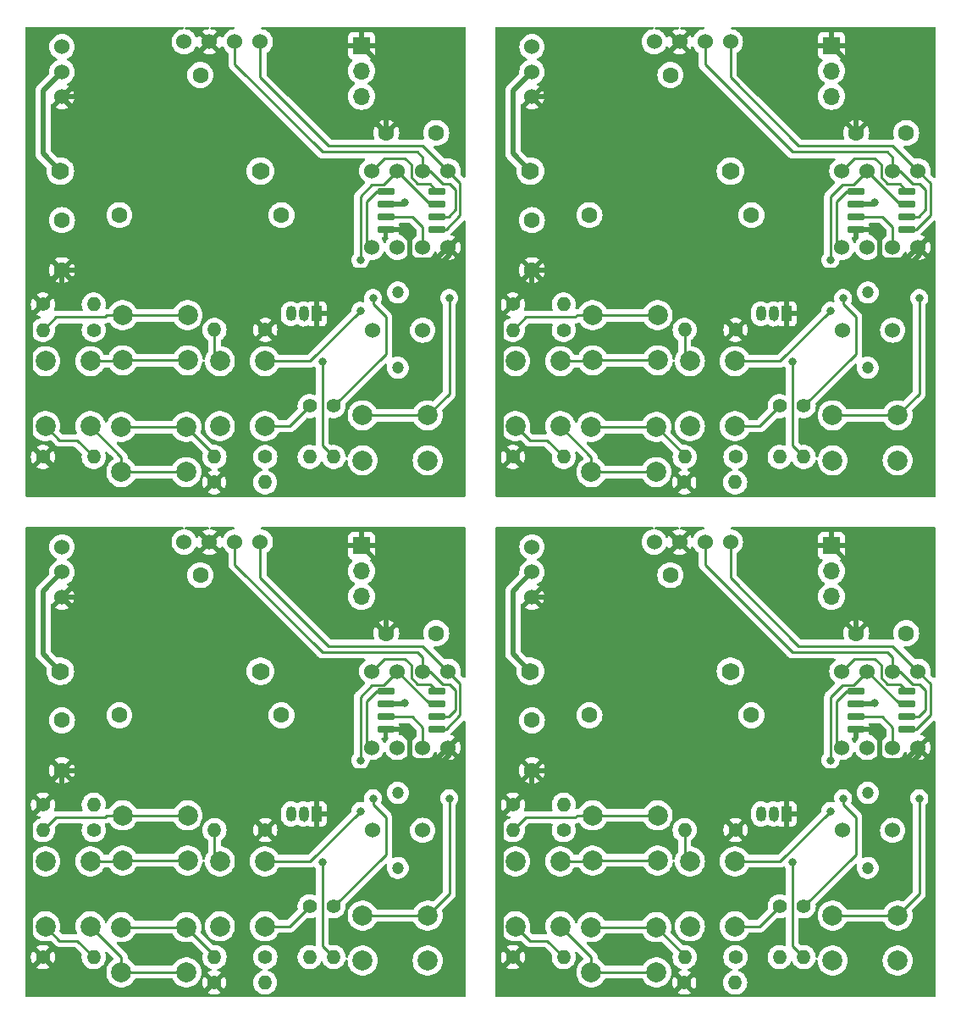
<source format=gtl>
%TF.GenerationSoftware,KiCad,Pcbnew,7.0.10-7.0.10~ubuntu22.04.1*%
%TF.CreationDate,2024-01-24T15:57:40+09:00*%
%TF.ProjectId,pcb-ch32-minigameconsole-panelize,7063622d-6368-4333-922d-6d696e696761,rev?*%
%TF.SameCoordinates,Original*%
%TF.FileFunction,Copper,L1,Top*%
%TF.FilePolarity,Positive*%
%FSLAX46Y46*%
G04 Gerber Fmt 4.6, Leading zero omitted, Abs format (unit mm)*
G04 Created by KiCad (PCBNEW 7.0.10-7.0.10~ubuntu22.04.1) date 2024-01-24 15:57:40*
%MOMM*%
%LPD*%
G01*
G04 APERTURE LIST*
G04 Aperture macros list*
%AMRoundRect*
0 Rectangle with rounded corners*
0 $1 Rounding radius*
0 $2 $3 $4 $5 $6 $7 $8 $9 X,Y pos of 4 corners*
0 Add a 4 corners polygon primitive as box body*
4,1,4,$2,$3,$4,$5,$6,$7,$8,$9,$2,$3,0*
0 Add four circle primitives for the rounded corners*
1,1,$1+$1,$2,$3*
1,1,$1+$1,$4,$5*
1,1,$1+$1,$6,$7*
1,1,$1+$1,$8,$9*
0 Add four rect primitives between the rounded corners*
20,1,$1+$1,$2,$3,$4,$5,0*
20,1,$1+$1,$4,$5,$6,$7,0*
20,1,$1+$1,$6,$7,$8,$9,0*
20,1,$1+$1,$8,$9,$2,$3,0*%
G04 Aperture macros list end*
%TA.AperFunction,ComponentPad*%
%ADD10C,2.000000*%
%TD*%
%TA.AperFunction,ComponentPad*%
%ADD11R,1.050000X1.500000*%
%TD*%
%TA.AperFunction,ComponentPad*%
%ADD12O,1.050000X1.500000*%
%TD*%
%TA.AperFunction,ComponentPad*%
%ADD13C,1.524000*%
%TD*%
%TA.AperFunction,WasherPad*%
%ADD14C,1.200000*%
%TD*%
%TA.AperFunction,SMDPad,CuDef*%
%ADD15RoundRect,0.150000X-0.725000X-0.150000X0.725000X-0.150000X0.725000X0.150000X-0.725000X0.150000X0*%
%TD*%
%TA.AperFunction,ComponentPad*%
%ADD16C,1.600000*%
%TD*%
%TA.AperFunction,ComponentPad*%
%ADD17C,1.400000*%
%TD*%
%TA.AperFunction,ComponentPad*%
%ADD18O,1.400000X1.400000*%
%TD*%
%TA.AperFunction,ComponentPad*%
%ADD19R,1.700000X1.700000*%
%TD*%
%TA.AperFunction,ComponentPad*%
%ADD20O,1.700000X1.700000*%
%TD*%
%TA.AperFunction,WasherPad*%
%ADD21C,1.600000*%
%TD*%
%TA.AperFunction,ComponentPad*%
%ADD22C,1.762000*%
%TD*%
%TA.AperFunction,ViaPad*%
%ADD23C,0.800000*%
%TD*%
%TA.AperFunction,Conductor*%
%ADD24C,0.500000*%
%TD*%
%TA.AperFunction,Conductor*%
%ADD25C,0.250000*%
%TD*%
G04 APERTURE END LIST*
D10*
%TO.P,SW2,1,1*%
%TO.N,/UP*%
X86723000Y-99332000D03*
X93223000Y-99332000D03*
%TO.P,SW2,2,2*%
%TO.N,/PAD*%
X86723000Y-103832000D03*
X93223000Y-103832000D03*
%TD*%
%TO.P,SW4,1,1*%
%TO.N,/RIGHT*%
X96450000Y-110420000D03*
X96450000Y-103920000D03*
%TO.P,SW4,2,2*%
%TO.N,/PAD*%
X100950000Y-110420000D03*
X100950000Y-103920000D03*
%TD*%
D11*
%TO.P,Q1,1,E*%
%TO.N,VCC*%
X59102000Y-49190000D03*
D12*
%TO.P,Q1,2,C*%
%TO.N,Net-(Q1-C)*%
X57832000Y-49190000D03*
%TO.P,Q1,3,B*%
%TO.N,Net-(Q1-B)*%
X56562000Y-49190000D03*
%TD*%
D10*
%TO.P,SW2,1,1*%
%TO.N,/UP*%
X86723000Y-49332000D03*
X93223000Y-49332000D03*
%TO.P,SW2,2,2*%
%TO.N,/PAD*%
X86723000Y-53832000D03*
X93223000Y-53832000D03*
%TD*%
D13*
%TO.P,SW1,1,A*%
%TO.N,VCC*%
X33655000Y-77500000D03*
%TO.P,SW1,2,B*%
%TO.N,+BATT*%
X33655000Y-75000000D03*
%TO.P,SW1,3,C*%
%TO.N,unconnected-(SW1-C-Pad3)*%
X33655000Y-72500000D03*
%TD*%
%TO.P,U2,1,GND*%
%TO.N,GND*%
X92875000Y-22000000D03*
%TO.P,U2,2,VCC*%
%TO.N,VCC*%
X95415000Y-22000000D03*
%TO.P,U2,3,SCL*%
%TO.N,/SCL*%
X97955000Y-22000000D03*
%TO.P,U2,4,SDA*%
%TO.N,/SDA*%
X100495000Y-22000000D03*
%TD*%
%TO.P,U2,1,GND*%
%TO.N,GND*%
X45875000Y-22000000D03*
%TO.P,U2,2,VCC*%
%TO.N,VCC*%
X48415000Y-22000000D03*
%TO.P,U2,3,SCL*%
%TO.N,/SCL*%
X50955000Y-22000000D03*
%TO.P,U2,4,SDA*%
%TO.N,/SDA*%
X53495000Y-22000000D03*
%TD*%
D10*
%TO.P,SW2,1,1*%
%TO.N,/UP*%
X39723000Y-49332000D03*
X46223000Y-49332000D03*
%TO.P,SW2,2,2*%
%TO.N,/PAD*%
X39723000Y-53832000D03*
X46223000Y-53832000D03*
%TD*%
D13*
%TO.P,SW1,1,A*%
%TO.N,VCC*%
X33655000Y-27500000D03*
%TO.P,SW1,2,B*%
%TO.N,+BATT*%
X33655000Y-25000000D03*
%TO.P,SW1,3,C*%
%TO.N,unconnected-(SW1-C-Pad3)*%
X33655000Y-22500000D03*
%TD*%
D10*
%TO.P,SW6,1,1*%
%TO.N,/ACT*%
X110726000Y-59345000D03*
X117226000Y-59345000D03*
%TO.P,SW6,2,2*%
%TO.N,GND*%
X110726000Y-63845000D03*
X117226000Y-63845000D03*
%TD*%
D14*
%TO.P,LS1,*%
%TO.N,*%
X67230000Y-47070000D03*
X67230000Y-54570000D03*
D13*
%TO.P,LS1,1,1*%
%TO.N,Net-(Q1-C)*%
X64730000Y-50820000D03*
%TO.P,LS1,2,2*%
%TO.N,GND*%
X69730000Y-50820000D03*
%TD*%
%TO.P,U1,1,PD6*%
%TO.N,/BEEP*%
X111649000Y-42545000D03*
D15*
X113028000Y-36924000D03*
D13*
%TO.P,U1,2,VSS*%
%TO.N,GND*%
X114189000Y-42545000D03*
D15*
X113028000Y-38194000D03*
D13*
%TO.P,U1,3,PA2*%
%TO.N,/ACT*%
X116729000Y-42545000D03*
D15*
X113028000Y-39464000D03*
D13*
%TO.P,U1,4,VDD*%
%TO.N,VCC*%
X119269000Y-42545000D03*
D15*
X113028000Y-40734000D03*
%TO.P,U1,5,PC1/SDA*%
%TO.N,/SDA*%
X118178000Y-40734000D03*
D13*
X119269000Y-34925000D03*
D15*
%TO.P,U1,6,PC2/SCL*%
%TO.N,/SCL*%
X118178000Y-39464000D03*
D13*
X116729000Y-34925000D03*
D15*
%TO.P,U1,7,PC4*%
%TO.N,/PAD*%
X118178000Y-38194000D03*
D13*
X114189000Y-34925000D03*
D15*
%TO.P,U1,8,SWIO*%
%TO.N,/SWIO*%
X118178000Y-36924000D03*
D13*
X111649000Y-34925000D03*
%TD*%
D10*
%TO.P,SW2,1,1*%
%TO.N,/UP*%
X39723000Y-99332000D03*
X46223000Y-99332000D03*
%TO.P,SW2,2,2*%
%TO.N,/PAD*%
X39723000Y-103832000D03*
X46223000Y-103832000D03*
%TD*%
D13*
%TO.P,U1,1,PD6*%
%TO.N,/BEEP*%
X111649000Y-92545000D03*
D15*
X113028000Y-86924000D03*
D13*
%TO.P,U1,2,VSS*%
%TO.N,GND*%
X114189000Y-92545000D03*
D15*
X113028000Y-88194000D03*
D13*
%TO.P,U1,3,PA2*%
%TO.N,/ACT*%
X116729000Y-92545000D03*
D15*
X113028000Y-89464000D03*
D13*
%TO.P,U1,4,VDD*%
%TO.N,VCC*%
X119269000Y-92545000D03*
D15*
X113028000Y-90734000D03*
%TO.P,U1,5,PC1/SDA*%
%TO.N,/SDA*%
X118178000Y-90734000D03*
D13*
X119269000Y-84925000D03*
D15*
%TO.P,U1,6,PC2/SCL*%
%TO.N,/SCL*%
X118178000Y-89464000D03*
D13*
X116729000Y-84925000D03*
D15*
%TO.P,U1,7,PC4*%
%TO.N,/PAD*%
X118178000Y-88194000D03*
D13*
X114189000Y-84925000D03*
D15*
%TO.P,U1,8,SWIO*%
%TO.N,/SWIO*%
X118178000Y-86924000D03*
D13*
X111649000Y-84925000D03*
%TD*%
D10*
%TO.P,SW3,1,1*%
%TO.N,/DOWN*%
X86596000Y-110508000D03*
X93096000Y-110508000D03*
%TO.P,SW3,2,2*%
%TO.N,/PAD*%
X86596000Y-115008000D03*
X93096000Y-115008000D03*
%TD*%
%TO.P,SW3,1,1*%
%TO.N,/DOWN*%
X39596000Y-110508000D03*
X46096000Y-110508000D03*
%TO.P,SW3,2,2*%
%TO.N,/PAD*%
X39596000Y-115008000D03*
X46096000Y-115008000D03*
%TD*%
%TO.P,SW3,1,1*%
%TO.N,/DOWN*%
X86596000Y-60508000D03*
X93096000Y-60508000D03*
%TO.P,SW3,2,2*%
%TO.N,/PAD*%
X86596000Y-65008000D03*
X93096000Y-65008000D03*
%TD*%
%TO.P,SW4,1,1*%
%TO.N,/RIGHT*%
X49450000Y-110420000D03*
X49450000Y-103920000D03*
%TO.P,SW4,2,2*%
%TO.N,/PAD*%
X53950000Y-110420000D03*
X53950000Y-103920000D03*
%TD*%
D16*
%TO.P,C2,1*%
%TO.N,VCC*%
X80655000Y-94831000D03*
%TO.P,C2,2*%
%TO.N,GND*%
X80655000Y-89831000D03*
%TD*%
D11*
%TO.P,Q1,1,E*%
%TO.N,VCC*%
X106102000Y-49190000D03*
D12*
%TO.P,Q1,2,C*%
%TO.N,Net-(Q1-C)*%
X104832000Y-49190000D03*
%TO.P,Q1,3,B*%
%TO.N,Net-(Q1-B)*%
X103562000Y-49190000D03*
%TD*%
D16*
%TO.P,C2,1*%
%TO.N,VCC*%
X80655000Y-44831000D03*
%TO.P,C2,2*%
%TO.N,GND*%
X80655000Y-39831000D03*
%TD*%
D14*
%TO.P,LS1,*%
%TO.N,*%
X114230000Y-97070000D03*
X114230000Y-104570000D03*
D13*
%TO.P,LS1,1,1*%
%TO.N,Net-(Q1-C)*%
X111730000Y-100820000D03*
%TO.P,LS1,2,2*%
%TO.N,GND*%
X116730000Y-100820000D03*
%TD*%
%TO.P,U2,1,GND*%
%TO.N,GND*%
X45875000Y-72000000D03*
%TO.P,U2,2,VCC*%
%TO.N,VCC*%
X48415000Y-72000000D03*
%TO.P,U2,3,SCL*%
%TO.N,/SCL*%
X50955000Y-72000000D03*
%TO.P,U2,4,SDA*%
%TO.N,/SDA*%
X53495000Y-72000000D03*
%TD*%
D10*
%TO.P,SW5,1,1*%
%TO.N,/LEFT*%
X78996000Y-60420000D03*
X78996000Y-53920000D03*
%TO.P,SW5,2,2*%
%TO.N,/PAD*%
X83496000Y-60420000D03*
X83496000Y-53920000D03*
%TD*%
%TO.P,SW6,1,1*%
%TO.N,/ACT*%
X110726000Y-109345000D03*
X117226000Y-109345000D03*
%TO.P,SW6,2,2*%
%TO.N,GND*%
X110726000Y-113845000D03*
X117226000Y-113845000D03*
%TD*%
D11*
%TO.P,Q1,1,E*%
%TO.N,VCC*%
X106102000Y-99190000D03*
D12*
%TO.P,Q1,2,C*%
%TO.N,Net-(Q1-C)*%
X104832000Y-99190000D03*
%TO.P,Q1,3,B*%
%TO.N,Net-(Q1-B)*%
X103562000Y-99190000D03*
%TD*%
D11*
%TO.P,Q1,1,E*%
%TO.N,VCC*%
X59102000Y-99190000D03*
D12*
%TO.P,Q1,2,C*%
%TO.N,Net-(Q1-C)*%
X57832000Y-99190000D03*
%TO.P,Q1,3,B*%
%TO.N,Net-(Q1-B)*%
X56562000Y-99190000D03*
%TD*%
D13*
%TO.P,SW1,1,A*%
%TO.N,VCC*%
X80655000Y-77500000D03*
%TO.P,SW1,2,B*%
%TO.N,+BATT*%
X80655000Y-75000000D03*
%TO.P,SW1,3,C*%
%TO.N,unconnected-(SW1-C-Pad3)*%
X80655000Y-72500000D03*
%TD*%
%TO.P,SW1,1,A*%
%TO.N,VCC*%
X80655000Y-27500000D03*
%TO.P,SW1,2,B*%
%TO.N,+BATT*%
X80655000Y-25000000D03*
%TO.P,SW1,3,C*%
%TO.N,unconnected-(SW1-C-Pad3)*%
X80655000Y-22500000D03*
%TD*%
D10*
%TO.P,SW4,1,1*%
%TO.N,/RIGHT*%
X96450000Y-60420000D03*
X96450000Y-53920000D03*
%TO.P,SW4,2,2*%
%TO.N,/PAD*%
X100950000Y-60420000D03*
X100950000Y-53920000D03*
%TD*%
%TO.P,SW3,1,1*%
%TO.N,/DOWN*%
X39596000Y-60508000D03*
X46096000Y-60508000D03*
%TO.P,SW3,2,2*%
%TO.N,/PAD*%
X39596000Y-65008000D03*
X46096000Y-65008000D03*
%TD*%
D13*
%TO.P,U2,1,GND*%
%TO.N,GND*%
X92875000Y-72000000D03*
%TO.P,U2,2,VCC*%
%TO.N,VCC*%
X95415000Y-72000000D03*
%TO.P,U2,3,SCL*%
%TO.N,/SCL*%
X97955000Y-72000000D03*
%TO.P,U2,4,SDA*%
%TO.N,/SDA*%
X100495000Y-72000000D03*
%TD*%
D10*
%TO.P,SW4,1,1*%
%TO.N,/RIGHT*%
X49450000Y-60420000D03*
X49450000Y-53920000D03*
%TO.P,SW4,2,2*%
%TO.N,/PAD*%
X53950000Y-60420000D03*
X53950000Y-53920000D03*
%TD*%
D14*
%TO.P,LS1,*%
%TO.N,*%
X114230000Y-47070000D03*
X114230000Y-54570000D03*
D13*
%TO.P,LS1,1,1*%
%TO.N,Net-(Q1-C)*%
X111730000Y-50820000D03*
%TO.P,LS1,2,2*%
%TO.N,GND*%
X116730000Y-50820000D03*
%TD*%
D10*
%TO.P,SW6,1,1*%
%TO.N,/ACT*%
X63726000Y-109345000D03*
X70226000Y-109345000D03*
%TO.P,SW6,2,2*%
%TO.N,GND*%
X63726000Y-113845000D03*
X70226000Y-113845000D03*
%TD*%
%TO.P,SW5,1,1*%
%TO.N,/LEFT*%
X31996000Y-110420000D03*
X31996000Y-103920000D03*
%TO.P,SW5,2,2*%
%TO.N,/PAD*%
X36496000Y-110420000D03*
X36496000Y-103920000D03*
%TD*%
%TO.P,SW5,1,1*%
%TO.N,/LEFT*%
X78996000Y-110420000D03*
X78996000Y-103920000D03*
%TO.P,SW5,2,2*%
%TO.N,/PAD*%
X83496000Y-110420000D03*
X83496000Y-103920000D03*
%TD*%
D13*
%TO.P,U1,1,PD6*%
%TO.N,/BEEP*%
X64649000Y-92545000D03*
D15*
X66028000Y-86924000D03*
D13*
%TO.P,U1,2,VSS*%
%TO.N,GND*%
X67189000Y-92545000D03*
D15*
X66028000Y-88194000D03*
D13*
%TO.P,U1,3,PA2*%
%TO.N,/ACT*%
X69729000Y-92545000D03*
D15*
X66028000Y-89464000D03*
D13*
%TO.P,U1,4,VDD*%
%TO.N,VCC*%
X72269000Y-92545000D03*
D15*
X66028000Y-90734000D03*
%TO.P,U1,5,PC1/SDA*%
%TO.N,/SDA*%
X71178000Y-90734000D03*
D13*
X72269000Y-84925000D03*
D15*
%TO.P,U1,6,PC2/SCL*%
%TO.N,/SCL*%
X71178000Y-89464000D03*
D13*
X69729000Y-84925000D03*
D15*
%TO.P,U1,7,PC4*%
%TO.N,/PAD*%
X71178000Y-88194000D03*
D13*
X67189000Y-84925000D03*
D15*
%TO.P,U1,8,SWIO*%
%TO.N,/SWIO*%
X71178000Y-86924000D03*
D13*
X64649000Y-84925000D03*
%TD*%
D10*
%TO.P,SW6,1,1*%
%TO.N,/ACT*%
X63726000Y-59345000D03*
X70226000Y-59345000D03*
%TO.P,SW6,2,2*%
%TO.N,GND*%
X63726000Y-63845000D03*
X70226000Y-63845000D03*
%TD*%
D13*
%TO.P,U1,1,PD6*%
%TO.N,/BEEP*%
X64649000Y-42545000D03*
D15*
X66028000Y-36924000D03*
D13*
%TO.P,U1,2,VSS*%
%TO.N,GND*%
X67189000Y-42545000D03*
D15*
X66028000Y-38194000D03*
D13*
%TO.P,U1,3,PA2*%
%TO.N,/ACT*%
X69729000Y-42545000D03*
D15*
X66028000Y-39464000D03*
D13*
%TO.P,U1,4,VDD*%
%TO.N,VCC*%
X72269000Y-42545000D03*
D15*
X66028000Y-40734000D03*
%TO.P,U1,5,PC1/SDA*%
%TO.N,/SDA*%
X71178000Y-40734000D03*
D13*
X72269000Y-34925000D03*
D15*
%TO.P,U1,6,PC2/SCL*%
%TO.N,/SCL*%
X71178000Y-39464000D03*
D13*
X69729000Y-34925000D03*
D15*
%TO.P,U1,7,PC4*%
%TO.N,/PAD*%
X71178000Y-38194000D03*
D13*
X67189000Y-34925000D03*
D15*
%TO.P,U1,8,SWIO*%
%TO.N,/SWIO*%
X71178000Y-36924000D03*
D13*
X64649000Y-34925000D03*
%TD*%
D10*
%TO.P,SW5,1,1*%
%TO.N,/LEFT*%
X31996000Y-60420000D03*
X31996000Y-53920000D03*
%TO.P,SW5,2,2*%
%TO.N,/PAD*%
X36496000Y-60420000D03*
X36496000Y-53920000D03*
%TD*%
D14*
%TO.P,LS1,*%
%TO.N,*%
X67230000Y-97070000D03*
X67230000Y-104570000D03*
D13*
%TO.P,LS1,1,1*%
%TO.N,Net-(Q1-C)*%
X64730000Y-100820000D03*
%TO.P,LS1,2,2*%
%TO.N,GND*%
X69730000Y-100820000D03*
%TD*%
D16*
%TO.P,C2,1*%
%TO.N,VCC*%
X33655000Y-44831000D03*
%TO.P,C2,2*%
%TO.N,GND*%
X33655000Y-39831000D03*
%TD*%
%TO.P,C2,1*%
%TO.N,VCC*%
X33655000Y-94831000D03*
%TO.P,C2,2*%
%TO.N,GND*%
X33655000Y-89831000D03*
%TD*%
D17*
%TO.P,R5,1*%
%TO.N,Net-(R1-Pad2)*%
X36830000Y-100820000D03*
D18*
%TO.P,R5,2*%
%TO.N,/UP*%
X31750000Y-100820000D03*
%TD*%
D17*
%TO.P,R5,1*%
%TO.N,Net-(R1-Pad2)*%
X83830000Y-50820000D03*
D18*
%TO.P,R5,2*%
%TO.N,/UP*%
X78750000Y-50820000D03*
%TD*%
D17*
%TO.P,R8,1*%
%TO.N,/BEEP*%
X107833000Y-108420000D03*
D18*
%TO.P,R8,2*%
%TO.N,Net-(Q1-B)*%
X107833000Y-113500000D03*
%TD*%
D17*
%TO.P,R3,1*%
%TO.N,VCC*%
X54000000Y-100800000D03*
D18*
%TO.P,R3,2*%
%TO.N,/RIGHT*%
X48920000Y-100800000D03*
%TD*%
D17*
%TO.P,R4,1*%
%TO.N,VCC*%
X31750000Y-63500000D03*
D18*
%TO.P,R4,2*%
%TO.N,/LEFT*%
X36830000Y-63500000D03*
%TD*%
D16*
%TO.P,C1,1*%
%TO.N,VCC*%
X113080000Y-81115000D03*
%TO.P,C1,2*%
%TO.N,GND*%
X118080000Y-81115000D03*
%TD*%
D17*
%TO.P,R2,1*%
%TO.N,VCC*%
X48895000Y-66040000D03*
D18*
%TO.P,R2,2*%
%TO.N,Net-(R2-Pad2)*%
X53975000Y-66040000D03*
%TD*%
D19*
%TO.P,J1,1,Pin_1*%
%TO.N,VCC*%
X110600000Y-72372000D03*
D20*
%TO.P,J1,2,Pin_2*%
%TO.N,GND*%
X110600000Y-74912000D03*
%TO.P,J1,3,Pin_3*%
%TO.N,/SWIO*%
X110600000Y-77452000D03*
%TD*%
D19*
%TO.P,J1,1,Pin_1*%
%TO.N,VCC*%
X63600000Y-22372000D03*
D20*
%TO.P,J1,2,Pin_2*%
%TO.N,GND*%
X63600000Y-24912000D03*
%TO.P,J1,3,Pin_3*%
%TO.N,/SWIO*%
X63600000Y-27452000D03*
%TD*%
D17*
%TO.P,R3,1*%
%TO.N,VCC*%
X101000000Y-100800000D03*
D18*
%TO.P,R3,2*%
%TO.N,/RIGHT*%
X95920000Y-100800000D03*
%TD*%
D17*
%TO.P,R2,1*%
%TO.N,VCC*%
X95895000Y-116040000D03*
D18*
%TO.P,R2,2*%
%TO.N,Net-(R2-Pad2)*%
X100975000Y-116040000D03*
%TD*%
D19*
%TO.P,J1,1,Pin_1*%
%TO.N,VCC*%
X63600000Y-72372000D03*
D20*
%TO.P,J1,2,Pin_2*%
%TO.N,GND*%
X63600000Y-74912000D03*
%TO.P,J1,3,Pin_3*%
%TO.N,/SWIO*%
X63600000Y-77452000D03*
%TD*%
D17*
%TO.P,R4,1*%
%TO.N,VCC*%
X31750000Y-113500000D03*
D18*
%TO.P,R4,2*%
%TO.N,/LEFT*%
X36830000Y-113500000D03*
%TD*%
D17*
%TO.P,R1,1*%
%TO.N,VCC*%
X31750000Y-98260000D03*
D18*
%TO.P,R1,2*%
%TO.N,Net-(R1-Pad2)*%
X36830000Y-98260000D03*
%TD*%
D17*
%TO.P,R6,1*%
%TO.N,Net-(R2-Pad2)*%
X54000000Y-113500000D03*
D18*
%TO.P,R6,2*%
%TO.N,/DOWN*%
X48920000Y-113500000D03*
%TD*%
D17*
%TO.P,R2,1*%
%TO.N,VCC*%
X48895000Y-116040000D03*
D18*
%TO.P,R2,2*%
%TO.N,Net-(R2-Pad2)*%
X53975000Y-116040000D03*
%TD*%
D17*
%TO.P,R2,1*%
%TO.N,VCC*%
X95895000Y-66040000D03*
D18*
%TO.P,R2,2*%
%TO.N,Net-(R2-Pad2)*%
X100975000Y-66040000D03*
%TD*%
D17*
%TO.P,R5,1*%
%TO.N,Net-(R1-Pad2)*%
X36830000Y-50820000D03*
D18*
%TO.P,R5,2*%
%TO.N,/UP*%
X31750000Y-50820000D03*
%TD*%
D21*
%TO.P,BT1,*%
%TO.N,*%
X86400000Y-39325000D03*
X94500000Y-25325000D03*
X102600000Y-39325000D03*
D22*
%TO.P,BT1,1,+*%
%TO.N,+BATT*%
X80500000Y-34925000D03*
%TO.P,BT1,2,-*%
%TO.N,GND*%
X100500000Y-34925000D03*
%TD*%
D21*
%TO.P,BT1,*%
%TO.N,*%
X39400000Y-39325000D03*
X47500000Y-25325000D03*
X55600000Y-39325000D03*
D22*
%TO.P,BT1,1,+*%
%TO.N,+BATT*%
X33500000Y-34925000D03*
%TO.P,BT1,2,-*%
%TO.N,GND*%
X53500000Y-34925000D03*
%TD*%
D17*
%TO.P,R8,1*%
%TO.N,/BEEP*%
X107833000Y-58420000D03*
D18*
%TO.P,R8,2*%
%TO.N,Net-(Q1-B)*%
X107833000Y-63500000D03*
%TD*%
D17*
%TO.P,R8,1*%
%TO.N,/BEEP*%
X60833000Y-108420000D03*
D18*
%TO.P,R8,2*%
%TO.N,Net-(Q1-B)*%
X60833000Y-113500000D03*
%TD*%
D17*
%TO.P,R1,1*%
%TO.N,VCC*%
X78750000Y-48260000D03*
D18*
%TO.P,R1,2*%
%TO.N,Net-(R1-Pad2)*%
X83830000Y-48260000D03*
%TD*%
D17*
%TO.P,R1,1*%
%TO.N,VCC*%
X31750000Y-48260000D03*
D18*
%TO.P,R1,2*%
%TO.N,Net-(R1-Pad2)*%
X36830000Y-48260000D03*
%TD*%
D17*
%TO.P,R7,1*%
%TO.N,/PAD*%
X58420000Y-108420000D03*
D18*
%TO.P,R7,2*%
%TO.N,GND*%
X58420000Y-113500000D03*
%TD*%
D17*
%TO.P,R3,1*%
%TO.N,VCC*%
X54000000Y-50800000D03*
D18*
%TO.P,R3,2*%
%TO.N,/RIGHT*%
X48920000Y-50800000D03*
%TD*%
D17*
%TO.P,R7,1*%
%TO.N,/PAD*%
X58420000Y-58420000D03*
D18*
%TO.P,R7,2*%
%TO.N,GND*%
X58420000Y-63500000D03*
%TD*%
D17*
%TO.P,R3,1*%
%TO.N,VCC*%
X101000000Y-50800000D03*
D18*
%TO.P,R3,2*%
%TO.N,/RIGHT*%
X95920000Y-50800000D03*
%TD*%
D16*
%TO.P,C1,1*%
%TO.N,VCC*%
X66080000Y-81115000D03*
%TO.P,C1,2*%
%TO.N,GND*%
X71080000Y-81115000D03*
%TD*%
D17*
%TO.P,R6,1*%
%TO.N,Net-(R2-Pad2)*%
X54000000Y-63500000D03*
D18*
%TO.P,R6,2*%
%TO.N,/DOWN*%
X48920000Y-63500000D03*
%TD*%
D17*
%TO.P,R6,1*%
%TO.N,Net-(R2-Pad2)*%
X101000000Y-63500000D03*
D18*
%TO.P,R6,2*%
%TO.N,/DOWN*%
X95920000Y-63500000D03*
%TD*%
D16*
%TO.P,C1,1*%
%TO.N,VCC*%
X113080000Y-31115000D03*
%TO.P,C1,2*%
%TO.N,GND*%
X118080000Y-31115000D03*
%TD*%
D17*
%TO.P,R7,1*%
%TO.N,/PAD*%
X105420000Y-108420000D03*
D18*
%TO.P,R7,2*%
%TO.N,GND*%
X105420000Y-113500000D03*
%TD*%
D17*
%TO.P,R1,1*%
%TO.N,VCC*%
X78750000Y-98260000D03*
D18*
%TO.P,R1,2*%
%TO.N,Net-(R1-Pad2)*%
X83830000Y-98260000D03*
%TD*%
D16*
%TO.P,C1,1*%
%TO.N,VCC*%
X66080000Y-31115000D03*
%TO.P,C1,2*%
%TO.N,GND*%
X71080000Y-31115000D03*
%TD*%
D17*
%TO.P,R4,1*%
%TO.N,VCC*%
X78750000Y-113500000D03*
D18*
%TO.P,R4,2*%
%TO.N,/LEFT*%
X83830000Y-113500000D03*
%TD*%
D17*
%TO.P,R5,1*%
%TO.N,Net-(R1-Pad2)*%
X83830000Y-100820000D03*
D18*
%TO.P,R5,2*%
%TO.N,/UP*%
X78750000Y-100820000D03*
%TD*%
D17*
%TO.P,R8,1*%
%TO.N,/BEEP*%
X60833000Y-58420000D03*
D18*
%TO.P,R8,2*%
%TO.N,Net-(Q1-B)*%
X60833000Y-63500000D03*
%TD*%
D17*
%TO.P,R4,1*%
%TO.N,VCC*%
X78750000Y-63500000D03*
D18*
%TO.P,R4,2*%
%TO.N,/LEFT*%
X83830000Y-63500000D03*
%TD*%
D17*
%TO.P,R6,1*%
%TO.N,Net-(R2-Pad2)*%
X101000000Y-113500000D03*
D18*
%TO.P,R6,2*%
%TO.N,/DOWN*%
X95920000Y-113500000D03*
%TD*%
D17*
%TO.P,R7,1*%
%TO.N,/PAD*%
X105420000Y-58420000D03*
D18*
%TO.P,R7,2*%
%TO.N,GND*%
X105420000Y-63500000D03*
%TD*%
D21*
%TO.P,BT1,*%
%TO.N,*%
X39400000Y-89325000D03*
X47500000Y-75325000D03*
X55600000Y-89325000D03*
D22*
%TO.P,BT1,1,+*%
%TO.N,+BATT*%
X33500000Y-84925000D03*
%TO.P,BT1,2,-*%
%TO.N,GND*%
X53500000Y-84925000D03*
%TD*%
D21*
%TO.P,BT1,*%
%TO.N,*%
X86400000Y-89325000D03*
X94500000Y-75325000D03*
X102600000Y-89325000D03*
D22*
%TO.P,BT1,1,+*%
%TO.N,+BATT*%
X80500000Y-84925000D03*
%TO.P,BT1,2,-*%
%TO.N,GND*%
X100500000Y-84925000D03*
%TD*%
D19*
%TO.P,J1,1,Pin_1*%
%TO.N,VCC*%
X110600000Y-22372000D03*
D20*
%TO.P,J1,2,Pin_2*%
%TO.N,GND*%
X110600000Y-24912000D03*
%TO.P,J1,3,Pin_3*%
%TO.N,/SWIO*%
X110600000Y-27452000D03*
%TD*%
D23*
%TO.N,GND*%
X114945000Y-88100000D03*
X67945000Y-88100000D03*
X114945000Y-38100000D03*
X67945000Y-38100000D03*
%TO.N,Net-(Q1-B)*%
X59690000Y-103975000D03*
X106690000Y-53975000D03*
X59690000Y-53975000D03*
X106690000Y-103975000D03*
%TO.N,/PAD*%
X63500000Y-93815000D03*
X63500000Y-98895000D03*
X110500000Y-43815000D03*
X63500000Y-43815000D03*
X110500000Y-93815000D03*
X110500000Y-98895000D03*
X110500000Y-48895000D03*
X63500000Y-48895000D03*
%TO.N,/BEEP*%
X111770000Y-97625000D03*
X64770000Y-47625000D03*
X64770000Y-97625000D03*
X111770000Y-47625000D03*
%TO.N,/ACT*%
X72390000Y-47625000D03*
X72390000Y-97625000D03*
X119390000Y-47625000D03*
X119390000Y-97625000D03*
%TD*%
D24*
%TO.N,GND*%
X114851000Y-38194000D02*
X114945000Y-38100000D01*
X114851000Y-88194000D02*
X114945000Y-88100000D01*
X67851000Y-88194000D02*
X67945000Y-88100000D01*
X113028000Y-38194000D02*
X114851000Y-38194000D01*
X113028000Y-88194000D02*
X114851000Y-88194000D01*
X66028000Y-88194000D02*
X67851000Y-88194000D01*
X67851000Y-38194000D02*
X67945000Y-38100000D01*
X66028000Y-38194000D02*
X67851000Y-38194000D01*
%TO.N,VCC*%
X66028000Y-40734000D02*
X65977000Y-40785000D01*
X63600000Y-22372000D02*
X66080000Y-24852000D01*
X118830909Y-43890909D02*
X119449000Y-43272818D01*
X119449000Y-43272818D02*
X119449000Y-42725000D01*
X33655000Y-27500000D02*
X35365000Y-27500000D01*
X63600000Y-72372000D02*
X66080000Y-74852000D01*
X110600000Y-72372000D02*
X113080000Y-74852000D01*
X33655000Y-94831000D02*
X48031000Y-94831000D01*
X72449000Y-92725000D02*
X72269000Y-92545000D01*
X66028000Y-40734000D02*
X67404000Y-40734000D01*
X106102000Y-94878000D02*
X106055000Y-94831000D01*
X70890818Y-94831000D02*
X71830909Y-93890909D01*
X95031000Y-94831000D02*
X106055000Y-94831000D01*
X80655000Y-44831000D02*
X95031000Y-44831000D01*
X113028000Y-90734000D02*
X112977000Y-90785000D01*
X82365000Y-77500000D02*
X86370000Y-73495000D01*
X80655000Y-27500000D02*
X82365000Y-27500000D01*
X117999000Y-93815000D02*
X119269000Y-92545000D01*
X30546000Y-62296000D02*
X31750000Y-63500000D01*
X47879000Y-67056000D02*
X48895000Y-66040000D01*
X59102000Y-49190000D02*
X59102000Y-44878000D01*
X115435828Y-43670828D02*
X115580000Y-43815000D01*
X59055000Y-44831000D02*
X70890818Y-44831000D01*
X119449000Y-93272818D02*
X119449000Y-92725000D01*
X106102000Y-44878000D02*
X106055000Y-44831000D01*
X33655000Y-46355000D02*
X31750000Y-48260000D01*
X59102000Y-94878000D02*
X59055000Y-94831000D01*
X66028000Y-90734000D02*
X65977000Y-90785000D01*
X31750000Y-113500000D02*
X35306000Y-117056000D01*
X71830909Y-93890909D02*
X72449000Y-93272818D01*
X117890818Y-94831000D02*
X118830909Y-93890909D01*
X48031000Y-94831000D02*
X59055000Y-94831000D01*
X80655000Y-94831000D02*
X80655000Y-96355000D01*
X77546000Y-112296000D02*
X78750000Y-113500000D01*
X71830909Y-43890909D02*
X72449000Y-43272818D01*
X80655000Y-46355000D02*
X78750000Y-48260000D01*
X48031000Y-44831000D02*
X59055000Y-44831000D01*
X114404000Y-90734000D02*
X115435828Y-91765828D01*
X95031000Y-44831000D02*
X106055000Y-44831000D01*
X94879000Y-67056000D02*
X95895000Y-66040000D01*
X46920000Y-23495000D02*
X48415000Y-22000000D01*
X80655000Y-94831000D02*
X95031000Y-94831000D01*
X30546000Y-112296000D02*
X31750000Y-113500000D01*
X82306000Y-67056000D02*
X94879000Y-67056000D01*
X31750000Y-98260000D02*
X30546000Y-99464000D01*
X115580000Y-43815000D02*
X117999000Y-43815000D01*
X46920000Y-73495000D02*
X48415000Y-72000000D01*
X115435828Y-41765828D02*
X115435828Y-43670828D01*
X113080000Y-74852000D02*
X113080000Y-81115000D01*
X86370000Y-73495000D02*
X93920000Y-73495000D01*
X31750000Y-48260000D02*
X30546000Y-49464000D01*
X80655000Y-77500000D02*
X82365000Y-77500000D01*
X70999000Y-93815000D02*
X72269000Y-92545000D01*
X95031000Y-94831000D02*
X101000000Y-100800000D01*
X33655000Y-94831000D02*
X33655000Y-96355000D01*
X117890818Y-44831000D02*
X118830909Y-43890909D01*
X82365000Y-27500000D02*
X86370000Y-23495000D01*
X113028000Y-90734000D02*
X114404000Y-90734000D01*
X72449000Y-43272818D02*
X72449000Y-42725000D01*
X72449000Y-93272818D02*
X72449000Y-92725000D01*
X113028000Y-40734000D02*
X112977000Y-40785000D01*
X70999000Y-43815000D02*
X72269000Y-42545000D01*
X78750000Y-113500000D02*
X82306000Y-117056000D01*
X35306000Y-67056000D02*
X47879000Y-67056000D01*
X39370000Y-23495000D02*
X46920000Y-23495000D01*
X82306000Y-117056000D02*
X94879000Y-117056000D01*
X113080000Y-24852000D02*
X113080000Y-31115000D01*
X115435828Y-93670828D02*
X115580000Y-93815000D01*
X113028000Y-40734000D02*
X114404000Y-40734000D01*
X78750000Y-98260000D02*
X77546000Y-99464000D01*
X30546000Y-99464000D02*
X30546000Y-112296000D01*
X70890818Y-44831000D02*
X71830909Y-43890909D01*
X35365000Y-77500000D02*
X39370000Y-73495000D01*
X115435828Y-91765828D02*
X115435828Y-93670828D01*
X33655000Y-44831000D02*
X33655000Y-46355000D01*
X78750000Y-48260000D02*
X77546000Y-49464000D01*
X78750000Y-63500000D02*
X82306000Y-67056000D01*
X117999000Y-43815000D02*
X119269000Y-42545000D01*
X35365000Y-27500000D02*
X39370000Y-23495000D01*
X68435828Y-43670828D02*
X68580000Y-43815000D01*
X95031000Y-44831000D02*
X101000000Y-50800000D01*
X66080000Y-24852000D02*
X66080000Y-31115000D01*
X33655000Y-44831000D02*
X48031000Y-44831000D01*
X68435828Y-91765828D02*
X68435828Y-93670828D01*
X119449000Y-42725000D02*
X119269000Y-42545000D01*
X93920000Y-73495000D02*
X95415000Y-72000000D01*
X106055000Y-94831000D02*
X117890818Y-94831000D01*
X59102000Y-44878000D02*
X59055000Y-44831000D01*
X48031000Y-44831000D02*
X54000000Y-50800000D01*
X106102000Y-99190000D02*
X106102000Y-94878000D01*
X31750000Y-63500000D02*
X35306000Y-67056000D01*
X110600000Y-22372000D02*
X113080000Y-24852000D01*
X114404000Y-40734000D02*
X115435828Y-41765828D01*
X115580000Y-93815000D02*
X117999000Y-93815000D01*
X93920000Y-23495000D02*
X95415000Y-22000000D01*
X35306000Y-117056000D02*
X47879000Y-117056000D01*
X33655000Y-77500000D02*
X35365000Y-77500000D01*
X59055000Y-94831000D02*
X70890818Y-94831000D01*
X68580000Y-93815000D02*
X70999000Y-93815000D01*
X59102000Y-99190000D02*
X59102000Y-94878000D01*
X80655000Y-44831000D02*
X80655000Y-46355000D01*
X66028000Y-90734000D02*
X67404000Y-90734000D01*
X86370000Y-23495000D02*
X93920000Y-23495000D01*
X77546000Y-62296000D02*
X78750000Y-63500000D01*
X30546000Y-49464000D02*
X30546000Y-62296000D01*
X67404000Y-40734000D02*
X68435828Y-41765828D01*
X68435828Y-41765828D02*
X68435828Y-43670828D01*
X119449000Y-92725000D02*
X119269000Y-92545000D01*
X48031000Y-94831000D02*
X54000000Y-100800000D01*
X72449000Y-42725000D02*
X72269000Y-42545000D01*
X118830909Y-93890909D02*
X119449000Y-93272818D01*
X33655000Y-96355000D02*
X31750000Y-98260000D01*
X94879000Y-117056000D02*
X95895000Y-116040000D01*
X66080000Y-74852000D02*
X66080000Y-81115000D01*
X47879000Y-117056000D02*
X48895000Y-116040000D01*
X77546000Y-49464000D02*
X77546000Y-62296000D01*
X68435828Y-93670828D02*
X68580000Y-93815000D01*
X77546000Y-99464000D02*
X77546000Y-112296000D01*
X67404000Y-90734000D02*
X68435828Y-91765828D01*
X80655000Y-96355000D02*
X78750000Y-98260000D01*
X68580000Y-43815000D02*
X70999000Y-43815000D01*
X106102000Y-49190000D02*
X106102000Y-44878000D01*
X39370000Y-73495000D02*
X46920000Y-73495000D01*
X106055000Y-44831000D02*
X117890818Y-44831000D01*
D25*
%TO.N,/SWIO*%
X117449000Y-86195000D02*
X116215000Y-86195000D01*
X115580000Y-35560000D02*
X115580000Y-34290000D01*
X117449000Y-86195000D02*
X118178000Y-86924000D01*
X68580000Y-34290000D02*
X67945000Y-33655000D01*
X70449000Y-86195000D02*
X69215000Y-86195000D01*
X69215000Y-86195000D02*
X68580000Y-85560000D01*
X117449000Y-36195000D02*
X118178000Y-36924000D01*
X65919000Y-83655000D02*
X64649000Y-84925000D01*
X112919000Y-33655000D02*
X111649000Y-34925000D01*
X115580000Y-85560000D02*
X115580000Y-84290000D01*
X114945000Y-83655000D02*
X112919000Y-83655000D01*
X114945000Y-33655000D02*
X112919000Y-33655000D01*
X68580000Y-84290000D02*
X67945000Y-83655000D01*
X70449000Y-36195000D02*
X69215000Y-36195000D01*
X67945000Y-83655000D02*
X65919000Y-83655000D01*
X68580000Y-85560000D02*
X68580000Y-84290000D01*
X116215000Y-36195000D02*
X115580000Y-35560000D01*
X115580000Y-34290000D02*
X114945000Y-33655000D01*
X117449000Y-36195000D02*
X116215000Y-36195000D01*
X70449000Y-36195000D02*
X71178000Y-36924000D01*
X68580000Y-35560000D02*
X68580000Y-34290000D01*
X64649000Y-84925000D02*
X64649000Y-85439000D01*
X70449000Y-86195000D02*
X71178000Y-86924000D01*
X69215000Y-36195000D02*
X68580000Y-35560000D01*
X64649000Y-34925000D02*
X64649000Y-35439000D01*
X111649000Y-34925000D02*
X111649000Y-35439000D01*
X67945000Y-33655000D02*
X65919000Y-33655000D01*
X115580000Y-84290000D02*
X114945000Y-83655000D01*
X65919000Y-33655000D02*
X64649000Y-34925000D01*
X111649000Y-84925000D02*
X111649000Y-85439000D01*
X116215000Y-86195000D02*
X115580000Y-85560000D01*
X112919000Y-83655000D02*
X111649000Y-84925000D01*
%TO.N,Net-(Q1-C)*%
X104832000Y-99190000D02*
X104832000Y-99845000D01*
X57832000Y-49190000D02*
X57832000Y-49845000D01*
X104832000Y-49190000D02*
X104832000Y-49845000D01*
X57832000Y-99190000D02*
X57832000Y-99845000D01*
%TO.N,Net-(Q1-B)*%
X106690000Y-112357000D02*
X107833000Y-113500000D01*
X59690000Y-62357000D02*
X60833000Y-63500000D01*
X106690000Y-103975000D02*
X106690000Y-112357000D01*
X59690000Y-112357000D02*
X60833000Y-113500000D01*
X59690000Y-53975000D02*
X59690000Y-62357000D01*
X106690000Y-62357000D02*
X107833000Y-63500000D01*
X59690000Y-103975000D02*
X59690000Y-112357000D01*
X106690000Y-53975000D02*
X106690000Y-62357000D01*
%TO.N,/RIGHT*%
X48920000Y-50800000D02*
X48920000Y-53390000D01*
X48920000Y-100800000D02*
X48920000Y-103390000D01*
X48920000Y-103390000D02*
X49450000Y-103920000D01*
X95920000Y-50800000D02*
X95920000Y-53390000D01*
X95920000Y-100800000D02*
X95920000Y-103390000D01*
X48920000Y-53390000D02*
X49450000Y-53920000D01*
X95920000Y-53390000D02*
X96450000Y-53920000D01*
X95920000Y-103390000D02*
X96450000Y-103920000D01*
%TO.N,/LEFT*%
X78996000Y-60420000D02*
X80425000Y-61849000D01*
X31996000Y-110420000D02*
X33425000Y-111849000D01*
X80425000Y-61849000D02*
X82179000Y-61849000D01*
X31996000Y-60420000D02*
X33425000Y-61849000D01*
X78996000Y-110420000D02*
X80425000Y-111849000D01*
X33425000Y-61849000D02*
X35179000Y-61849000D01*
X80425000Y-111849000D02*
X82179000Y-111849000D01*
X33425000Y-111849000D02*
X35179000Y-111849000D01*
X35179000Y-111849000D02*
X36830000Y-113500000D01*
X82179000Y-61849000D02*
X83830000Y-63500000D01*
X82179000Y-111849000D02*
X83830000Y-113500000D01*
X35179000Y-61849000D02*
X36830000Y-63500000D01*
%TO.N,/UP*%
X80040000Y-99530000D02*
X84973000Y-99530000D01*
X33040000Y-99530000D02*
X37973000Y-99530000D01*
X38171000Y-49332000D02*
X39723000Y-49332000D01*
X78750000Y-100820000D02*
X80040000Y-99530000D01*
X31750000Y-50820000D02*
X33040000Y-49530000D01*
X31750000Y-100820000D02*
X33040000Y-99530000D01*
X86723000Y-49332000D02*
X93223000Y-49332000D01*
X37973000Y-49530000D02*
X38171000Y-49332000D01*
X39723000Y-99332000D02*
X46223000Y-99332000D01*
X85171000Y-99332000D02*
X86723000Y-99332000D01*
X80040000Y-49530000D02*
X84973000Y-49530000D01*
X78750000Y-50820000D02*
X80040000Y-49530000D01*
X84973000Y-99530000D02*
X85171000Y-99332000D01*
X39723000Y-49332000D02*
X46223000Y-49332000D01*
X85171000Y-49332000D02*
X86723000Y-49332000D01*
X86723000Y-99332000D02*
X93223000Y-99332000D01*
X38171000Y-99332000D02*
X39723000Y-99332000D01*
X33040000Y-49530000D02*
X37973000Y-49530000D01*
X84973000Y-49530000D02*
X85171000Y-49332000D01*
X37973000Y-99530000D02*
X38171000Y-99332000D01*
%TO.N,/DOWN*%
X39596000Y-110508000D02*
X46096000Y-110508000D01*
X46096000Y-110508000D02*
X48920000Y-113332000D01*
X86596000Y-60508000D02*
X93096000Y-60508000D01*
X39596000Y-60508000D02*
X46096000Y-60508000D01*
X86596000Y-110508000D02*
X93096000Y-110508000D01*
X95920000Y-63332000D02*
X95920000Y-63500000D01*
X95920000Y-113332000D02*
X95920000Y-113500000D01*
X93096000Y-60508000D02*
X95920000Y-63332000D01*
X48920000Y-113332000D02*
X48920000Y-113500000D01*
X48920000Y-63332000D02*
X48920000Y-63500000D01*
X46096000Y-60508000D02*
X48920000Y-63332000D01*
X93096000Y-110508000D02*
X95920000Y-113332000D01*
%TO.N,/PAD*%
X117458000Y-38194000D02*
X118178000Y-38194000D01*
X39723000Y-53832000D02*
X46223000Y-53832000D01*
X86635000Y-103920000D02*
X86723000Y-103832000D01*
X70458000Y-88194000D02*
X71178000Y-88194000D01*
X105475000Y-53920000D02*
X100950000Y-53920000D01*
X86723000Y-103832000D02*
X93223000Y-103832000D01*
X67189000Y-84925000D02*
X65815000Y-86299000D01*
X100950000Y-60420000D02*
X103420000Y-60420000D01*
X39723000Y-103832000D02*
X46223000Y-103832000D01*
X86596000Y-65008000D02*
X93096000Y-65008000D01*
X86723000Y-53832000D02*
X93223000Y-53832000D01*
X114189000Y-34925000D02*
X117458000Y-38194000D01*
X110500000Y-87465000D02*
X110500000Y-93815000D01*
X114189000Y-84925000D02*
X112815000Y-86299000D01*
X63500000Y-37465000D02*
X63500000Y-43815000D01*
X56420000Y-110420000D02*
X58420000Y-108420000D01*
X83496000Y-60420000D02*
X86596000Y-63520000D01*
X110500000Y-37465000D02*
X110500000Y-43815000D01*
X83496000Y-103920000D02*
X86635000Y-103920000D01*
X86596000Y-113520000D02*
X86596000Y-115008000D01*
X86596000Y-63520000D02*
X86596000Y-65008000D01*
X39635000Y-53920000D02*
X39723000Y-53832000D01*
X112815000Y-86299000D02*
X111666000Y-86299000D01*
X63500000Y-48895000D02*
X58475000Y-53920000D01*
X83496000Y-110420000D02*
X86596000Y-113520000D01*
X67189000Y-84925000D02*
X70458000Y-88194000D01*
X83496000Y-53920000D02*
X86635000Y-53920000D01*
X63500000Y-87465000D02*
X63500000Y-93815000D01*
X114189000Y-34925000D02*
X112815000Y-36299000D01*
X67189000Y-34925000D02*
X70458000Y-38194000D01*
X117458000Y-88194000D02*
X118178000Y-88194000D01*
X53950000Y-60420000D02*
X56420000Y-60420000D01*
X39596000Y-113520000D02*
X39596000Y-115008000D01*
X58475000Y-53920000D02*
X53950000Y-53920000D01*
X105475000Y-103920000D02*
X100950000Y-103920000D01*
X65815000Y-36299000D02*
X64666000Y-36299000D01*
X65815000Y-86299000D02*
X64666000Y-86299000D01*
X114189000Y-84925000D02*
X117458000Y-88194000D01*
X36496000Y-60420000D02*
X39596000Y-63520000D01*
X58475000Y-103920000D02*
X53950000Y-103920000D01*
X63500000Y-98895000D02*
X58475000Y-103920000D01*
X103420000Y-110420000D02*
X105420000Y-108420000D01*
X110500000Y-48895000D02*
X105475000Y-53920000D01*
X39635000Y-103920000D02*
X39723000Y-103832000D01*
X86596000Y-115008000D02*
X93096000Y-115008000D01*
X36496000Y-103920000D02*
X39635000Y-103920000D01*
X67189000Y-34925000D02*
X65815000Y-36299000D01*
X53950000Y-110420000D02*
X56420000Y-110420000D01*
X111666000Y-36299000D02*
X110500000Y-37465000D01*
X103420000Y-60420000D02*
X105420000Y-58420000D01*
X39596000Y-115008000D02*
X46096000Y-115008000D01*
X64666000Y-36299000D02*
X63500000Y-37465000D01*
X112815000Y-36299000D02*
X111666000Y-36299000D01*
X39596000Y-65008000D02*
X46096000Y-65008000D01*
X111666000Y-86299000D02*
X110500000Y-87465000D01*
X70458000Y-38194000D02*
X71178000Y-38194000D01*
X100950000Y-110420000D02*
X103420000Y-110420000D01*
X110500000Y-98895000D02*
X105475000Y-103920000D01*
X39596000Y-63520000D02*
X39596000Y-65008000D01*
X56420000Y-60420000D02*
X58420000Y-58420000D01*
X64666000Y-86299000D02*
X63500000Y-87465000D01*
X36496000Y-53920000D02*
X39635000Y-53920000D01*
X86635000Y-53920000D02*
X86723000Y-53832000D01*
X36496000Y-110420000D02*
X39596000Y-113520000D01*
%TO.N,/BEEP*%
X64770000Y-48260000D02*
X64770000Y-47625000D01*
X112153001Y-86924000D02*
X111135000Y-87942001D01*
X111770000Y-48260000D02*
X111770000Y-47625000D01*
X60833000Y-108420000D02*
X66040000Y-103213000D01*
X111135000Y-92031000D02*
X111649000Y-92545000D01*
X113028000Y-86924000D02*
X112153001Y-86924000D01*
X113040000Y-53213000D02*
X113040000Y-49530000D01*
X64135000Y-42031000D02*
X64649000Y-42545000D01*
X107833000Y-108420000D02*
X113040000Y-103213000D01*
X66040000Y-99530000D02*
X64770000Y-98260000D01*
X111135000Y-87942001D02*
X111135000Y-92031000D01*
X60833000Y-58420000D02*
X66040000Y-53213000D01*
X112153001Y-36924000D02*
X111135000Y-37942001D01*
X113040000Y-99530000D02*
X111770000Y-98260000D01*
X66040000Y-53213000D02*
X66040000Y-49530000D01*
X65153001Y-36924000D02*
X64135000Y-37942001D01*
X66040000Y-103213000D02*
X66040000Y-99530000D01*
X111770000Y-98260000D02*
X111770000Y-97625000D01*
X65153001Y-86924000D02*
X64135000Y-87942001D01*
X111135000Y-42031000D02*
X111649000Y-42545000D01*
X113040000Y-49530000D02*
X111770000Y-48260000D01*
X66040000Y-49530000D02*
X64770000Y-48260000D01*
X107833000Y-58420000D02*
X113040000Y-53213000D01*
X64135000Y-92031000D02*
X64649000Y-92545000D01*
X64135000Y-87942001D02*
X64135000Y-92031000D01*
X113040000Y-103213000D02*
X113040000Y-99530000D01*
X64770000Y-98260000D02*
X64770000Y-97625000D01*
X64135000Y-37942001D02*
X64135000Y-42031000D01*
X113028000Y-36924000D02*
X112153001Y-36924000D01*
X111135000Y-37942001D02*
X111135000Y-42031000D01*
X66028000Y-36924000D02*
X65153001Y-36924000D01*
X66028000Y-86924000D02*
X65153001Y-86924000D01*
%TO.N,/ACT*%
X113028000Y-39464000D02*
X115674000Y-39464000D01*
X119390000Y-57181000D02*
X117226000Y-59345000D01*
X110726000Y-109345000D02*
X117226000Y-109345000D01*
X119390000Y-97625000D02*
X119390000Y-107181000D01*
X110726000Y-59345000D02*
X117226000Y-59345000D01*
X69729000Y-90519000D02*
X69729000Y-92545000D01*
X113028000Y-89464000D02*
X115674000Y-89464000D01*
X119390000Y-107181000D02*
X117226000Y-109345000D01*
X63726000Y-59345000D02*
X70226000Y-59345000D01*
X116729000Y-90519000D02*
X116729000Y-92545000D01*
X63726000Y-109345000D02*
X70226000Y-109345000D01*
X116729000Y-40519000D02*
X116729000Y-42545000D01*
X119390000Y-47625000D02*
X119390000Y-57181000D01*
X115674000Y-89464000D02*
X116729000Y-90519000D01*
X68674000Y-89464000D02*
X69729000Y-90519000D01*
X115674000Y-39464000D02*
X116729000Y-40519000D01*
X69729000Y-40519000D02*
X69729000Y-42545000D01*
X66028000Y-39464000D02*
X68674000Y-39464000D01*
X72390000Y-57181000D02*
X70226000Y-59345000D01*
X68674000Y-39464000D02*
X69729000Y-40519000D01*
X72390000Y-97625000D02*
X72390000Y-107181000D01*
X72390000Y-107181000D02*
X70226000Y-109345000D01*
X72390000Y-47625000D02*
X72390000Y-57181000D01*
X66028000Y-89464000D02*
X68674000Y-89464000D01*
%TO.N,/SDA*%
X69729000Y-82385000D02*
X72269000Y-84925000D01*
X100495000Y-25555000D02*
X107325000Y-32385000D01*
X73475000Y-89311999D02*
X72052999Y-90734000D01*
X73475000Y-86131000D02*
X73475000Y-89311999D01*
X69729000Y-32385000D02*
X72269000Y-34925000D01*
X116729000Y-32385000D02*
X119269000Y-34925000D01*
X100495000Y-22000000D02*
X100495000Y-25555000D01*
X120475000Y-89311999D02*
X119052999Y-90734000D01*
X53495000Y-22000000D02*
X53495000Y-25555000D01*
X73475000Y-36131000D02*
X73475000Y-39311999D01*
X120475000Y-86131000D02*
X120475000Y-89311999D01*
X72269000Y-34925000D02*
X73475000Y-36131000D01*
X120475000Y-36131000D02*
X120475000Y-39311999D01*
X119269000Y-34925000D02*
X120475000Y-36131000D01*
X60325000Y-82385000D02*
X69729000Y-82385000D01*
X100495000Y-72000000D02*
X100495000Y-75555000D01*
X72269000Y-84925000D02*
X73475000Y-86131000D01*
X119052999Y-90734000D02*
X118178000Y-90734000D01*
X107325000Y-32385000D02*
X116729000Y-32385000D01*
X53495000Y-72000000D02*
X53495000Y-75555000D01*
X100495000Y-75555000D02*
X107325000Y-82385000D01*
X107325000Y-82385000D02*
X116729000Y-82385000D01*
X53495000Y-25555000D02*
X60325000Y-32385000D01*
X53495000Y-75555000D02*
X60325000Y-82385000D01*
X119052999Y-40734000D02*
X118178000Y-40734000D01*
X72052999Y-40734000D02*
X71178000Y-40734000D01*
X60325000Y-32385000D02*
X69729000Y-32385000D01*
X72052999Y-90734000D02*
X71178000Y-90734000D01*
X73475000Y-39311999D02*
X72052999Y-40734000D01*
X120475000Y-39311999D02*
X119052999Y-40734000D01*
X119269000Y-84925000D02*
X120475000Y-86131000D01*
X116729000Y-82385000D02*
X119269000Y-84925000D01*
%TO.N,/SCL*%
X73025000Y-36830000D02*
X73025000Y-38735000D01*
X97955000Y-72000000D02*
X97955000Y-74285000D01*
X119296000Y-89464000D02*
X118178000Y-89464000D01*
X119390000Y-36195000D02*
X120025000Y-36830000D01*
X119296000Y-39464000D02*
X118178000Y-39464000D01*
X116729000Y-83534000D02*
X116215000Y-83020000D01*
X72296000Y-39464000D02*
X71178000Y-39464000D01*
X69729000Y-34925000D02*
X69729000Y-33534000D01*
X69729000Y-83534000D02*
X69215000Y-83020000D01*
X73025000Y-38735000D02*
X72296000Y-39464000D01*
X50955000Y-22000000D02*
X50955000Y-24285000D01*
X50955000Y-72000000D02*
X50955000Y-74285000D01*
X116215000Y-33020000D02*
X106690000Y-33020000D01*
X120025000Y-86830000D02*
X120025000Y-88735000D01*
X118755000Y-86195000D02*
X119390000Y-86195000D01*
X116215000Y-83020000D02*
X106690000Y-83020000D01*
X120025000Y-88735000D02*
X119296000Y-89464000D01*
X116729000Y-84925000D02*
X117485000Y-84925000D01*
X72296000Y-89464000D02*
X71178000Y-89464000D01*
X97955000Y-24285000D02*
X106690000Y-33020000D01*
X69215000Y-33020000D02*
X59690000Y-33020000D01*
X69729000Y-33534000D02*
X69215000Y-33020000D01*
X116729000Y-84925000D02*
X116729000Y-83534000D01*
X116729000Y-34925000D02*
X117485000Y-34925000D01*
X72390000Y-86195000D02*
X73025000Y-86830000D01*
X118755000Y-36195000D02*
X119390000Y-36195000D01*
X117485000Y-34925000D02*
X118755000Y-36195000D01*
X116729000Y-34925000D02*
X116729000Y-33534000D01*
X50955000Y-24285000D02*
X59690000Y-33020000D01*
X50955000Y-74285000D02*
X59690000Y-83020000D01*
X120025000Y-38735000D02*
X119296000Y-39464000D01*
X70485000Y-84925000D02*
X71755000Y-86195000D01*
X70485000Y-34925000D02*
X71755000Y-36195000D01*
X73025000Y-88735000D02*
X72296000Y-89464000D01*
X97955000Y-22000000D02*
X97955000Y-24285000D01*
X71755000Y-36195000D02*
X72390000Y-36195000D01*
X69729000Y-84925000D02*
X69729000Y-83534000D01*
X71755000Y-86195000D02*
X72390000Y-86195000D01*
X69729000Y-84925000D02*
X70485000Y-84925000D01*
X69729000Y-34925000D02*
X70485000Y-34925000D01*
X97955000Y-74285000D02*
X106690000Y-83020000D01*
X69215000Y-83020000D02*
X59690000Y-83020000D01*
X120025000Y-36830000D02*
X120025000Y-38735000D01*
X116729000Y-33534000D02*
X116215000Y-33020000D01*
X73025000Y-86830000D02*
X73025000Y-88735000D01*
X72390000Y-36195000D02*
X73025000Y-36830000D01*
X117485000Y-84925000D02*
X118755000Y-86195000D01*
X119390000Y-86195000D02*
X120025000Y-86830000D01*
D24*
%TO.N,+BATT*%
X31750000Y-26905000D02*
X31750000Y-33175000D01*
X78750000Y-33175000D02*
X80500000Y-34925000D01*
X80655000Y-25000000D02*
X78750000Y-26905000D01*
X31750000Y-76905000D02*
X31750000Y-83175000D01*
X80655000Y-75000000D02*
X78750000Y-76905000D01*
X31750000Y-83175000D02*
X33500000Y-84925000D01*
X78750000Y-26905000D02*
X78750000Y-33175000D01*
X33655000Y-25000000D02*
X31750000Y-26905000D01*
X78750000Y-76905000D02*
X78750000Y-83175000D01*
X33655000Y-75000000D02*
X31750000Y-76905000D01*
X78750000Y-83175000D02*
X80500000Y-84925000D01*
X31750000Y-33175000D02*
X33500000Y-34925000D01*
%TD*%
%TA.AperFunction,Conductor*%
%TO.N,VCC*%
G36*
X92761481Y-70519685D02*
G01*
X92807236Y-70572489D01*
X92817180Y-70641647D01*
X92788155Y-70705203D01*
X92729377Y-70742977D01*
X92705249Y-70747527D01*
X92700181Y-70747971D01*
X92654937Y-70751929D01*
X92654929Y-70751930D01*
X92441554Y-70809104D01*
X92441548Y-70809107D01*
X92241340Y-70902465D01*
X92241338Y-70902466D01*
X92060377Y-71029175D01*
X91904175Y-71185377D01*
X91777466Y-71366338D01*
X91777465Y-71366340D01*
X91684107Y-71566548D01*
X91684104Y-71566554D01*
X91626930Y-71779929D01*
X91626929Y-71779937D01*
X91607677Y-71999997D01*
X91607677Y-72000002D01*
X91626929Y-72220062D01*
X91626930Y-72220070D01*
X91684104Y-72433445D01*
X91684105Y-72433447D01*
X91684106Y-72433450D01*
X91715139Y-72500000D01*
X91777466Y-72633662D01*
X91777468Y-72633666D01*
X91904170Y-72814615D01*
X91904175Y-72814621D01*
X92060378Y-72970824D01*
X92060384Y-72970829D01*
X92241333Y-73097531D01*
X92241335Y-73097532D01*
X92241338Y-73097534D01*
X92441550Y-73190894D01*
X92654932Y-73248070D01*
X92812123Y-73261822D01*
X92874998Y-73267323D01*
X92875000Y-73267323D01*
X92875002Y-73267323D01*
X92930017Y-73262509D01*
X93095068Y-73248070D01*
X93308450Y-73190894D01*
X93508662Y-73097534D01*
X93689620Y-72970826D01*
X93845826Y-72814620D01*
X93972534Y-72633662D01*
X94032894Y-72504218D01*
X94079066Y-72451779D01*
X94146259Y-72432627D01*
X94213141Y-72452843D01*
X94257658Y-72504219D01*
X94317898Y-72633405D01*
X94317901Y-72633411D01*
X94363258Y-72698187D01*
X94363259Y-72698188D01*
X95030096Y-72031350D01*
X95030051Y-72031898D01*
X95061266Y-72155162D01*
X95130813Y-72261612D01*
X95231157Y-72339713D01*
X95351422Y-72381000D01*
X95387553Y-72381000D01*
X94716810Y-73051740D01*
X94781590Y-73097099D01*
X94781592Y-73097100D01*
X94981715Y-73190419D01*
X94981729Y-73190424D01*
X95195013Y-73247573D01*
X95195023Y-73247575D01*
X95414999Y-73266821D01*
X95415001Y-73266821D01*
X95634976Y-73247575D01*
X95634986Y-73247573D01*
X95848270Y-73190424D01*
X95848284Y-73190419D01*
X96048407Y-73097100D01*
X96048417Y-73097094D01*
X96113188Y-73051741D01*
X95442448Y-72381000D01*
X95446569Y-72381000D01*
X95540421Y-72365339D01*
X95652251Y-72304820D01*
X95738371Y-72211269D01*
X95789448Y-72094823D01*
X95795105Y-72026552D01*
X96466741Y-72698188D01*
X96512094Y-72633417D01*
X96512095Y-72633416D01*
X96572340Y-72504219D01*
X96618512Y-72451780D01*
X96685706Y-72432627D01*
X96752587Y-72452842D01*
X96797105Y-72504218D01*
X96857466Y-72633662D01*
X96857468Y-72633666D01*
X96984170Y-72814615D01*
X96984174Y-72814620D01*
X97140380Y-72970826D01*
X97255937Y-73051740D01*
X97276623Y-73066224D01*
X97320248Y-73120801D01*
X97329500Y-73167799D01*
X97329500Y-74202255D01*
X97327775Y-74217872D01*
X97328061Y-74217899D01*
X97327326Y-74225665D01*
X97329439Y-74292872D01*
X97329500Y-74296767D01*
X97329500Y-74324357D01*
X97330003Y-74328335D01*
X97330918Y-74339967D01*
X97332290Y-74383624D01*
X97332291Y-74383627D01*
X97337880Y-74402867D01*
X97341824Y-74421911D01*
X97344336Y-74441792D01*
X97360414Y-74482403D01*
X97364197Y-74493452D01*
X97376381Y-74535388D01*
X97386580Y-74552634D01*
X97395138Y-74570103D01*
X97402514Y-74588732D01*
X97428181Y-74624060D01*
X97434593Y-74633821D01*
X97456828Y-74671417D01*
X97456833Y-74671424D01*
X97470990Y-74685580D01*
X97483628Y-74700376D01*
X97495405Y-74716586D01*
X97495406Y-74716587D01*
X97529057Y-74744425D01*
X97537698Y-74752288D01*
X106189197Y-83403788D01*
X106199022Y-83416051D01*
X106199243Y-83415869D01*
X106204211Y-83421874D01*
X106253222Y-83467899D01*
X106256021Y-83470612D01*
X106275522Y-83490114D01*
X106275526Y-83490117D01*
X106275529Y-83490120D01*
X106278702Y-83492581D01*
X106287574Y-83500159D01*
X106319418Y-83530062D01*
X106336976Y-83539714D01*
X106353235Y-83550395D01*
X106369064Y-83562673D01*
X106409155Y-83580021D01*
X106419626Y-83585151D01*
X106442180Y-83597550D01*
X106457902Y-83606194D01*
X106457904Y-83606195D01*
X106457908Y-83606197D01*
X106477316Y-83611180D01*
X106495719Y-83617481D01*
X106514101Y-83625436D01*
X106514102Y-83625436D01*
X106514104Y-83625437D01*
X106557250Y-83632270D01*
X106568672Y-83634636D01*
X106610981Y-83645500D01*
X106631016Y-83645500D01*
X106650414Y-83647026D01*
X106670194Y-83650159D01*
X106670195Y-83650160D01*
X106670195Y-83650159D01*
X106670196Y-83650160D01*
X106713675Y-83646050D01*
X106725344Y-83645500D01*
X110881936Y-83645500D01*
X110948975Y-83665185D01*
X110994730Y-83717989D01*
X111004674Y-83787147D01*
X110975649Y-83850703D01*
X110953060Y-83871073D01*
X110923253Y-83891944D01*
X110834377Y-83954175D01*
X110678175Y-84110377D01*
X110551466Y-84291338D01*
X110551465Y-84291340D01*
X110458107Y-84491548D01*
X110458104Y-84491554D01*
X110400930Y-84704929D01*
X110400929Y-84704937D01*
X110381677Y-84924997D01*
X110381677Y-84925002D01*
X110400929Y-85145062D01*
X110400930Y-85145070D01*
X110458104Y-85358445D01*
X110458105Y-85358447D01*
X110458106Y-85358450D01*
X110511077Y-85472047D01*
X110551466Y-85558662D01*
X110551468Y-85558666D01*
X110666897Y-85723515D01*
X110678174Y-85739620D01*
X110834380Y-85895826D01*
X110919304Y-85955290D01*
X110962929Y-86009866D01*
X110970123Y-86079365D01*
X110938601Y-86141720D01*
X110935862Y-86144546D01*
X110116208Y-86964199D01*
X110103951Y-86974020D01*
X110104134Y-86974241D01*
X110098122Y-86979214D01*
X110052098Y-87028223D01*
X110049391Y-87031016D01*
X110029889Y-87050517D01*
X110029875Y-87050534D01*
X110027407Y-87053715D01*
X110019843Y-87062570D01*
X109989937Y-87094418D01*
X109989936Y-87094420D01*
X109980284Y-87111976D01*
X109969610Y-87128226D01*
X109957329Y-87144061D01*
X109957324Y-87144068D01*
X109939975Y-87184158D01*
X109934838Y-87194644D01*
X109913803Y-87232906D01*
X109908822Y-87252307D01*
X109902521Y-87270710D01*
X109894562Y-87289102D01*
X109894561Y-87289105D01*
X109887728Y-87332243D01*
X109885360Y-87343674D01*
X109874501Y-87385971D01*
X109874500Y-87385982D01*
X109874500Y-87406016D01*
X109872973Y-87425415D01*
X109869840Y-87445194D01*
X109869840Y-87445195D01*
X109873950Y-87488674D01*
X109874500Y-87500343D01*
X109874500Y-93116312D01*
X109854815Y-93183351D01*
X109842650Y-93199284D01*
X109767466Y-93282784D01*
X109672821Y-93446715D01*
X109672818Y-93446722D01*
X109621477Y-93604735D01*
X109614326Y-93626744D01*
X109594540Y-93815000D01*
X109614326Y-94003256D01*
X109614327Y-94003259D01*
X109672818Y-94183277D01*
X109672821Y-94183284D01*
X109767467Y-94347216D01*
X109801194Y-94384673D01*
X109894129Y-94487888D01*
X110047265Y-94599148D01*
X110047270Y-94599151D01*
X110220192Y-94676142D01*
X110220197Y-94676144D01*
X110405354Y-94715500D01*
X110405355Y-94715500D01*
X110594644Y-94715500D01*
X110594646Y-94715500D01*
X110779803Y-94676144D01*
X110952730Y-94599151D01*
X111105871Y-94487888D01*
X111232533Y-94347216D01*
X111327179Y-94183284D01*
X111385674Y-94003256D01*
X111395221Y-93912419D01*
X111421804Y-93847807D01*
X111479102Y-93807822D01*
X111529347Y-93801855D01*
X111557537Y-93804321D01*
X111648998Y-93812323D01*
X111649000Y-93812323D01*
X111649002Y-93812323D01*
X111704017Y-93807509D01*
X111869068Y-93793070D01*
X112082450Y-93735894D01*
X112282662Y-93642534D01*
X112463620Y-93515826D01*
X112619826Y-93359620D01*
X112746534Y-93178662D01*
X112806618Y-93049811D01*
X112852790Y-92997371D01*
X112919983Y-92978219D01*
X112986865Y-92998435D01*
X113031382Y-93049811D01*
X113091464Y-93178658D01*
X113091468Y-93178666D01*
X113218170Y-93359615D01*
X113218175Y-93359621D01*
X113374378Y-93515824D01*
X113374384Y-93515829D01*
X113555333Y-93642531D01*
X113555335Y-93642532D01*
X113555338Y-93642534D01*
X113755550Y-93735894D01*
X113968932Y-93793070D01*
X114126123Y-93806822D01*
X114188998Y-93812323D01*
X114189000Y-93812323D01*
X114189002Y-93812323D01*
X114244017Y-93807509D01*
X114409068Y-93793070D01*
X114622450Y-93735894D01*
X114822662Y-93642534D01*
X115003620Y-93515826D01*
X115159826Y-93359620D01*
X115286534Y-93178662D01*
X115346618Y-93049811D01*
X115392790Y-92997371D01*
X115459983Y-92978219D01*
X115526865Y-92998435D01*
X115571382Y-93049811D01*
X115631464Y-93178658D01*
X115631468Y-93178666D01*
X115758170Y-93359615D01*
X115758175Y-93359621D01*
X115914378Y-93515824D01*
X115914384Y-93515829D01*
X116095333Y-93642531D01*
X116095335Y-93642532D01*
X116095338Y-93642534D01*
X116295550Y-93735894D01*
X116508932Y-93793070D01*
X116666123Y-93806822D01*
X116728998Y-93812323D01*
X116729000Y-93812323D01*
X116729002Y-93812323D01*
X116784017Y-93807509D01*
X116949068Y-93793070D01*
X117162450Y-93735894D01*
X117362662Y-93642534D01*
X117543620Y-93515826D01*
X117699826Y-93359620D01*
X117826534Y-93178662D01*
X117886894Y-93049218D01*
X117933066Y-92996779D01*
X118000259Y-92977627D01*
X118067141Y-92997843D01*
X118111658Y-93049219D01*
X118171898Y-93178405D01*
X118171901Y-93178411D01*
X118217258Y-93243187D01*
X118217258Y-93243188D01*
X118884096Y-92576349D01*
X118884051Y-92576898D01*
X118915266Y-92700162D01*
X118984813Y-92806612D01*
X119085157Y-92884713D01*
X119205422Y-92926000D01*
X119241553Y-92926000D01*
X118570810Y-93596740D01*
X118635590Y-93642099D01*
X118635592Y-93642100D01*
X118835715Y-93735419D01*
X118835729Y-93735424D01*
X119049013Y-93792573D01*
X119049023Y-93792575D01*
X119268999Y-93811821D01*
X119269001Y-93811821D01*
X119488976Y-93792575D01*
X119488986Y-93792573D01*
X119702270Y-93735424D01*
X119702284Y-93735419D01*
X119902407Y-93642100D01*
X119902417Y-93642094D01*
X119967188Y-93596741D01*
X119296448Y-92926000D01*
X119300569Y-92926000D01*
X119394421Y-92910339D01*
X119506251Y-92849820D01*
X119592371Y-92756269D01*
X119643448Y-92639823D01*
X119649105Y-92571552D01*
X120320741Y-93243188D01*
X120366094Y-93178417D01*
X120366100Y-93178407D01*
X120459419Y-92978284D01*
X120459424Y-92978270D01*
X120516573Y-92764986D01*
X120516575Y-92764976D01*
X120535821Y-92545000D01*
X120535821Y-92544999D01*
X120516575Y-92325023D01*
X120516573Y-92325013D01*
X120459424Y-92111729D01*
X120459420Y-92111720D01*
X120366096Y-91911586D01*
X120320741Y-91846811D01*
X120320740Y-91846810D01*
X119653903Y-92513648D01*
X119653949Y-92513102D01*
X119622734Y-92389838D01*
X119553187Y-92283388D01*
X119452843Y-92205287D01*
X119332578Y-92164000D01*
X119296446Y-92164000D01*
X119967188Y-91493258D01*
X119902411Y-91447901D01*
X119902405Y-91447898D01*
X119702284Y-91354580D01*
X119702272Y-91354576D01*
X119605882Y-91328748D01*
X119546222Y-91292382D01*
X119515693Y-91229535D01*
X119523988Y-91160160D01*
X119550292Y-91121295D01*
X120788321Y-89883267D01*
X120849642Y-89849784D01*
X120919334Y-89854768D01*
X120975267Y-89896640D01*
X120999684Y-89962104D01*
X121000000Y-89970950D01*
X121000000Y-117376000D01*
X120980315Y-117443039D01*
X120927511Y-117488794D01*
X120876000Y-117500000D01*
X77124000Y-117500000D01*
X77056961Y-117480315D01*
X77011206Y-117427511D01*
X77000000Y-117376000D01*
X77000000Y-117046880D01*
X95241672Y-117046880D01*
X95357821Y-117118797D01*
X95357822Y-117118798D01*
X95565195Y-117199134D01*
X95783807Y-117240000D01*
X96006193Y-117240000D01*
X96224809Y-117199133D01*
X96432168Y-117118801D01*
X96432181Y-117118795D01*
X96548326Y-117046879D01*
X95895001Y-116393553D01*
X95895000Y-116393553D01*
X95241672Y-117046879D01*
X95241672Y-117046880D01*
X77000000Y-117046880D01*
X77000000Y-114506880D01*
X78096672Y-114506880D01*
X78212821Y-114578797D01*
X78212822Y-114578798D01*
X78420195Y-114659134D01*
X78638807Y-114700000D01*
X78861193Y-114700000D01*
X79079809Y-114659133D01*
X79287168Y-114578801D01*
X79287181Y-114578795D01*
X79403326Y-114506879D01*
X78750001Y-113853553D01*
X78750000Y-113853553D01*
X78096672Y-114506879D01*
X78096672Y-114506880D01*
X77000000Y-114506880D01*
X77000000Y-113500000D01*
X77544859Y-113500000D01*
X77565378Y-113721439D01*
X77626240Y-113935350D01*
X77725369Y-114134428D01*
X77741137Y-114155308D01*
X77741138Y-114155308D01*
X78367145Y-113529302D01*
X78396372Y-113529302D01*
X78425047Y-113642538D01*
X78488936Y-113740327D01*
X78581115Y-113812072D01*
X78691595Y-113850000D01*
X78779005Y-113850000D01*
X78865216Y-113835614D01*
X78967947Y-113780019D01*
X79047060Y-113694079D01*
X79093982Y-113587108D01*
X79101200Y-113500000D01*
X79103553Y-113500000D01*
X79758861Y-114155308D01*
X79774631Y-114134425D01*
X79774633Y-114134422D01*
X79873759Y-113935350D01*
X79934621Y-113721439D01*
X79955141Y-113500000D01*
X79955141Y-113499999D01*
X79934621Y-113278560D01*
X79873759Y-113064649D01*
X79774635Y-112865580D01*
X79774630Y-112865572D01*
X79758860Y-112844690D01*
X79103553Y-113499999D01*
X79103553Y-113500000D01*
X79101200Y-113500000D01*
X79103628Y-113470698D01*
X79074953Y-113357462D01*
X79011064Y-113259673D01*
X78918885Y-113187928D01*
X78808405Y-113150000D01*
X78720995Y-113150000D01*
X78634784Y-113164386D01*
X78532053Y-113219981D01*
X78452940Y-113305921D01*
X78406018Y-113412892D01*
X78396372Y-113529302D01*
X78367145Y-113529302D01*
X78396447Y-113500000D01*
X77741138Y-112844691D01*
X77741137Y-112844691D01*
X77725368Y-112865574D01*
X77626240Y-113064649D01*
X77565378Y-113278560D01*
X77544859Y-113499999D01*
X77544859Y-113500000D01*
X77000000Y-113500000D01*
X77000000Y-112493119D01*
X78096671Y-112493119D01*
X78750000Y-113146447D01*
X78750001Y-113146447D01*
X79403327Y-112493119D01*
X79287178Y-112421202D01*
X79287177Y-112421201D01*
X79079804Y-112340865D01*
X78861193Y-112300000D01*
X78638807Y-112300000D01*
X78420195Y-112340865D01*
X78212824Y-112421200D01*
X78212823Y-112421201D01*
X78096671Y-112493119D01*
X77000000Y-112493119D01*
X77000000Y-110420005D01*
X77490357Y-110420005D01*
X77510890Y-110667812D01*
X77510892Y-110667824D01*
X77571936Y-110908881D01*
X77671826Y-111136606D01*
X77807833Y-111344782D01*
X77807836Y-111344785D01*
X77976256Y-111527738D01*
X78172491Y-111680474D01*
X78391190Y-111798828D01*
X78626386Y-111879571D01*
X78871665Y-111920500D01*
X79120335Y-111920500D01*
X79365614Y-111879571D01*
X79445286Y-111852218D01*
X79515080Y-111849068D01*
X79573228Y-111881819D01*
X79924197Y-112232788D01*
X79934022Y-112245051D01*
X79934243Y-112244869D01*
X79939211Y-112250874D01*
X79939213Y-112250876D01*
X79939214Y-112250877D01*
X79976099Y-112285515D01*
X79988222Y-112296899D01*
X79991021Y-112299612D01*
X80010522Y-112319114D01*
X80010526Y-112319117D01*
X80010529Y-112319120D01*
X80013702Y-112321581D01*
X80022574Y-112329159D01*
X80054418Y-112359062D01*
X80071976Y-112368714D01*
X80088235Y-112379395D01*
X80104064Y-112391673D01*
X80144155Y-112409021D01*
X80154626Y-112414151D01*
X80166633Y-112420752D01*
X80192902Y-112435194D01*
X80192904Y-112435195D01*
X80192908Y-112435197D01*
X80212316Y-112440180D01*
X80230719Y-112446481D01*
X80249101Y-112454436D01*
X80249102Y-112454436D01*
X80249104Y-112454437D01*
X80292250Y-112461270D01*
X80303672Y-112463636D01*
X80345981Y-112474500D01*
X80366016Y-112474500D01*
X80385414Y-112476026D01*
X80405194Y-112479159D01*
X80405195Y-112479160D01*
X80405195Y-112479159D01*
X80405196Y-112479160D01*
X80448675Y-112475050D01*
X80460344Y-112474500D01*
X81868548Y-112474500D01*
X81935587Y-112494185D01*
X81956229Y-112510819D01*
X82611107Y-113165697D01*
X82644592Y-113227020D01*
X82645266Y-113272742D01*
X82645414Y-113272756D01*
X82645287Y-113274125D01*
X82645317Y-113276153D01*
X82644884Y-113278465D01*
X82624357Y-113499999D01*
X82624357Y-113500000D01*
X82644884Y-113721535D01*
X82644885Y-113721537D01*
X82705769Y-113935523D01*
X82705775Y-113935538D01*
X82804938Y-114134683D01*
X82804943Y-114134691D01*
X82939020Y-114312238D01*
X83103437Y-114462123D01*
X83103439Y-114462125D01*
X83292595Y-114579245D01*
X83292596Y-114579245D01*
X83292599Y-114579247D01*
X83500060Y-114659618D01*
X83718757Y-114700500D01*
X83718759Y-114700500D01*
X83941241Y-114700500D01*
X83941243Y-114700500D01*
X84159940Y-114659618D01*
X84367401Y-114579247D01*
X84556562Y-114462124D01*
X84720981Y-114312236D01*
X84855058Y-114134689D01*
X84954229Y-113935528D01*
X85015115Y-113721536D01*
X85035643Y-113500000D01*
X85029848Y-113437466D01*
X85015115Y-113278464D01*
X85015114Y-113278462D01*
X85012595Y-113269610D01*
X84964930Y-113102082D01*
X84965516Y-113032215D01*
X85003783Y-112973756D01*
X85067580Y-112945266D01*
X85136653Y-112955790D01*
X85171874Y-112980465D01*
X85469871Y-113278462D01*
X85766797Y-113575388D01*
X85800282Y-113636711D01*
X85795298Y-113706403D01*
X85755279Y-113760922D01*
X85576258Y-113900260D01*
X85407833Y-114083217D01*
X85271826Y-114291393D01*
X85171936Y-114519118D01*
X85110892Y-114760175D01*
X85110890Y-114760187D01*
X85090357Y-115007994D01*
X85090357Y-115008005D01*
X85110890Y-115255812D01*
X85110892Y-115255824D01*
X85171936Y-115496881D01*
X85271826Y-115724606D01*
X85407833Y-115932782D01*
X85407836Y-115932785D01*
X85576256Y-116115738D01*
X85772491Y-116268474D01*
X85867738Y-116320019D01*
X85926966Y-116352072D01*
X85991190Y-116386828D01*
X86226386Y-116467571D01*
X86471665Y-116508500D01*
X86720335Y-116508500D01*
X86965614Y-116467571D01*
X87200810Y-116386828D01*
X87419509Y-116268474D01*
X87615744Y-116115738D01*
X87784164Y-115932785D01*
X87920173Y-115724607D01*
X87920175Y-115724603D01*
X87927595Y-115707689D01*
X87972551Y-115654203D01*
X88039287Y-115633514D01*
X88041150Y-115633500D01*
X91650850Y-115633500D01*
X91717889Y-115653185D01*
X91763644Y-115705989D01*
X91764405Y-115707689D01*
X91771824Y-115724603D01*
X91907833Y-115932782D01*
X91907836Y-115932785D01*
X92076256Y-116115738D01*
X92272491Y-116268474D01*
X92367738Y-116320019D01*
X92426966Y-116352072D01*
X92491190Y-116386828D01*
X92726386Y-116467571D01*
X92971665Y-116508500D01*
X93220335Y-116508500D01*
X93465614Y-116467571D01*
X93700810Y-116386828D01*
X93919509Y-116268474D01*
X94115744Y-116115738D01*
X94185466Y-116040000D01*
X94689859Y-116040000D01*
X94710378Y-116261439D01*
X94771240Y-116475350D01*
X94870369Y-116674428D01*
X94886137Y-116695308D01*
X94886138Y-116695308D01*
X95512145Y-116069302D01*
X95541372Y-116069302D01*
X95570047Y-116182538D01*
X95633936Y-116280327D01*
X95726115Y-116352072D01*
X95836595Y-116390000D01*
X95924005Y-116390000D01*
X96010216Y-116375614D01*
X96112947Y-116320019D01*
X96192060Y-116234079D01*
X96238982Y-116127108D01*
X96246200Y-116040000D01*
X96248553Y-116040000D01*
X96903861Y-116695308D01*
X96919631Y-116674425D01*
X96919633Y-116674422D01*
X97018759Y-116475350D01*
X97079621Y-116261439D01*
X97100141Y-116040000D01*
X99769357Y-116040000D01*
X99789884Y-116261535D01*
X99789885Y-116261537D01*
X99850769Y-116475523D01*
X99850775Y-116475538D01*
X99949938Y-116674683D01*
X99949943Y-116674691D01*
X100084020Y-116852238D01*
X100248437Y-117002123D01*
X100248439Y-117002125D01*
X100437595Y-117119245D01*
X100437596Y-117119245D01*
X100437599Y-117119247D01*
X100645060Y-117199618D01*
X100863757Y-117240500D01*
X100863759Y-117240500D01*
X101086241Y-117240500D01*
X101086243Y-117240500D01*
X101304940Y-117199618D01*
X101512401Y-117119247D01*
X101701562Y-117002124D01*
X101865981Y-116852236D01*
X102000058Y-116674689D01*
X102099229Y-116475528D01*
X102160115Y-116261536D01*
X102180643Y-116040000D01*
X102160115Y-115818464D01*
X102099229Y-115604472D01*
X102000188Y-115405572D01*
X102000061Y-115405316D01*
X102000056Y-115405308D01*
X101865979Y-115227761D01*
X101701562Y-115077876D01*
X101701560Y-115077874D01*
X101512404Y-114960754D01*
X101512398Y-114960751D01*
X101404982Y-114919138D01*
X101330974Y-114890467D01*
X101275575Y-114847896D01*
X101251984Y-114782129D01*
X101267695Y-114714049D01*
X101317719Y-114665270D01*
X101330958Y-114659223D01*
X101537401Y-114579247D01*
X101726562Y-114462124D01*
X101890981Y-114312236D01*
X102025058Y-114134689D01*
X102124229Y-113935528D01*
X102185115Y-113721536D01*
X102205643Y-113500000D01*
X102199848Y-113437466D01*
X102185115Y-113278464D01*
X102185114Y-113278462D01*
X102182595Y-113269610D01*
X102124229Y-113064472D01*
X102122287Y-113060572D01*
X102025061Y-112865316D01*
X102025056Y-112865308D01*
X101890979Y-112687761D01*
X101726562Y-112537876D01*
X101726560Y-112537874D01*
X101537404Y-112420754D01*
X101537398Y-112420752D01*
X101329940Y-112340382D01*
X101111243Y-112299500D01*
X100888757Y-112299500D01*
X100670060Y-112340382D01*
X100553781Y-112385429D01*
X100462601Y-112420752D01*
X100462595Y-112420754D01*
X100273439Y-112537874D01*
X100273437Y-112537876D01*
X100109020Y-112687761D01*
X99974943Y-112865308D01*
X99974938Y-112865316D01*
X99875775Y-113064461D01*
X99875769Y-113064476D01*
X99814885Y-113278462D01*
X99814884Y-113278464D01*
X99794357Y-113499999D01*
X99794357Y-113500000D01*
X99814884Y-113721535D01*
X99814885Y-113721537D01*
X99875769Y-113935523D01*
X99875775Y-113935538D01*
X99974938Y-114134683D01*
X99974943Y-114134691D01*
X100109020Y-114312238D01*
X100273437Y-114462123D01*
X100273439Y-114462125D01*
X100462595Y-114579245D01*
X100462597Y-114579246D01*
X100462599Y-114579247D01*
X100644024Y-114649531D01*
X100699424Y-114692103D01*
X100723015Y-114757869D01*
X100707304Y-114825950D01*
X100657280Y-114874729D01*
X100644026Y-114880782D01*
X100643336Y-114881050D01*
X100437601Y-114960751D01*
X100437595Y-114960754D01*
X100248439Y-115077874D01*
X100248437Y-115077876D01*
X100084020Y-115227761D01*
X99949943Y-115405308D01*
X99949938Y-115405316D01*
X99850775Y-115604461D01*
X99850769Y-115604476D01*
X99789885Y-115818462D01*
X99789884Y-115818464D01*
X99769357Y-116039999D01*
X99769357Y-116040000D01*
X97100141Y-116040000D01*
X97100141Y-116039999D01*
X97079621Y-115818560D01*
X97018759Y-115604649D01*
X96919635Y-115405580D01*
X96919630Y-115405572D01*
X96903860Y-115384690D01*
X96248553Y-116039999D01*
X96248553Y-116040000D01*
X96246200Y-116040000D01*
X96248628Y-116010698D01*
X96219953Y-115897462D01*
X96156064Y-115799673D01*
X96063885Y-115727928D01*
X95953405Y-115690000D01*
X95865995Y-115690000D01*
X95779784Y-115704386D01*
X95677053Y-115759981D01*
X95597940Y-115845921D01*
X95551018Y-115952892D01*
X95541372Y-116069302D01*
X95512145Y-116069302D01*
X95541447Y-116040000D01*
X94886138Y-115384691D01*
X94886137Y-115384691D01*
X94870368Y-115405574D01*
X94771240Y-115604649D01*
X94710378Y-115818560D01*
X94689859Y-116039999D01*
X94689859Y-116040000D01*
X94185466Y-116040000D01*
X94284164Y-115932785D01*
X94420173Y-115724607D01*
X94520063Y-115496881D01*
X94581108Y-115255821D01*
X94601643Y-115008000D01*
X94597765Y-114961202D01*
X94581109Y-114760187D01*
X94581107Y-114760175D01*
X94520063Y-114519118D01*
X94420173Y-114291393D01*
X94284166Y-114083217D01*
X94201321Y-113993224D01*
X94115744Y-113900262D01*
X93919509Y-113747526D01*
X93919507Y-113747525D01*
X93919506Y-113747524D01*
X93700811Y-113629172D01*
X93700802Y-113629169D01*
X93465616Y-113548429D01*
X93220335Y-113507500D01*
X92971665Y-113507500D01*
X92726383Y-113548429D01*
X92491197Y-113629169D01*
X92491188Y-113629172D01*
X92272493Y-113747524D01*
X92076257Y-113900261D01*
X91907833Y-114083217D01*
X91771824Y-114291396D01*
X91764405Y-114308311D01*
X91719449Y-114361797D01*
X91652713Y-114382486D01*
X91650850Y-114382500D01*
X88041150Y-114382500D01*
X87974111Y-114362815D01*
X87928356Y-114310011D01*
X87927595Y-114308311D01*
X87920175Y-114291396D01*
X87784166Y-114083217D01*
X87701321Y-113993224D01*
X87615744Y-113900262D01*
X87419509Y-113747526D01*
X87419508Y-113747525D01*
X87419505Y-113747523D01*
X87419499Y-113747519D01*
X87288343Y-113676541D01*
X87238753Y-113627322D01*
X87223422Y-113571381D01*
X87221561Y-113512144D01*
X87221500Y-113508250D01*
X87221500Y-113480651D01*
X87221500Y-113480650D01*
X87220997Y-113476670D01*
X87220080Y-113465021D01*
X87218709Y-113421373D01*
X87213122Y-113402144D01*
X87209174Y-113383084D01*
X87206663Y-113363204D01*
X87190588Y-113322604D01*
X87186804Y-113311552D01*
X87174618Y-113269609D01*
X87174616Y-113269606D01*
X87164423Y-113252371D01*
X87155861Y-113234894D01*
X87148487Y-113216269D01*
X87138929Y-113203114D01*
X87122811Y-113180930D01*
X87116405Y-113171177D01*
X87094170Y-113133580D01*
X87094168Y-113133578D01*
X87094165Y-113133574D01*
X87080006Y-113119415D01*
X87067368Y-113104619D01*
X87065525Y-113102082D01*
X87055594Y-113088413D01*
X87021940Y-113060572D01*
X87013299Y-113052709D01*
X86142128Y-112181538D01*
X86108643Y-112120215D01*
X86113627Y-112050523D01*
X86155499Y-111994590D01*
X86220963Y-111970173D01*
X86250218Y-111971548D01*
X86471665Y-112008500D01*
X86720335Y-112008500D01*
X86965614Y-111967571D01*
X87200810Y-111886828D01*
X87419509Y-111768474D01*
X87615744Y-111615738D01*
X87784164Y-111432785D01*
X87920173Y-111224607D01*
X87920659Y-111223500D01*
X87927595Y-111207689D01*
X87972551Y-111154203D01*
X88039287Y-111133514D01*
X88041150Y-111133500D01*
X91650850Y-111133500D01*
X91717889Y-111153185D01*
X91763644Y-111205989D01*
X91764405Y-111207689D01*
X91771824Y-111224603D01*
X91907833Y-111432782D01*
X91907836Y-111432785D01*
X92076256Y-111615738D01*
X92272491Y-111768474D01*
X92272493Y-111768475D01*
X92446651Y-111862725D01*
X92491190Y-111886828D01*
X92726386Y-111967571D01*
X92971665Y-112008500D01*
X93220335Y-112008500D01*
X93465614Y-111967571D01*
X93545287Y-111940218D01*
X93615082Y-111937068D01*
X93673229Y-111969819D01*
X94738066Y-113034657D01*
X94771551Y-113095980D01*
X94769652Y-113156269D01*
X94767343Y-113164386D01*
X94734884Y-113278467D01*
X94714357Y-113499999D01*
X94714357Y-113500000D01*
X94734884Y-113721535D01*
X94734885Y-113721537D01*
X94795769Y-113935523D01*
X94795775Y-113935538D01*
X94894938Y-114134683D01*
X94894943Y-114134691D01*
X95029020Y-114312238D01*
X95193437Y-114462123D01*
X95193439Y-114462125D01*
X95382595Y-114579245D01*
X95382597Y-114579246D01*
X95382599Y-114579247D01*
X95564714Y-114649799D01*
X95620114Y-114692370D01*
X95643705Y-114758136D01*
X95627994Y-114826217D01*
X95577971Y-114874996D01*
X95564713Y-114881050D01*
X95357833Y-114961196D01*
X95357823Y-114961201D01*
X95241671Y-115033119D01*
X95895000Y-115686447D01*
X95895001Y-115686447D01*
X96548327Y-115033119D01*
X96432178Y-114961202D01*
X96432168Y-114961197D01*
X96250286Y-114890735D01*
X96194884Y-114848163D01*
X96171294Y-114782396D01*
X96187005Y-114714315D01*
X96237029Y-114665537D01*
X96250264Y-114659492D01*
X96457401Y-114579247D01*
X96646562Y-114462124D01*
X96810981Y-114312236D01*
X96945058Y-114134689D01*
X97044229Y-113935528D01*
X97105115Y-113721536D01*
X97125643Y-113500000D01*
X97119848Y-113437466D01*
X97105115Y-113278464D01*
X97105114Y-113278462D01*
X97102595Y-113269610D01*
X97044229Y-113064472D01*
X97042287Y-113060572D01*
X96945061Y-112865316D01*
X96945056Y-112865308D01*
X96810979Y-112687761D01*
X96646562Y-112537876D01*
X96646560Y-112537874D01*
X96457404Y-112420754D01*
X96457398Y-112420752D01*
X96249940Y-112340382D01*
X96031243Y-112299500D01*
X95823452Y-112299500D01*
X95756413Y-112279815D01*
X95735771Y-112263181D01*
X94559660Y-111087070D01*
X94526175Y-111025747D01*
X94527135Y-110968950D01*
X94581108Y-110755821D01*
X94601643Y-110508000D01*
X94594351Y-110420005D01*
X94944357Y-110420005D01*
X94964890Y-110667812D01*
X94964892Y-110667824D01*
X95025936Y-110908881D01*
X95125826Y-111136606D01*
X95261833Y-111344782D01*
X95261836Y-111344785D01*
X95430256Y-111527738D01*
X95626491Y-111680474D01*
X95845190Y-111798828D01*
X96080386Y-111879571D01*
X96325665Y-111920500D01*
X96574335Y-111920500D01*
X96819614Y-111879571D01*
X97054810Y-111798828D01*
X97273509Y-111680474D01*
X97469744Y-111527738D01*
X97638164Y-111344785D01*
X97774173Y-111136607D01*
X97874063Y-110908881D01*
X97935108Y-110667821D01*
X97940274Y-110605475D01*
X97955643Y-110420005D01*
X99444357Y-110420005D01*
X99464890Y-110667812D01*
X99464892Y-110667824D01*
X99525936Y-110908881D01*
X99625826Y-111136606D01*
X99761833Y-111344782D01*
X99761836Y-111344785D01*
X99930256Y-111527738D01*
X100126491Y-111680474D01*
X100345190Y-111798828D01*
X100580386Y-111879571D01*
X100825665Y-111920500D01*
X101074335Y-111920500D01*
X101319614Y-111879571D01*
X101554810Y-111798828D01*
X101773509Y-111680474D01*
X101969744Y-111527738D01*
X102138164Y-111344785D01*
X102274173Y-111136607D01*
X102275536Y-111133500D01*
X102281595Y-111119689D01*
X102326551Y-111066203D01*
X102393287Y-111045514D01*
X102395150Y-111045500D01*
X103337257Y-111045500D01*
X103352877Y-111047224D01*
X103352904Y-111046939D01*
X103360660Y-111047671D01*
X103360667Y-111047673D01*
X103427873Y-111045561D01*
X103431768Y-111045500D01*
X103459346Y-111045500D01*
X103459350Y-111045500D01*
X103463324Y-111044997D01*
X103474963Y-111044080D01*
X103518627Y-111042709D01*
X103537869Y-111037117D01*
X103556912Y-111033174D01*
X103576792Y-111030664D01*
X103617401Y-111014585D01*
X103628444Y-111010803D01*
X103670390Y-110998618D01*
X103687629Y-110988422D01*
X103705103Y-110979862D01*
X103723727Y-110972488D01*
X103723727Y-110972487D01*
X103723732Y-110972486D01*
X103759083Y-110946800D01*
X103768814Y-110940408D01*
X103806420Y-110918170D01*
X103820589Y-110903999D01*
X103835379Y-110891368D01*
X103851587Y-110879594D01*
X103879438Y-110845926D01*
X103887279Y-110837309D01*
X105090107Y-109634482D01*
X105151428Y-109600999D01*
X105200570Y-109600276D01*
X105308757Y-109620500D01*
X105308759Y-109620500D01*
X105531241Y-109620500D01*
X105531243Y-109620500D01*
X105749940Y-109579618D01*
X105895708Y-109523146D01*
X105965329Y-109517285D01*
X106027070Y-109549995D01*
X106061325Y-109610891D01*
X106064500Y-109638774D01*
X106064500Y-112274255D01*
X106062772Y-112289896D01*
X106063059Y-112289924D01*
X106062817Y-112292479D01*
X106062361Y-112293618D01*
X106061513Y-112301306D01*
X106060624Y-112305283D01*
X106057941Y-112304683D01*
X106036898Y-112357364D01*
X105980015Y-112397936D01*
X105910227Y-112401314D01*
X105894576Y-112396414D01*
X105801162Y-112360225D01*
X105749940Y-112340382D01*
X105531243Y-112299500D01*
X105308757Y-112299500D01*
X105090060Y-112340382D01*
X104973781Y-112385429D01*
X104882601Y-112420752D01*
X104882595Y-112420754D01*
X104693439Y-112537874D01*
X104693437Y-112537876D01*
X104529020Y-112687761D01*
X104394943Y-112865308D01*
X104394938Y-112865316D01*
X104295775Y-113064461D01*
X104295769Y-113064476D01*
X104234885Y-113278462D01*
X104234884Y-113278464D01*
X104214357Y-113499999D01*
X104214357Y-113500000D01*
X104234884Y-113721535D01*
X104234885Y-113721537D01*
X104295769Y-113935523D01*
X104295775Y-113935538D01*
X104394938Y-114134683D01*
X104394943Y-114134691D01*
X104529020Y-114312238D01*
X104693437Y-114462123D01*
X104693439Y-114462125D01*
X104882595Y-114579245D01*
X104882596Y-114579245D01*
X104882599Y-114579247D01*
X105090060Y-114659618D01*
X105308757Y-114700500D01*
X105308759Y-114700500D01*
X105531241Y-114700500D01*
X105531243Y-114700500D01*
X105749940Y-114659618D01*
X105957401Y-114579247D01*
X106146562Y-114462124D01*
X106310981Y-114312236D01*
X106445058Y-114134689D01*
X106445191Y-114134422D01*
X106515500Y-113993224D01*
X106563003Y-113941987D01*
X106630666Y-113924566D01*
X106697006Y-113946492D01*
X106737500Y-113993224D01*
X106807938Y-114134683D01*
X106807943Y-114134691D01*
X106942020Y-114312238D01*
X107106437Y-114462123D01*
X107106439Y-114462125D01*
X107295595Y-114579245D01*
X107295596Y-114579245D01*
X107295599Y-114579247D01*
X107503060Y-114659618D01*
X107721757Y-114700500D01*
X107721759Y-114700500D01*
X107944241Y-114700500D01*
X107944243Y-114700500D01*
X108162940Y-114659618D01*
X108370401Y-114579247D01*
X108559562Y-114462124D01*
X108723981Y-114312236D01*
X108858058Y-114134689D01*
X108957229Y-113935528D01*
X108980269Y-113854549D01*
X109017548Y-113795457D01*
X109080857Y-113765899D01*
X109150097Y-113775261D01*
X109203284Y-113820571D01*
X109223111Y-113878244D01*
X109240890Y-114092812D01*
X109240892Y-114092824D01*
X109301936Y-114333881D01*
X109401826Y-114561606D01*
X109537833Y-114769782D01*
X109537836Y-114769785D01*
X109706256Y-114952738D01*
X109902491Y-115105474D01*
X110121190Y-115223828D01*
X110356386Y-115304571D01*
X110601665Y-115345500D01*
X110850335Y-115345500D01*
X111095614Y-115304571D01*
X111330810Y-115223828D01*
X111549509Y-115105474D01*
X111745744Y-114952738D01*
X111914164Y-114769785D01*
X112050173Y-114561607D01*
X112150063Y-114333881D01*
X112211108Y-114092821D01*
X112223233Y-113946492D01*
X112231643Y-113845005D01*
X115720357Y-113845005D01*
X115740890Y-114092812D01*
X115740892Y-114092824D01*
X115801936Y-114333881D01*
X115901826Y-114561606D01*
X116037833Y-114769782D01*
X116037836Y-114769785D01*
X116206256Y-114952738D01*
X116402491Y-115105474D01*
X116621190Y-115223828D01*
X116856386Y-115304571D01*
X117101665Y-115345500D01*
X117350335Y-115345500D01*
X117595614Y-115304571D01*
X117830810Y-115223828D01*
X118049509Y-115105474D01*
X118245744Y-114952738D01*
X118414164Y-114769785D01*
X118550173Y-114561607D01*
X118650063Y-114333881D01*
X118711108Y-114092821D01*
X118723233Y-113946492D01*
X118731643Y-113845005D01*
X118731643Y-113844994D01*
X118711109Y-113597187D01*
X118711107Y-113597175D01*
X118650063Y-113356118D01*
X118550173Y-113128393D01*
X118414166Y-112920217D01*
X118363863Y-112865574D01*
X118245744Y-112737262D01*
X118049509Y-112584526D01*
X118049507Y-112584525D01*
X118049506Y-112584524D01*
X117830811Y-112466172D01*
X117830802Y-112466169D01*
X117595616Y-112385429D01*
X117350335Y-112344500D01*
X117101665Y-112344500D01*
X116856383Y-112385429D01*
X116621197Y-112466169D01*
X116621188Y-112466172D01*
X116402493Y-112584524D01*
X116206257Y-112737261D01*
X116037833Y-112920217D01*
X115901826Y-113128393D01*
X115801936Y-113356118D01*
X115740892Y-113597175D01*
X115740890Y-113597187D01*
X115720357Y-113844994D01*
X115720357Y-113845005D01*
X112231643Y-113845005D01*
X112231643Y-113844994D01*
X112211109Y-113597187D01*
X112211107Y-113597175D01*
X112150063Y-113356118D01*
X112050173Y-113128393D01*
X111914166Y-112920217D01*
X111863863Y-112865574D01*
X111745744Y-112737262D01*
X111549509Y-112584526D01*
X111549507Y-112584525D01*
X111549506Y-112584524D01*
X111330811Y-112466172D01*
X111330802Y-112466169D01*
X111095616Y-112385429D01*
X110850335Y-112344500D01*
X110601665Y-112344500D01*
X110356383Y-112385429D01*
X110121197Y-112466169D01*
X110121188Y-112466172D01*
X109902493Y-112584524D01*
X109706257Y-112737261D01*
X109537833Y-112920217D01*
X109401826Y-113128393D01*
X109301935Y-113356122D01*
X109301935Y-113356123D01*
X109276524Y-113456466D01*
X109240985Y-113516622D01*
X109178564Y-113548013D01*
X109109081Y-113540675D01*
X109054595Y-113496935D01*
X109032848Y-113437466D01*
X109025967Y-113363208D01*
X109018115Y-113278464D01*
X108957229Y-113064472D01*
X108955287Y-113060572D01*
X108858061Y-112865316D01*
X108858056Y-112865308D01*
X108723979Y-112687761D01*
X108559562Y-112537876D01*
X108559560Y-112537874D01*
X108370404Y-112420754D01*
X108370398Y-112420752D01*
X108162940Y-112340382D01*
X107944243Y-112299500D01*
X107721757Y-112299500D01*
X107677623Y-112307749D01*
X107613571Y-112319723D01*
X107544056Y-112312691D01*
X107503106Y-112285515D01*
X107351819Y-112134228D01*
X107318334Y-112072905D01*
X107315500Y-112046547D01*
X107315500Y-109687974D01*
X107335185Y-109620935D01*
X107387989Y-109575180D01*
X107457147Y-109565236D01*
X107484292Y-109572347D01*
X107503060Y-109579618D01*
X107721757Y-109620500D01*
X107721759Y-109620500D01*
X107944241Y-109620500D01*
X107944243Y-109620500D01*
X108162940Y-109579618D01*
X108370401Y-109499247D01*
X108559562Y-109382124D01*
X108600280Y-109345005D01*
X109220357Y-109345005D01*
X109240890Y-109592812D01*
X109240892Y-109592824D01*
X109301936Y-109833881D01*
X109401826Y-110061606D01*
X109537833Y-110269782D01*
X109537836Y-110269785D01*
X109706256Y-110452738D01*
X109902491Y-110605474D01*
X110121190Y-110723828D01*
X110356386Y-110804571D01*
X110601665Y-110845500D01*
X110850335Y-110845500D01*
X111095614Y-110804571D01*
X111330810Y-110723828D01*
X111549509Y-110605474D01*
X111745744Y-110452738D01*
X111914164Y-110269785D01*
X112050173Y-110061607D01*
X112050175Y-110061603D01*
X112057595Y-110044689D01*
X112102551Y-109991203D01*
X112169287Y-109970514D01*
X112171150Y-109970500D01*
X115780850Y-109970500D01*
X115847889Y-109990185D01*
X115893644Y-110042989D01*
X115894405Y-110044689D01*
X115901824Y-110061603D01*
X116037833Y-110269782D01*
X116037836Y-110269785D01*
X116206256Y-110452738D01*
X116402491Y-110605474D01*
X116621190Y-110723828D01*
X116856386Y-110804571D01*
X117101665Y-110845500D01*
X117350335Y-110845500D01*
X117595614Y-110804571D01*
X117830810Y-110723828D01*
X118049509Y-110605474D01*
X118245744Y-110452738D01*
X118414164Y-110269785D01*
X118550173Y-110061607D01*
X118650063Y-109833881D01*
X118711108Y-109592821D01*
X118711109Y-109592812D01*
X118731643Y-109345005D01*
X118731643Y-109344994D01*
X118711109Y-109097187D01*
X118711108Y-109097183D01*
X118711108Y-109097179D01*
X118700346Y-109054683D01*
X118657136Y-108884050D01*
X118659760Y-108814230D01*
X118689658Y-108765930D01*
X119773787Y-107681802D01*
X119786042Y-107671986D01*
X119785859Y-107671764D01*
X119791868Y-107666791D01*
X119791877Y-107666786D01*
X119837949Y-107617722D01*
X119840566Y-107615023D01*
X119860120Y-107595471D01*
X119862576Y-107592303D01*
X119870156Y-107583427D01*
X119900062Y-107551582D01*
X119909713Y-107534024D01*
X119920396Y-107517761D01*
X119932673Y-107501936D01*
X119950021Y-107461844D01*
X119955151Y-107451371D01*
X119976197Y-107413092D01*
X119981180Y-107393680D01*
X119987481Y-107375280D01*
X119995437Y-107356896D01*
X120002270Y-107313748D01*
X120004633Y-107302338D01*
X120015500Y-107260019D01*
X120015500Y-107239983D01*
X120017027Y-107220582D01*
X120020160Y-107200804D01*
X120016050Y-107157324D01*
X120015500Y-107145655D01*
X120015500Y-98323687D01*
X120035185Y-98256648D01*
X120047350Y-98240715D01*
X120065891Y-98220122D01*
X120122533Y-98157216D01*
X120217179Y-97993284D01*
X120275674Y-97813256D01*
X120295460Y-97625000D01*
X120275674Y-97436744D01*
X120217179Y-97256716D01*
X120122533Y-97092784D01*
X119995871Y-96952112D01*
X119995870Y-96952111D01*
X119842734Y-96840851D01*
X119842729Y-96840848D01*
X119669807Y-96763857D01*
X119669802Y-96763855D01*
X119524001Y-96732865D01*
X119484646Y-96724500D01*
X119295354Y-96724500D01*
X119262897Y-96731398D01*
X119110197Y-96763855D01*
X119110192Y-96763857D01*
X118937270Y-96840848D01*
X118937265Y-96840851D01*
X118784129Y-96952111D01*
X118657466Y-97092785D01*
X118562821Y-97256715D01*
X118562818Y-97256722D01*
X118504327Y-97436740D01*
X118504326Y-97436744D01*
X118484540Y-97625000D01*
X118504326Y-97813256D01*
X118504327Y-97813259D01*
X118562818Y-97993277D01*
X118562819Y-97993279D01*
X118562821Y-97993284D01*
X118657467Y-98157216D01*
X118700772Y-98205310D01*
X118732650Y-98240715D01*
X118762880Y-98303706D01*
X118764500Y-98323687D01*
X118764500Y-106870546D01*
X118744815Y-106937585D01*
X118728181Y-106958227D01*
X117803228Y-107883179D01*
X117741905Y-107916664D01*
X117675284Y-107912779D01*
X117595616Y-107885429D01*
X117350335Y-107844500D01*
X117101665Y-107844500D01*
X116856383Y-107885429D01*
X116621197Y-107966169D01*
X116621188Y-107966172D01*
X116402493Y-108084524D01*
X116206257Y-108237261D01*
X116037833Y-108420217D01*
X115901824Y-108628396D01*
X115894405Y-108645311D01*
X115849449Y-108698797D01*
X115782713Y-108719486D01*
X115780850Y-108719500D01*
X112171150Y-108719500D01*
X112104111Y-108699815D01*
X112058356Y-108647011D01*
X112057595Y-108645311D01*
X112050175Y-108628396D01*
X111914166Y-108420217D01*
X111892557Y-108396744D01*
X111745744Y-108237262D01*
X111549509Y-108084526D01*
X111549507Y-108084525D01*
X111549506Y-108084524D01*
X111330811Y-107966172D01*
X111330802Y-107966169D01*
X111095616Y-107885429D01*
X110850335Y-107844500D01*
X110601665Y-107844500D01*
X110356383Y-107885429D01*
X110121197Y-107966169D01*
X110121188Y-107966172D01*
X109902493Y-108084524D01*
X109706257Y-108237261D01*
X109537833Y-108420217D01*
X109401826Y-108628393D01*
X109301936Y-108856118D01*
X109240892Y-109097175D01*
X109240890Y-109097187D01*
X109220357Y-109344994D01*
X109220357Y-109345005D01*
X108600280Y-109345005D01*
X108723981Y-109232236D01*
X108858058Y-109054689D01*
X108957229Y-108855528D01*
X109018115Y-108641536D01*
X109038643Y-108420000D01*
X109018115Y-108198464D01*
X109018112Y-108198454D01*
X109017685Y-108196167D01*
X109017798Y-108195046D01*
X109017586Y-108192755D01*
X109018034Y-108192713D01*
X109024713Y-108126651D01*
X109051890Y-108085699D01*
X112954301Y-104183287D01*
X113015623Y-104149804D01*
X113085315Y-104154788D01*
X113141248Y-104196660D01*
X113165665Y-104262124D01*
X113161247Y-104304904D01*
X113143603Y-104366914D01*
X113143602Y-104366917D01*
X113124785Y-104569999D01*
X113124785Y-104570000D01*
X113143602Y-104773082D01*
X113199417Y-104969247D01*
X113199422Y-104969260D01*
X113290327Y-105151821D01*
X113413237Y-105314581D01*
X113563958Y-105451980D01*
X113563960Y-105451982D01*
X113663141Y-105513392D01*
X113737363Y-105559348D01*
X113927544Y-105633024D01*
X114128024Y-105670500D01*
X114128026Y-105670500D01*
X114331974Y-105670500D01*
X114331976Y-105670500D01*
X114532456Y-105633024D01*
X114722637Y-105559348D01*
X114896041Y-105451981D01*
X115046764Y-105314579D01*
X115169673Y-105151821D01*
X115260582Y-104969250D01*
X115316397Y-104773083D01*
X115335215Y-104570000D01*
X115332950Y-104545561D01*
X115316397Y-104366917D01*
X115303298Y-104320881D01*
X115260582Y-104170750D01*
X115259119Y-104167812D01*
X115216272Y-104081764D01*
X115169673Y-103988179D01*
X115046764Y-103825421D01*
X115046762Y-103825418D01*
X114896041Y-103688019D01*
X114896039Y-103688017D01*
X114722642Y-103580655D01*
X114722635Y-103580651D01*
X114587211Y-103528188D01*
X114532456Y-103506976D01*
X114331976Y-103469500D01*
X114128024Y-103469500D01*
X113927544Y-103506976D01*
X113927539Y-103506977D01*
X113803484Y-103555036D01*
X113733861Y-103560898D01*
X113672121Y-103528188D01*
X113637866Y-103467291D01*
X113641973Y-103397542D01*
X113644895Y-103390151D01*
X113645003Y-103389900D01*
X113645438Y-103388896D01*
X113652272Y-103345741D01*
X113654635Y-103334331D01*
X113665500Y-103292019D01*
X113665500Y-103271983D01*
X113667027Y-103252582D01*
X113670160Y-103232804D01*
X113666050Y-103189324D01*
X113665500Y-103177655D01*
X113665500Y-100820002D01*
X115462677Y-100820002D01*
X115481929Y-101040062D01*
X115481930Y-101040070D01*
X115539104Y-101253445D01*
X115539105Y-101253447D01*
X115539106Y-101253450D01*
X115540080Y-101255538D01*
X115632466Y-101453662D01*
X115632468Y-101453666D01*
X115759170Y-101634615D01*
X115759175Y-101634621D01*
X115915378Y-101790824D01*
X115915384Y-101790829D01*
X116096333Y-101917531D01*
X116096335Y-101917532D01*
X116096338Y-101917534D01*
X116296550Y-102010894D01*
X116509932Y-102068070D01*
X116667123Y-102081822D01*
X116729998Y-102087323D01*
X116730000Y-102087323D01*
X116730002Y-102087323D01*
X116785017Y-102082509D01*
X116950068Y-102068070D01*
X117163450Y-102010894D01*
X117363662Y-101917534D01*
X117544620Y-101790826D01*
X117700826Y-101634620D01*
X117827534Y-101453662D01*
X117920894Y-101253450D01*
X117978070Y-101040068D01*
X117992509Y-100875017D01*
X117997323Y-100820002D01*
X117997323Y-100819997D01*
X117978070Y-100599937D01*
X117978070Y-100599932D01*
X117920894Y-100386550D01*
X117827534Y-100186339D01*
X117719248Y-100031689D01*
X117700827Y-100005381D01*
X117652946Y-99957500D01*
X117544620Y-99849174D01*
X117544616Y-99849171D01*
X117544615Y-99849170D01*
X117363666Y-99722468D01*
X117363662Y-99722466D01*
X117359986Y-99720752D01*
X117163450Y-99629106D01*
X117163447Y-99629105D01*
X117163445Y-99629104D01*
X116950070Y-99571930D01*
X116950062Y-99571929D01*
X116730002Y-99552677D01*
X116729998Y-99552677D01*
X116509937Y-99571929D01*
X116509929Y-99571930D01*
X116296554Y-99629104D01*
X116296548Y-99629107D01*
X116096340Y-99722465D01*
X116096338Y-99722466D01*
X115915377Y-99849175D01*
X115759175Y-100005377D01*
X115632466Y-100186338D01*
X115632465Y-100186340D01*
X115580775Y-100297190D01*
X115540083Y-100384456D01*
X115539107Y-100386548D01*
X115539104Y-100386554D01*
X115481930Y-100599929D01*
X115481929Y-100599937D01*
X115462677Y-100819997D01*
X115462677Y-100820002D01*
X113665500Y-100820002D01*
X113665500Y-99612737D01*
X113667224Y-99597123D01*
X113666938Y-99597096D01*
X113667672Y-99589333D01*
X113666907Y-99565000D01*
X113665561Y-99522144D01*
X113665500Y-99518250D01*
X113665500Y-99490651D01*
X113665500Y-99490650D01*
X113664997Y-99486670D01*
X113664080Y-99475021D01*
X113663777Y-99465376D01*
X113662709Y-99431373D01*
X113657122Y-99412144D01*
X113653174Y-99393084D01*
X113650664Y-99373208D01*
X113634585Y-99332597D01*
X113630804Y-99321552D01*
X113618619Y-99279612D01*
X113608418Y-99262363D01*
X113599860Y-99244894D01*
X113592486Y-99226268D01*
X113592483Y-99226264D01*
X113592483Y-99226263D01*
X113566816Y-99190935D01*
X113560403Y-99181172D01*
X113538172Y-99143583D01*
X113538170Y-99143579D01*
X113538166Y-99143575D01*
X113538163Y-99143571D01*
X113524005Y-99129413D01*
X113511370Y-99114620D01*
X113499593Y-99098412D01*
X113465945Y-99070576D01*
X113457304Y-99062713D01*
X112587848Y-98193257D01*
X112554363Y-98131934D01*
X112559347Y-98062242D01*
X112568136Y-98043586D01*
X112597179Y-97993284D01*
X112655674Y-97813256D01*
X112675460Y-97625000D01*
X112655674Y-97436744D01*
X112597179Y-97256716D01*
X112502533Y-97092784D01*
X112482018Y-97070000D01*
X113124785Y-97070000D01*
X113143602Y-97273082D01*
X113199417Y-97469247D01*
X113199422Y-97469260D01*
X113290327Y-97651821D01*
X113413237Y-97814581D01*
X113563958Y-97951980D01*
X113563960Y-97951982D01*
X113636094Y-97996645D01*
X113737363Y-98059348D01*
X113927544Y-98133024D01*
X114128024Y-98170500D01*
X114128026Y-98170500D01*
X114331974Y-98170500D01*
X114331976Y-98170500D01*
X114532456Y-98133024D01*
X114722637Y-98059348D01*
X114896041Y-97951981D01*
X115035718Y-97824649D01*
X115046762Y-97814581D01*
X115046764Y-97814579D01*
X115169673Y-97651821D01*
X115260582Y-97469250D01*
X115316397Y-97273083D01*
X115335215Y-97070000D01*
X115316397Y-96866917D01*
X115260582Y-96670750D01*
X115169673Y-96488179D01*
X115046764Y-96325421D01*
X115046762Y-96325418D01*
X114896041Y-96188019D01*
X114896039Y-96188017D01*
X114722642Y-96080655D01*
X114722635Y-96080651D01*
X114627546Y-96043814D01*
X114532456Y-96006976D01*
X114331976Y-95969500D01*
X114128024Y-95969500D01*
X113927544Y-96006976D01*
X113927541Y-96006976D01*
X113927541Y-96006977D01*
X113737364Y-96080651D01*
X113737357Y-96080655D01*
X113563960Y-96188017D01*
X113563958Y-96188019D01*
X113413237Y-96325418D01*
X113290327Y-96488178D01*
X113199422Y-96670739D01*
X113199417Y-96670752D01*
X113143602Y-96866917D01*
X113124785Y-97069999D01*
X113124785Y-97070000D01*
X112482018Y-97070000D01*
X112375871Y-96952112D01*
X112375870Y-96952111D01*
X112222734Y-96840851D01*
X112222729Y-96840848D01*
X112049807Y-96763857D01*
X112049802Y-96763855D01*
X111904001Y-96732865D01*
X111864646Y-96724500D01*
X111675354Y-96724500D01*
X111642897Y-96731398D01*
X111490197Y-96763855D01*
X111490192Y-96763857D01*
X111317270Y-96840848D01*
X111317265Y-96840851D01*
X111164129Y-96952111D01*
X111037466Y-97092785D01*
X110942821Y-97256715D01*
X110942818Y-97256722D01*
X110884327Y-97436740D01*
X110884326Y-97436744D01*
X110864540Y-97625000D01*
X110884326Y-97813256D01*
X110884327Y-97813259D01*
X110902706Y-97869824D01*
X110904701Y-97939665D01*
X110868621Y-97999498D01*
X110805920Y-98030326D01*
X110758995Y-98029433D01*
X110732862Y-98023878D01*
X110594646Y-97994500D01*
X110405354Y-97994500D01*
X110381840Y-97999498D01*
X110220197Y-98033855D01*
X110220192Y-98033857D01*
X110047270Y-98110848D01*
X110047265Y-98110851D01*
X109894129Y-98222111D01*
X109767466Y-98362785D01*
X109672821Y-98526715D01*
X109672818Y-98526722D01*
X109614358Y-98706644D01*
X109614326Y-98706744D01*
X109598677Y-98855637D01*
X109596679Y-98874649D01*
X109570094Y-98939263D01*
X109561039Y-98949368D01*
X105252228Y-103258181D01*
X105190905Y-103291666D01*
X105164547Y-103294500D01*
X102395150Y-103294500D01*
X102328111Y-103274815D01*
X102282356Y-103222011D01*
X102281595Y-103220311D01*
X102274175Y-103203396D01*
X102138166Y-102995217D01*
X102052856Y-102902546D01*
X101969744Y-102812262D01*
X101773509Y-102659526D01*
X101773507Y-102659525D01*
X101773506Y-102659524D01*
X101554811Y-102541172D01*
X101554802Y-102541169D01*
X101319616Y-102460429D01*
X101074335Y-102419500D01*
X100825665Y-102419500D01*
X100580383Y-102460429D01*
X100345197Y-102541169D01*
X100345188Y-102541172D01*
X100126493Y-102659524D01*
X99930257Y-102812261D01*
X99761833Y-102995217D01*
X99625826Y-103203393D01*
X99525936Y-103431118D01*
X99464892Y-103672175D01*
X99464890Y-103672187D01*
X99444357Y-103919994D01*
X99444357Y-103920005D01*
X99464890Y-104167812D01*
X99464892Y-104167824D01*
X99525936Y-104408881D01*
X99625826Y-104636606D01*
X99761833Y-104844782D01*
X99761836Y-104844785D01*
X99930256Y-105027738D01*
X100126491Y-105180474D01*
X100345190Y-105298828D01*
X100580386Y-105379571D01*
X100825665Y-105420500D01*
X101074335Y-105420500D01*
X101319614Y-105379571D01*
X101554810Y-105298828D01*
X101773509Y-105180474D01*
X101969744Y-105027738D01*
X102138164Y-104844785D01*
X102274173Y-104636607D01*
X102274175Y-104636603D01*
X102281595Y-104619689D01*
X102326551Y-104566203D01*
X102393287Y-104545514D01*
X102395150Y-104545500D01*
X105392257Y-104545500D01*
X105407877Y-104547224D01*
X105407904Y-104546939D01*
X105415660Y-104547671D01*
X105415667Y-104547673D01*
X105482873Y-104545561D01*
X105486768Y-104545500D01*
X105514346Y-104545500D01*
X105514350Y-104545500D01*
X105518324Y-104544997D01*
X105529963Y-104544080D01*
X105573627Y-104542709D01*
X105592869Y-104537117D01*
X105611912Y-104533174D01*
X105631792Y-104530664D01*
X105672401Y-104514585D01*
X105683444Y-104510803D01*
X105725390Y-104498618D01*
X105742629Y-104488422D01*
X105760103Y-104479862D01*
X105769656Y-104476079D01*
X105778732Y-104472486D01*
X105779098Y-104472219D01*
X105779436Y-104472099D01*
X105785566Y-104468729D01*
X105786109Y-104469717D01*
X105844898Y-104448733D01*
X105912954Y-104464550D01*
X105951959Y-104503180D01*
X105953645Y-104501956D01*
X105957465Y-104507214D01*
X106032650Y-104590715D01*
X106062880Y-104653706D01*
X106064500Y-104673687D01*
X106064500Y-107201225D01*
X106044815Y-107268264D01*
X105992011Y-107314019D01*
X105922853Y-107323963D01*
X105895707Y-107316852D01*
X105791566Y-107276508D01*
X105749940Y-107260382D01*
X105531243Y-107219500D01*
X105308757Y-107219500D01*
X105090060Y-107260382D01*
X104981788Y-107302327D01*
X104882601Y-107340752D01*
X104882595Y-107340754D01*
X104693439Y-107457874D01*
X104693437Y-107457876D01*
X104529020Y-107607761D01*
X104394943Y-107785308D01*
X104394938Y-107785316D01*
X104295775Y-107984461D01*
X104295769Y-107984476D01*
X104234885Y-108198462D01*
X104234884Y-108198464D01*
X104214357Y-108419999D01*
X104214357Y-108420000D01*
X104234886Y-108641546D01*
X104235317Y-108643854D01*
X104235203Y-108644973D01*
X104235414Y-108647244D01*
X104234969Y-108647285D01*
X104228275Y-108713368D01*
X104201106Y-108754301D01*
X103197228Y-109758181D01*
X103135905Y-109791666D01*
X103109547Y-109794500D01*
X102395150Y-109794500D01*
X102328111Y-109774815D01*
X102282356Y-109722011D01*
X102281595Y-109720311D01*
X102274175Y-109703396D01*
X102138166Y-109495217D01*
X102080830Y-109432934D01*
X101969744Y-109312262D01*
X101773509Y-109159526D01*
X101773507Y-109159525D01*
X101773506Y-109159524D01*
X101554811Y-109041172D01*
X101554802Y-109041169D01*
X101319616Y-108960429D01*
X101074335Y-108919500D01*
X100825665Y-108919500D01*
X100580383Y-108960429D01*
X100345197Y-109041169D01*
X100345188Y-109041172D01*
X100126493Y-109159524D01*
X99930257Y-109312261D01*
X99761833Y-109495217D01*
X99625826Y-109703393D01*
X99525936Y-109931118D01*
X99464892Y-110172175D01*
X99464890Y-110172187D01*
X99444357Y-110419994D01*
X99444357Y-110420005D01*
X97955643Y-110420005D01*
X97955643Y-110419994D01*
X97935109Y-110172187D01*
X97935107Y-110172175D01*
X97874063Y-109931118D01*
X97774173Y-109703393D01*
X97638166Y-109495217D01*
X97580830Y-109432934D01*
X97469744Y-109312262D01*
X97273509Y-109159526D01*
X97273507Y-109159525D01*
X97273506Y-109159524D01*
X97054811Y-109041172D01*
X97054802Y-109041169D01*
X96819616Y-108960429D01*
X96574335Y-108919500D01*
X96325665Y-108919500D01*
X96080383Y-108960429D01*
X95845197Y-109041169D01*
X95845188Y-109041172D01*
X95626493Y-109159524D01*
X95430257Y-109312261D01*
X95261833Y-109495217D01*
X95125826Y-109703393D01*
X95025936Y-109931118D01*
X94964892Y-110172175D01*
X94964890Y-110172187D01*
X94944357Y-110419994D01*
X94944357Y-110420005D01*
X94594351Y-110420005D01*
X94594351Y-110420000D01*
X94581109Y-110260187D01*
X94581107Y-110260175D01*
X94520063Y-110019118D01*
X94420173Y-109791393D01*
X94284166Y-109583217D01*
X94253583Y-109549995D01*
X94115744Y-109400262D01*
X93919509Y-109247526D01*
X93919507Y-109247525D01*
X93919506Y-109247524D01*
X93700811Y-109129172D01*
X93700802Y-109129169D01*
X93465616Y-109048429D01*
X93220335Y-109007500D01*
X92971665Y-109007500D01*
X92726383Y-109048429D01*
X92491197Y-109129169D01*
X92491188Y-109129172D01*
X92272493Y-109247524D01*
X92076257Y-109400261D01*
X91907833Y-109583217D01*
X91771824Y-109791396D01*
X91764405Y-109808311D01*
X91719449Y-109861797D01*
X91652713Y-109882486D01*
X91650850Y-109882500D01*
X88041150Y-109882500D01*
X87974111Y-109862815D01*
X87928356Y-109810011D01*
X87927595Y-109808311D01*
X87920175Y-109791396D01*
X87784166Y-109583217D01*
X87753583Y-109549995D01*
X87615744Y-109400262D01*
X87419509Y-109247526D01*
X87419507Y-109247525D01*
X87419506Y-109247524D01*
X87200811Y-109129172D01*
X87200802Y-109129169D01*
X86965616Y-109048429D01*
X86720335Y-109007500D01*
X86471665Y-109007500D01*
X86226383Y-109048429D01*
X85991197Y-109129169D01*
X85991188Y-109129172D01*
X85772493Y-109247524D01*
X85576257Y-109400261D01*
X85407833Y-109583217D01*
X85271827Y-109791391D01*
X85171472Y-110020178D01*
X85126516Y-110073663D01*
X85059780Y-110094353D01*
X84992452Y-110075678D01*
X84945909Y-110023568D01*
X84937710Y-110000806D01*
X84935020Y-109990185D01*
X84920063Y-109931119D01*
X84820173Y-109703393D01*
X84810099Y-109687974D01*
X84684166Y-109495217D01*
X84626830Y-109432934D01*
X84515744Y-109312262D01*
X84319509Y-109159526D01*
X84319507Y-109159525D01*
X84319506Y-109159524D01*
X84100811Y-109041172D01*
X84100802Y-109041169D01*
X83865616Y-108960429D01*
X83620335Y-108919500D01*
X83371665Y-108919500D01*
X83126383Y-108960429D01*
X82891197Y-109041169D01*
X82891188Y-109041172D01*
X82672493Y-109159524D01*
X82476257Y-109312261D01*
X82307833Y-109495217D01*
X82171826Y-109703393D01*
X82071936Y-109931118D01*
X82010892Y-110172175D01*
X82010890Y-110172187D01*
X81990357Y-110419994D01*
X81990357Y-110420005D01*
X82010890Y-110667812D01*
X82010892Y-110667824D01*
X82071937Y-110908881D01*
X82133701Y-111049690D01*
X82142604Y-111118990D01*
X82112627Y-111182102D01*
X82053287Y-111218989D01*
X82020145Y-111223500D01*
X80735453Y-111223500D01*
X80668414Y-111203815D01*
X80647772Y-111187181D01*
X80459660Y-110999069D01*
X80426175Y-110937746D01*
X80427135Y-110880950D01*
X80481108Y-110667821D01*
X80486274Y-110605475D01*
X80501643Y-110420005D01*
X80501643Y-110419994D01*
X80481109Y-110172187D01*
X80481107Y-110172175D01*
X80420063Y-109931118D01*
X80320173Y-109703393D01*
X80184166Y-109495217D01*
X80126830Y-109432934D01*
X80015744Y-109312262D01*
X79819509Y-109159526D01*
X79819507Y-109159525D01*
X79819506Y-109159524D01*
X79600811Y-109041172D01*
X79600802Y-109041169D01*
X79365616Y-108960429D01*
X79120335Y-108919500D01*
X78871665Y-108919500D01*
X78626383Y-108960429D01*
X78391197Y-109041169D01*
X78391188Y-109041172D01*
X78172493Y-109159524D01*
X77976257Y-109312261D01*
X77807833Y-109495217D01*
X77671826Y-109703393D01*
X77571936Y-109931118D01*
X77510892Y-110172175D01*
X77510890Y-110172187D01*
X77490357Y-110419994D01*
X77490357Y-110420005D01*
X77000000Y-110420005D01*
X77000000Y-103920005D01*
X77490357Y-103920005D01*
X77510890Y-104167812D01*
X77510892Y-104167824D01*
X77571936Y-104408881D01*
X77671826Y-104636606D01*
X77807833Y-104844782D01*
X77807836Y-104844785D01*
X77976256Y-105027738D01*
X78172491Y-105180474D01*
X78391190Y-105298828D01*
X78626386Y-105379571D01*
X78871665Y-105420500D01*
X79120335Y-105420500D01*
X79365614Y-105379571D01*
X79600810Y-105298828D01*
X79819509Y-105180474D01*
X80015744Y-105027738D01*
X80184164Y-104844785D01*
X80320173Y-104636607D01*
X80420063Y-104408881D01*
X80481108Y-104167821D01*
X80481486Y-104163259D01*
X80501643Y-103920005D01*
X81990357Y-103920005D01*
X82010890Y-104167812D01*
X82010892Y-104167824D01*
X82071936Y-104408881D01*
X82171826Y-104636606D01*
X82307833Y-104844782D01*
X82307836Y-104844785D01*
X82476256Y-105027738D01*
X82672491Y-105180474D01*
X82891190Y-105298828D01*
X83126386Y-105379571D01*
X83371665Y-105420500D01*
X83620335Y-105420500D01*
X83865614Y-105379571D01*
X84100810Y-105298828D01*
X84319509Y-105180474D01*
X84515744Y-105027738D01*
X84684164Y-104844785D01*
X84820173Y-104636607D01*
X84820175Y-104636603D01*
X84827595Y-104619689D01*
X84872551Y-104566203D01*
X84939287Y-104545514D01*
X84941150Y-104545500D01*
X85329692Y-104545500D01*
X85396731Y-104565185D01*
X85433499Y-104601677D01*
X85456320Y-104636607D01*
X85534833Y-104756782D01*
X85534836Y-104756785D01*
X85703256Y-104939738D01*
X85899491Y-105092474D01*
X86118190Y-105210828D01*
X86353386Y-105291571D01*
X86598665Y-105332500D01*
X86847335Y-105332500D01*
X87092614Y-105291571D01*
X87327810Y-105210828D01*
X87546509Y-105092474D01*
X87742744Y-104939738D01*
X87911164Y-104756785D01*
X88047173Y-104548607D01*
X88049159Y-104544080D01*
X88054595Y-104531689D01*
X88099551Y-104478203D01*
X88166287Y-104457514D01*
X88168150Y-104457500D01*
X91777850Y-104457500D01*
X91844889Y-104477185D01*
X91890644Y-104529989D01*
X91891405Y-104531689D01*
X91898824Y-104548603D01*
X92034833Y-104756782D01*
X92034836Y-104756785D01*
X92203256Y-104939738D01*
X92399491Y-105092474D01*
X92618190Y-105210828D01*
X92853386Y-105291571D01*
X93098665Y-105332500D01*
X93347335Y-105332500D01*
X93592614Y-105291571D01*
X93827810Y-105210828D01*
X94046509Y-105092474D01*
X94242744Y-104939738D01*
X94411164Y-104756785D01*
X94547173Y-104548607D01*
X94647063Y-104320881D01*
X94708108Y-104079821D01*
X94709277Y-104065705D01*
X94734430Y-104000522D01*
X94790832Y-103959283D01*
X94860576Y-103955084D01*
X94921518Y-103989258D01*
X94954310Y-104050955D01*
X94956430Y-104065706D01*
X94964890Y-104167812D01*
X94964892Y-104167824D01*
X95025936Y-104408881D01*
X95125826Y-104636606D01*
X95261833Y-104844782D01*
X95261836Y-104844785D01*
X95430256Y-105027738D01*
X95626491Y-105180474D01*
X95845190Y-105298828D01*
X96080386Y-105379571D01*
X96325665Y-105420500D01*
X96574335Y-105420500D01*
X96819614Y-105379571D01*
X97054810Y-105298828D01*
X97273509Y-105180474D01*
X97469744Y-105027738D01*
X97638164Y-104844785D01*
X97774173Y-104636607D01*
X97874063Y-104408881D01*
X97935108Y-104167821D01*
X97935486Y-104163259D01*
X97955643Y-103920005D01*
X97955643Y-103919994D01*
X97935109Y-103672187D01*
X97935107Y-103672175D01*
X97874063Y-103431118D01*
X97774173Y-103203393D01*
X97638166Y-102995217D01*
X97552856Y-102902546D01*
X97469744Y-102812262D01*
X97273509Y-102659526D01*
X97273507Y-102659525D01*
X97273506Y-102659524D01*
X97054811Y-102541172D01*
X97054802Y-102541169D01*
X96819616Y-102460429D01*
X96649091Y-102431974D01*
X96586205Y-102401524D01*
X96549766Y-102341909D01*
X96545500Y-102309665D01*
X96545500Y-101893765D01*
X96565185Y-101826726D01*
X96585367Y-101806880D01*
X100346672Y-101806880D01*
X100462821Y-101878797D01*
X100462822Y-101878798D01*
X100670195Y-101959134D01*
X100888807Y-102000000D01*
X101111193Y-102000000D01*
X101329809Y-101959133D01*
X101537168Y-101878801D01*
X101537181Y-101878795D01*
X101653326Y-101806879D01*
X101000001Y-101153553D01*
X101000000Y-101153553D01*
X100346672Y-101806879D01*
X100346672Y-101806880D01*
X96585367Y-101806880D01*
X96604220Y-101788340D01*
X96646562Y-101762124D01*
X96786427Y-101634620D01*
X96810979Y-101612238D01*
X96929955Y-101454689D01*
X96945058Y-101434689D01*
X97044229Y-101235528D01*
X97105115Y-101021536D01*
X97125643Y-100800000D01*
X99794859Y-100800000D01*
X99815378Y-101021439D01*
X99876240Y-101235350D01*
X99975369Y-101434428D01*
X99991137Y-101455308D01*
X99991138Y-101455308D01*
X100617145Y-100829302D01*
X100646372Y-100829302D01*
X100675047Y-100942538D01*
X100738936Y-101040327D01*
X100831115Y-101112072D01*
X100941595Y-101150000D01*
X101029005Y-101150000D01*
X101115216Y-101135614D01*
X101217947Y-101080019D01*
X101297060Y-100994079D01*
X101343982Y-100887108D01*
X101351200Y-100800000D01*
X101353553Y-100800000D01*
X102008861Y-101455308D01*
X102024631Y-101434425D01*
X102024633Y-101434422D01*
X102123759Y-101235350D01*
X102184621Y-101021439D01*
X102205141Y-100800000D01*
X102205141Y-100799999D01*
X102184621Y-100578560D01*
X102123759Y-100364649D01*
X102024635Y-100165580D01*
X102024630Y-100165572D01*
X102008860Y-100144690D01*
X101353553Y-100799999D01*
X101353553Y-100800000D01*
X101351200Y-100800000D01*
X101353628Y-100770698D01*
X101324953Y-100657462D01*
X101261064Y-100559673D01*
X101168885Y-100487928D01*
X101058405Y-100450000D01*
X100970995Y-100450000D01*
X100884784Y-100464386D01*
X100782053Y-100519981D01*
X100702940Y-100605921D01*
X100656018Y-100712892D01*
X100646372Y-100829302D01*
X100617145Y-100829302D01*
X100646447Y-100800000D01*
X99991138Y-100144691D01*
X99991137Y-100144691D01*
X99975368Y-100165574D01*
X99876240Y-100364649D01*
X99815378Y-100578560D01*
X99794859Y-100799999D01*
X99794859Y-100800000D01*
X97125643Y-100800000D01*
X97105115Y-100578464D01*
X97044229Y-100364472D01*
X97028581Y-100333046D01*
X96945061Y-100165316D01*
X96945056Y-100165308D01*
X96810979Y-99987761D01*
X96646562Y-99837876D01*
X96646560Y-99837874D01*
X96574278Y-99793119D01*
X100346671Y-99793119D01*
X101000000Y-100446447D01*
X101000001Y-100446447D01*
X101653327Y-99793119D01*
X101537178Y-99721202D01*
X101537177Y-99721201D01*
X101329804Y-99640865D01*
X101111193Y-99600000D01*
X100888807Y-99600000D01*
X100670195Y-99640865D01*
X100462824Y-99721200D01*
X100462823Y-99721201D01*
X100346671Y-99793119D01*
X96574278Y-99793119D01*
X96457404Y-99720754D01*
X96457398Y-99720752D01*
X96426216Y-99708672D01*
X96249940Y-99640382D01*
X96031243Y-99599500D01*
X95808757Y-99599500D01*
X95590060Y-99640382D01*
X95489986Y-99679151D01*
X95382601Y-99720752D01*
X95382595Y-99720754D01*
X95193439Y-99837874D01*
X95193437Y-99837876D01*
X95029020Y-99987761D01*
X94894943Y-100165308D01*
X94894938Y-100165316D01*
X94795775Y-100364461D01*
X94795769Y-100364476D01*
X94734885Y-100578462D01*
X94734884Y-100578464D01*
X94714357Y-100799999D01*
X94714357Y-100800000D01*
X94734884Y-101021535D01*
X94734885Y-101021537D01*
X94795769Y-101235523D01*
X94795775Y-101235538D01*
X94894938Y-101434683D01*
X94894943Y-101434691D01*
X95029020Y-101612238D01*
X95193433Y-101762120D01*
X95193435Y-101762122D01*
X95193437Y-101762123D01*
X95193438Y-101762124D01*
X95235778Y-101788339D01*
X95282412Y-101840364D01*
X95294500Y-101893765D01*
X95294500Y-102911347D01*
X95274815Y-102978386D01*
X95264958Y-102991149D01*
X95264984Y-102991170D01*
X95261835Y-102995214D01*
X95125826Y-103203393D01*
X95025936Y-103431118D01*
X94964892Y-103672175D01*
X94964891Y-103672184D01*
X94963721Y-103686299D01*
X94938564Y-103751483D01*
X94882160Y-103792718D01*
X94812417Y-103796913D01*
X94751477Y-103762736D01*
X94718688Y-103701037D01*
X94716571Y-103686313D01*
X94708108Y-103584179D01*
X94688558Y-103506977D01*
X94647063Y-103343118D01*
X94547173Y-103115393D01*
X94411166Y-102907217D01*
X94389557Y-102883744D01*
X94242744Y-102724262D01*
X94046509Y-102571526D01*
X94046507Y-102571525D01*
X94046506Y-102571524D01*
X93827811Y-102453172D01*
X93827802Y-102453169D01*
X93592616Y-102372429D01*
X93347335Y-102331500D01*
X93098665Y-102331500D01*
X92853383Y-102372429D01*
X92618197Y-102453169D01*
X92618188Y-102453172D01*
X92399493Y-102571524D01*
X92203257Y-102724261D01*
X92034833Y-102907217D01*
X91898824Y-103115396D01*
X91891405Y-103132311D01*
X91846449Y-103185797D01*
X91779713Y-103206486D01*
X91777850Y-103206500D01*
X88168150Y-103206500D01*
X88101111Y-103186815D01*
X88055356Y-103134011D01*
X88054595Y-103132311D01*
X88047175Y-103115396D01*
X87911166Y-102907217D01*
X87889557Y-102883744D01*
X87742744Y-102724262D01*
X87546509Y-102571526D01*
X87546507Y-102571525D01*
X87546506Y-102571524D01*
X87327811Y-102453172D01*
X87327802Y-102453169D01*
X87092616Y-102372429D01*
X86847335Y-102331500D01*
X86598665Y-102331500D01*
X86353383Y-102372429D01*
X86118197Y-102453169D01*
X86118188Y-102453172D01*
X85899493Y-102571524D01*
X85703257Y-102724261D01*
X85534833Y-102907217D01*
X85398826Y-103115393D01*
X85352806Y-103220310D01*
X85307850Y-103273796D01*
X85241114Y-103294486D01*
X85239250Y-103294500D01*
X84941150Y-103294500D01*
X84874111Y-103274815D01*
X84828356Y-103222011D01*
X84827595Y-103220311D01*
X84820175Y-103203396D01*
X84684166Y-102995217D01*
X84598856Y-102902546D01*
X84515744Y-102812262D01*
X84319509Y-102659526D01*
X84319507Y-102659525D01*
X84319506Y-102659524D01*
X84100811Y-102541172D01*
X84100802Y-102541169D01*
X83865616Y-102460429D01*
X83620335Y-102419500D01*
X83371665Y-102419500D01*
X83126383Y-102460429D01*
X82891197Y-102541169D01*
X82891188Y-102541172D01*
X82672493Y-102659524D01*
X82476257Y-102812261D01*
X82307833Y-102995217D01*
X82171826Y-103203393D01*
X82071936Y-103431118D01*
X82010892Y-103672175D01*
X82010890Y-103672187D01*
X81990357Y-103919994D01*
X81990357Y-103920005D01*
X80501643Y-103920005D01*
X80501643Y-103919994D01*
X80481109Y-103672187D01*
X80481107Y-103672175D01*
X80420063Y-103431118D01*
X80320173Y-103203393D01*
X80184166Y-102995217D01*
X80098856Y-102902546D01*
X80015744Y-102812262D01*
X79819509Y-102659526D01*
X79819507Y-102659525D01*
X79819506Y-102659524D01*
X79600811Y-102541172D01*
X79600802Y-102541169D01*
X79365616Y-102460429D01*
X79120335Y-102419500D01*
X78871665Y-102419500D01*
X78626383Y-102460429D01*
X78391197Y-102541169D01*
X78391188Y-102541172D01*
X78172493Y-102659524D01*
X77976257Y-102812261D01*
X77807833Y-102995217D01*
X77671826Y-103203393D01*
X77571936Y-103431118D01*
X77510892Y-103672175D01*
X77510890Y-103672187D01*
X77490357Y-103919994D01*
X77490357Y-103920005D01*
X77000000Y-103920005D01*
X77000000Y-100820000D01*
X77544357Y-100820000D01*
X77564884Y-101041535D01*
X77564885Y-101041537D01*
X77625769Y-101255523D01*
X77625775Y-101255538D01*
X77724938Y-101454683D01*
X77724943Y-101454691D01*
X77859020Y-101632238D01*
X78023437Y-101782123D01*
X78023439Y-101782125D01*
X78212595Y-101899245D01*
X78212596Y-101899245D01*
X78212599Y-101899247D01*
X78420060Y-101979618D01*
X78638757Y-102020500D01*
X78638759Y-102020500D01*
X78861241Y-102020500D01*
X78861243Y-102020500D01*
X79079940Y-101979618D01*
X79287401Y-101899247D01*
X79476562Y-101782124D01*
X79638366Y-101634620D01*
X79640979Y-101632238D01*
X79656083Y-101612238D01*
X79775058Y-101454689D01*
X79874229Y-101255528D01*
X79935115Y-101041536D01*
X79955643Y-100820000D01*
X79935115Y-100598464D01*
X79935112Y-100598454D01*
X79934685Y-100596167D01*
X79934798Y-100595046D01*
X79934586Y-100592755D01*
X79935034Y-100592713D01*
X79941713Y-100526651D01*
X79968887Y-100485701D01*
X80262773Y-100191817D01*
X80324096Y-100158334D01*
X80350453Y-100155500D01*
X82619518Y-100155500D01*
X82686557Y-100175185D01*
X82732312Y-100227989D01*
X82742256Y-100297147D01*
X82730518Y-100334771D01*
X82705777Y-100384456D01*
X82705769Y-100384476D01*
X82644885Y-100598462D01*
X82644884Y-100598464D01*
X82624357Y-100819999D01*
X82624357Y-100820000D01*
X82644884Y-101041535D01*
X82644885Y-101041537D01*
X82705769Y-101255523D01*
X82705775Y-101255538D01*
X82804938Y-101454683D01*
X82804943Y-101454691D01*
X82939020Y-101632238D01*
X83103437Y-101782123D01*
X83103439Y-101782125D01*
X83292595Y-101899245D01*
X83292596Y-101899245D01*
X83292599Y-101899247D01*
X83500060Y-101979618D01*
X83718757Y-102020500D01*
X83718759Y-102020500D01*
X83941241Y-102020500D01*
X83941243Y-102020500D01*
X84159940Y-101979618D01*
X84367401Y-101899247D01*
X84556562Y-101782124D01*
X84718366Y-101634620D01*
X84720979Y-101632238D01*
X84736083Y-101612238D01*
X84855058Y-101454689D01*
X84954229Y-101255528D01*
X85015115Y-101041536D01*
X85035643Y-100820000D01*
X85015115Y-100598464D01*
X84954229Y-100384472D01*
X84954224Y-100384461D01*
X84954222Y-100384456D01*
X84928623Y-100333046D01*
X84916362Y-100264261D01*
X84943235Y-100199766D01*
X85000711Y-100160039D01*
X85035727Y-100153836D01*
X85071627Y-100152709D01*
X85090869Y-100147117D01*
X85109912Y-100143174D01*
X85129792Y-100140664D01*
X85170401Y-100124585D01*
X85181444Y-100120803D01*
X85223390Y-100108618D01*
X85240629Y-100098422D01*
X85258103Y-100089862D01*
X85276728Y-100082488D01*
X85282145Y-100079510D01*
X85350375Y-100064460D01*
X85415910Y-100088687D01*
X85445697Y-100120348D01*
X85534833Y-100256782D01*
X85548656Y-100271798D01*
X85703256Y-100439738D01*
X85899491Y-100592474D01*
X86118190Y-100710828D01*
X86353386Y-100791571D01*
X86598665Y-100832500D01*
X86847335Y-100832500D01*
X87092614Y-100791571D01*
X87327810Y-100710828D01*
X87546509Y-100592474D01*
X87742744Y-100439738D01*
X87911164Y-100256785D01*
X88047173Y-100048607D01*
X88047715Y-100047372D01*
X88054595Y-100031689D01*
X88099551Y-99978203D01*
X88166287Y-99957514D01*
X88168150Y-99957500D01*
X91777850Y-99957500D01*
X91844889Y-99977185D01*
X91890644Y-100029989D01*
X91891405Y-100031689D01*
X91898824Y-100048603D01*
X92034833Y-100256782D01*
X92048656Y-100271798D01*
X92203256Y-100439738D01*
X92399491Y-100592474D01*
X92618190Y-100710828D01*
X92853386Y-100791571D01*
X93098665Y-100832500D01*
X93347335Y-100832500D01*
X93592614Y-100791571D01*
X93827810Y-100710828D01*
X94046509Y-100592474D01*
X94242744Y-100439738D01*
X94411164Y-100256785D01*
X94547173Y-100048607D01*
X94647063Y-99820881D01*
X94708108Y-99579821D01*
X94708762Y-99571929D01*
X94717591Y-99465380D01*
X102536500Y-99465380D01*
X102538506Y-99485749D01*
X102551337Y-99616031D01*
X102609978Y-99809345D01*
X102705198Y-99987488D01*
X102705203Y-99987495D01*
X102833352Y-100143647D01*
X102901734Y-100199766D01*
X102989506Y-100271798D01*
X102989509Y-100271799D01*
X102989511Y-100271801D01*
X103167654Y-100367021D01*
X103167656Y-100367021D01*
X103167659Y-100367023D01*
X103360967Y-100425662D01*
X103562000Y-100445462D01*
X103763033Y-100425662D01*
X103956341Y-100367023D01*
X104134494Y-100271798D01*
X104134498Y-100271794D01*
X104138546Y-100269631D01*
X104206949Y-100255389D01*
X104255454Y-100269631D01*
X104259502Y-100271794D01*
X104259506Y-100271798D01*
X104437659Y-100367023D01*
X104526474Y-100393964D01*
X104543269Y-100400425D01*
X104637171Y-100444613D01*
X104637174Y-100444614D01*
X104792412Y-100474227D01*
X104950138Y-100464304D01*
X105100441Y-100415467D01*
X105117118Y-100404882D01*
X105147563Y-100390918D01*
X105202330Y-100374306D01*
X105228020Y-100366514D01*
X105297887Y-100365892D01*
X105326585Y-100380097D01*
X105327128Y-100379103D01*
X105334913Y-100383354D01*
X105469620Y-100433596D01*
X105469627Y-100433598D01*
X105529155Y-100439999D01*
X105529172Y-100440000D01*
X105852000Y-100440000D01*
X105852000Y-99527314D01*
X105852597Y-99515160D01*
X105855494Y-99485749D01*
X105856629Y-99474220D01*
X105921052Y-99524363D01*
X106039424Y-99565000D01*
X106133073Y-99565000D01*
X106225446Y-99549586D01*
X106335514Y-99490019D01*
X106352000Y-99472110D01*
X106352000Y-100440000D01*
X106674828Y-100440000D01*
X106674844Y-100439999D01*
X106734372Y-100433598D01*
X106734379Y-100433596D01*
X106869086Y-100383354D01*
X106869093Y-100383350D01*
X106984187Y-100297190D01*
X106984190Y-100297187D01*
X107070350Y-100182093D01*
X107070354Y-100182086D01*
X107120596Y-100047379D01*
X107120598Y-100047372D01*
X107126999Y-99987844D01*
X107127000Y-99987827D01*
X107127000Y-99440000D01*
X106381560Y-99440000D01*
X106420278Y-99397941D01*
X106470551Y-99283330D01*
X106480886Y-99158605D01*
X106450163Y-99037281D01*
X106386606Y-98940000D01*
X107127000Y-98940000D01*
X107127000Y-98392172D01*
X107126999Y-98392155D01*
X107120598Y-98332627D01*
X107120596Y-98332620D01*
X107070354Y-98197913D01*
X107070350Y-98197906D01*
X106984190Y-98082812D01*
X106984187Y-98082809D01*
X106869093Y-97996649D01*
X106869086Y-97996645D01*
X106734379Y-97946403D01*
X106734372Y-97946401D01*
X106674844Y-97940000D01*
X106352000Y-97940000D01*
X106352000Y-98909382D01*
X106282948Y-98855637D01*
X106164576Y-98815000D01*
X106070927Y-98815000D01*
X105978554Y-98830414D01*
X105868486Y-98889981D01*
X105856369Y-98903142D01*
X105852597Y-98864837D01*
X105852000Y-98852684D01*
X105852000Y-97940000D01*
X105529155Y-97940000D01*
X105469627Y-97946401D01*
X105469620Y-97946403D01*
X105334913Y-97996645D01*
X105327132Y-98000895D01*
X105325940Y-97998713D01*
X105272842Y-98018510D01*
X105228018Y-98013486D01*
X105226342Y-98012977D01*
X105226341Y-98012977D01*
X105117567Y-97979981D01*
X105033031Y-97954337D01*
X104832000Y-97934538D01*
X104630968Y-97954337D01*
X104437654Y-98012978D01*
X104255453Y-98110367D01*
X104187050Y-98124609D01*
X104138547Y-98110367D01*
X103956345Y-98012978D01*
X103763031Y-97954337D01*
X103562000Y-97934538D01*
X103360968Y-97954337D01*
X103167654Y-98012978D01*
X102989511Y-98108198D01*
X102989504Y-98108203D01*
X102833352Y-98236352D01*
X102705203Y-98392504D01*
X102705198Y-98392511D01*
X102609978Y-98570654D01*
X102551337Y-98763968D01*
X102544106Y-98837393D01*
X102536500Y-98914620D01*
X102536500Y-99465380D01*
X94717591Y-99465380D01*
X94728643Y-99332005D01*
X94728643Y-99331994D01*
X94708109Y-99084187D01*
X94708107Y-99084175D01*
X94647063Y-98843118D01*
X94547173Y-98615393D01*
X94411166Y-98407217D01*
X94370262Y-98362784D01*
X94242744Y-98224262D01*
X94046509Y-98071526D01*
X94046507Y-98071525D01*
X94046506Y-98071524D01*
X93827811Y-97953172D01*
X93827802Y-97953169D01*
X93592616Y-97872429D01*
X93347335Y-97831500D01*
X93098665Y-97831500D01*
X92853383Y-97872429D01*
X92618197Y-97953169D01*
X92618188Y-97953172D01*
X92399493Y-98071524D01*
X92203257Y-98224261D01*
X92034833Y-98407217D01*
X91898824Y-98615396D01*
X91891405Y-98632311D01*
X91846449Y-98685797D01*
X91779713Y-98706486D01*
X91777850Y-98706500D01*
X88168150Y-98706500D01*
X88101111Y-98686815D01*
X88055356Y-98634011D01*
X88054595Y-98632311D01*
X88047175Y-98615396D01*
X87911166Y-98407217D01*
X87870262Y-98362784D01*
X87742744Y-98224262D01*
X87546509Y-98071526D01*
X87546507Y-98071525D01*
X87546506Y-98071524D01*
X87327811Y-97953172D01*
X87327802Y-97953169D01*
X87092616Y-97872429D01*
X86847335Y-97831500D01*
X86598665Y-97831500D01*
X86353383Y-97872429D01*
X86118197Y-97953169D01*
X86118188Y-97953172D01*
X85899493Y-98071524D01*
X85703257Y-98224261D01*
X85534833Y-98407217D01*
X85398824Y-98615396D01*
X85391405Y-98632311D01*
X85346449Y-98685797D01*
X85279713Y-98706486D01*
X85277850Y-98706500D01*
X85253737Y-98706500D01*
X85238120Y-98704776D01*
X85238093Y-98705062D01*
X85230331Y-98704327D01*
X85163144Y-98706439D01*
X85159250Y-98706500D01*
X85131650Y-98706500D01*
X85130509Y-98706643D01*
X85130187Y-98706591D01*
X85127770Y-98706744D01*
X85127735Y-98706195D01*
X85061534Y-98695505D01*
X85009530Y-98648843D01*
X84991009Y-98581473D01*
X84995722Y-98549694D01*
X85015115Y-98481536D01*
X85035643Y-98260000D01*
X85032331Y-98224262D01*
X85015115Y-98038464D01*
X85015114Y-98038462D01*
X85013803Y-98033856D01*
X84954229Y-97824472D01*
X84948646Y-97813259D01*
X84855061Y-97625316D01*
X84855056Y-97625308D01*
X84720979Y-97447761D01*
X84556562Y-97297876D01*
X84556560Y-97297874D01*
X84367404Y-97180754D01*
X84367398Y-97180752D01*
X84159940Y-97100382D01*
X83941243Y-97059500D01*
X83718757Y-97059500D01*
X83500060Y-97100382D01*
X83368864Y-97151207D01*
X83292601Y-97180752D01*
X83292595Y-97180754D01*
X83103439Y-97297874D01*
X83103437Y-97297876D01*
X82939020Y-97447761D01*
X82804943Y-97625308D01*
X82804938Y-97625316D01*
X82705775Y-97824461D01*
X82705769Y-97824476D01*
X82644885Y-98038462D01*
X82644884Y-98038464D01*
X82624357Y-98259999D01*
X82624357Y-98260000D01*
X82644884Y-98481535D01*
X82644885Y-98481537D01*
X82705769Y-98695523D01*
X82705774Y-98695534D01*
X82720560Y-98725229D01*
X82732820Y-98794015D01*
X82705946Y-98858509D01*
X82648470Y-98898237D01*
X82609559Y-98904500D01*
X80122737Y-98904500D01*
X80107120Y-98902776D01*
X80107093Y-98903062D01*
X80099331Y-98902327D01*
X80032144Y-98904439D01*
X80028250Y-98904500D01*
X80000650Y-98904500D01*
X79996962Y-98904965D01*
X79996649Y-98905005D01*
X79985032Y-98905918D01*
X79972853Y-98906301D01*
X79905228Y-98888733D01*
X79857835Y-98837393D01*
X79845723Y-98768582D01*
X79857955Y-98727089D01*
X79873760Y-98695347D01*
X79934621Y-98481439D01*
X79955141Y-98260000D01*
X79955141Y-98259999D01*
X79934621Y-98038560D01*
X79873759Y-97824649D01*
X79774635Y-97625580D01*
X79774630Y-97625572D01*
X79758860Y-97604690D01*
X79100987Y-98262564D01*
X79103628Y-98230698D01*
X79074953Y-98117462D01*
X79011064Y-98019673D01*
X78918885Y-97947928D01*
X78808405Y-97910000D01*
X78720995Y-97910000D01*
X78634784Y-97924386D01*
X78532053Y-97979981D01*
X78452940Y-98065921D01*
X78406018Y-98172892D01*
X78396372Y-98289302D01*
X78425047Y-98402538D01*
X78488936Y-98500327D01*
X78581115Y-98572072D01*
X78691595Y-98610000D01*
X78753553Y-98610000D01*
X78750000Y-98613553D01*
X78096672Y-99266879D01*
X78096672Y-99266880D01*
X78212821Y-99338797D01*
X78212822Y-99338798D01*
X78420198Y-99419136D01*
X78424888Y-99420470D01*
X78483984Y-99457745D01*
X78513547Y-99521052D01*
X78504190Y-99590292D01*
X78458884Y-99643482D01*
X78424907Y-99659003D01*
X78420064Y-99660381D01*
X78420060Y-99660382D01*
X78263066Y-99721202D01*
X78212601Y-99740752D01*
X78212595Y-99740754D01*
X78023439Y-99857874D01*
X78023437Y-99857876D01*
X77859020Y-100007761D01*
X77724943Y-100185308D01*
X77724938Y-100185316D01*
X77625775Y-100384461D01*
X77625769Y-100384476D01*
X77564885Y-100598462D01*
X77564884Y-100598464D01*
X77544357Y-100819999D01*
X77544357Y-100820000D01*
X77000000Y-100820000D01*
X77000000Y-98260000D01*
X77544859Y-98260000D01*
X77565378Y-98481439D01*
X77626240Y-98695350D01*
X77725369Y-98894428D01*
X77741137Y-98915308D01*
X77741138Y-98915308D01*
X78396447Y-98260000D01*
X77741138Y-97604691D01*
X77741137Y-97604691D01*
X77725368Y-97625574D01*
X77626240Y-97824649D01*
X77565378Y-98038560D01*
X77544859Y-98259999D01*
X77544859Y-98260000D01*
X77000000Y-98260000D01*
X77000000Y-97253119D01*
X78096671Y-97253119D01*
X78750000Y-97906447D01*
X78750001Y-97906447D01*
X79403327Y-97253119D01*
X79287178Y-97181202D01*
X79287177Y-97181201D01*
X79079804Y-97100865D01*
X78861193Y-97060000D01*
X78638807Y-97060000D01*
X78420195Y-97100865D01*
X78212824Y-97181200D01*
X78212823Y-97181201D01*
X78096671Y-97253119D01*
X77000000Y-97253119D01*
X77000000Y-94831002D01*
X79350034Y-94831002D01*
X79369858Y-95057599D01*
X79369860Y-95057610D01*
X79428730Y-95277317D01*
X79428735Y-95277331D01*
X79524863Y-95483478D01*
X79575974Y-95556472D01*
X80257046Y-94875400D01*
X80269835Y-94956148D01*
X80327359Y-95069045D01*
X80416955Y-95158641D01*
X80529852Y-95216165D01*
X80610599Y-95228953D01*
X79929526Y-95910025D01*
X80002513Y-95961132D01*
X80002521Y-95961136D01*
X80208668Y-96057264D01*
X80208682Y-96057269D01*
X80428389Y-96116139D01*
X80428400Y-96116141D01*
X80654998Y-96135966D01*
X80655002Y-96135966D01*
X80881599Y-96116141D01*
X80881610Y-96116139D01*
X81101317Y-96057269D01*
X81101331Y-96057264D01*
X81307478Y-95961136D01*
X81380471Y-95910024D01*
X80699400Y-95228953D01*
X80780148Y-95216165D01*
X80893045Y-95158641D01*
X80982641Y-95069045D01*
X81040165Y-94956148D01*
X81052953Y-94875400D01*
X81734024Y-95556471D01*
X81785136Y-95483478D01*
X81881264Y-95277331D01*
X81881269Y-95277317D01*
X81940139Y-95057610D01*
X81940141Y-95057599D01*
X81959966Y-94831002D01*
X81959966Y-94830997D01*
X81940141Y-94604400D01*
X81940139Y-94604389D01*
X81881269Y-94384682D01*
X81881264Y-94384668D01*
X81785136Y-94178521D01*
X81785132Y-94178513D01*
X81734025Y-94105526D01*
X81052953Y-94786598D01*
X81040165Y-94705852D01*
X80982641Y-94592955D01*
X80893045Y-94503359D01*
X80780148Y-94445835D01*
X80699401Y-94433046D01*
X81380472Y-93751974D01*
X81307478Y-93700863D01*
X81101331Y-93604735D01*
X81101317Y-93604730D01*
X80881610Y-93545860D01*
X80881599Y-93545858D01*
X80655002Y-93526034D01*
X80654998Y-93526034D01*
X80428400Y-93545858D01*
X80428389Y-93545860D01*
X80208682Y-93604730D01*
X80208673Y-93604734D01*
X80002516Y-93700866D01*
X80002512Y-93700868D01*
X79929526Y-93751973D01*
X79929526Y-93751974D01*
X80610599Y-94433046D01*
X80529852Y-94445835D01*
X80416955Y-94503359D01*
X80327359Y-94592955D01*
X80269835Y-94705852D01*
X80257046Y-94786598D01*
X79575974Y-94105526D01*
X79575973Y-94105526D01*
X79524868Y-94178512D01*
X79524866Y-94178516D01*
X79428734Y-94384673D01*
X79428730Y-94384682D01*
X79369860Y-94604389D01*
X79369858Y-94604400D01*
X79350034Y-94830997D01*
X79350034Y-94831002D01*
X77000000Y-94831002D01*
X77000000Y-89831001D01*
X79349532Y-89831001D01*
X79369364Y-90057686D01*
X79369366Y-90057697D01*
X79428258Y-90277488D01*
X79428261Y-90277497D01*
X79524431Y-90483732D01*
X79524432Y-90483734D01*
X79654954Y-90670141D01*
X79815858Y-90831045D01*
X79815861Y-90831047D01*
X80002266Y-90961568D01*
X80208504Y-91057739D01*
X80428308Y-91116635D01*
X80590230Y-91130801D01*
X80654998Y-91136468D01*
X80655000Y-91136468D01*
X80655002Y-91136468D01*
X80711673Y-91131509D01*
X80881692Y-91116635D01*
X81101496Y-91057739D01*
X81307734Y-90961568D01*
X81494139Y-90831047D01*
X81655047Y-90670139D01*
X81785568Y-90483734D01*
X81881739Y-90277496D01*
X81940635Y-90057692D01*
X81960468Y-89831000D01*
X81940635Y-89604308D01*
X81888181Y-89408547D01*
X81881741Y-89384511D01*
X81881738Y-89384502D01*
X81853992Y-89325001D01*
X85094532Y-89325001D01*
X85114364Y-89551686D01*
X85114366Y-89551697D01*
X85173258Y-89771488D01*
X85173261Y-89771497D01*
X85269431Y-89977732D01*
X85269432Y-89977734D01*
X85399954Y-90164141D01*
X85560858Y-90325045D01*
X85560861Y-90325047D01*
X85747266Y-90455568D01*
X85953504Y-90551739D01*
X86173308Y-90610635D01*
X86335230Y-90624801D01*
X86399998Y-90630468D01*
X86400000Y-90630468D01*
X86400002Y-90630468D01*
X86456673Y-90625509D01*
X86626692Y-90610635D01*
X86846496Y-90551739D01*
X87052734Y-90455568D01*
X87239139Y-90325047D01*
X87400047Y-90164139D01*
X87530568Y-89977734D01*
X87626739Y-89771496D01*
X87685635Y-89551692D01*
X87705468Y-89325001D01*
X101294532Y-89325001D01*
X101314364Y-89551686D01*
X101314366Y-89551697D01*
X101373258Y-89771488D01*
X101373261Y-89771497D01*
X101469431Y-89977732D01*
X101469432Y-89977734D01*
X101599954Y-90164141D01*
X101760858Y-90325045D01*
X101760861Y-90325047D01*
X101947266Y-90455568D01*
X102153504Y-90551739D01*
X102373308Y-90610635D01*
X102535230Y-90624801D01*
X102599998Y-90630468D01*
X102600000Y-90630468D01*
X102600002Y-90630468D01*
X102656673Y-90625509D01*
X102826692Y-90610635D01*
X103046496Y-90551739D01*
X103252734Y-90455568D01*
X103439139Y-90325047D01*
X103600047Y-90164139D01*
X103730568Y-89977734D01*
X103826739Y-89771496D01*
X103885635Y-89551692D01*
X103905468Y-89325000D01*
X103885635Y-89098308D01*
X103826739Y-88878504D01*
X103730568Y-88672266D01*
X103600047Y-88485861D01*
X103600045Y-88485858D01*
X103439141Y-88324954D01*
X103252734Y-88194432D01*
X103252732Y-88194431D01*
X103046497Y-88098261D01*
X103046488Y-88098258D01*
X102826697Y-88039366D01*
X102826693Y-88039365D01*
X102826692Y-88039365D01*
X102826691Y-88039364D01*
X102826686Y-88039364D01*
X102600002Y-88019532D01*
X102599998Y-88019532D01*
X102373313Y-88039364D01*
X102373302Y-88039366D01*
X102153511Y-88098258D01*
X102153502Y-88098261D01*
X101947267Y-88194431D01*
X101947265Y-88194432D01*
X101760858Y-88324954D01*
X101599954Y-88485858D01*
X101469432Y-88672265D01*
X101469431Y-88672267D01*
X101373261Y-88878502D01*
X101373258Y-88878511D01*
X101314366Y-89098302D01*
X101314364Y-89098313D01*
X101294532Y-89324998D01*
X101294532Y-89325001D01*
X87705468Y-89325001D01*
X87705468Y-89325000D01*
X87685635Y-89098308D01*
X87626739Y-88878504D01*
X87530568Y-88672266D01*
X87400047Y-88485861D01*
X87400045Y-88485858D01*
X87239141Y-88324954D01*
X87052734Y-88194432D01*
X87052732Y-88194431D01*
X86846497Y-88098261D01*
X86846488Y-88098258D01*
X86626697Y-88039366D01*
X86626693Y-88039365D01*
X86626692Y-88039365D01*
X86626691Y-88039364D01*
X86626686Y-88039364D01*
X86400002Y-88019532D01*
X86399998Y-88019532D01*
X86173313Y-88039364D01*
X86173302Y-88039366D01*
X85953511Y-88098258D01*
X85953502Y-88098261D01*
X85747267Y-88194431D01*
X85747265Y-88194432D01*
X85560858Y-88324954D01*
X85399954Y-88485858D01*
X85269432Y-88672265D01*
X85269431Y-88672267D01*
X85173261Y-88878502D01*
X85173258Y-88878511D01*
X85114366Y-89098302D01*
X85114364Y-89098313D01*
X85094532Y-89324998D01*
X85094532Y-89325001D01*
X81853992Y-89325001D01*
X81785568Y-89178266D01*
X81687839Y-89038693D01*
X81655045Y-88991858D01*
X81494141Y-88830954D01*
X81307734Y-88700432D01*
X81307732Y-88700431D01*
X81101497Y-88604261D01*
X81101488Y-88604258D01*
X80881697Y-88545366D01*
X80881693Y-88545365D01*
X80881692Y-88545365D01*
X80881691Y-88545364D01*
X80881686Y-88545364D01*
X80655002Y-88525532D01*
X80654998Y-88525532D01*
X80428313Y-88545364D01*
X80428302Y-88545366D01*
X80208511Y-88604258D01*
X80208502Y-88604261D01*
X80002267Y-88700431D01*
X80002265Y-88700432D01*
X79815858Y-88830954D01*
X79654954Y-88991858D01*
X79524432Y-89178265D01*
X79524431Y-89178267D01*
X79428261Y-89384502D01*
X79428258Y-89384511D01*
X79369366Y-89604302D01*
X79369364Y-89604313D01*
X79349532Y-89830998D01*
X79349532Y-89831001D01*
X77000000Y-89831001D01*
X77000000Y-83153025D01*
X77994710Y-83153025D01*
X77999028Y-83202368D01*
X77999500Y-83213176D01*
X77999500Y-83218711D01*
X78003098Y-83249495D01*
X78003464Y-83253083D01*
X78010000Y-83327791D01*
X78011461Y-83334867D01*
X78011403Y-83334878D01*
X78013034Y-83342237D01*
X78013092Y-83342224D01*
X78014757Y-83349249D01*
X78040400Y-83419705D01*
X78041582Y-83423107D01*
X78065182Y-83494326D01*
X78068236Y-83500874D01*
X78068182Y-83500898D01*
X78071470Y-83507688D01*
X78071521Y-83507663D01*
X78074761Y-83514114D01*
X78115979Y-83576784D01*
X78117889Y-83579782D01*
X78138753Y-83613606D01*
X78157289Y-83643658D01*
X78161766Y-83649319D01*
X78161719Y-83649356D01*
X78166482Y-83655202D01*
X78166528Y-83655164D01*
X78171168Y-83660693D01*
X78171170Y-83660696D01*
X78220499Y-83707236D01*
X78225707Y-83712149D01*
X78228295Y-83714663D01*
X79098662Y-84585030D01*
X79132147Y-84646353D01*
X79133291Y-84693112D01*
X79132670Y-84696831D01*
X79113765Y-84924993D01*
X79113765Y-84925006D01*
X79132669Y-85153159D01*
X79132671Y-85153170D01*
X79188874Y-85375110D01*
X79280843Y-85584776D01*
X79406064Y-85776440D01*
X79406067Y-85776444D01*
X79561131Y-85944888D01*
X79561135Y-85944891D01*
X79741796Y-86085505D01*
X79741801Y-86085509D01*
X79935498Y-86190333D01*
X79943156Y-86194477D01*
X80159699Y-86268817D01*
X80385526Y-86306500D01*
X80614474Y-86306500D01*
X80840301Y-86268817D01*
X81056844Y-86194477D01*
X81258199Y-86085509D01*
X81438871Y-85944886D01*
X81593934Y-85776443D01*
X81719157Y-85584775D01*
X81811125Y-85375110D01*
X81867329Y-85153167D01*
X81868000Y-85145068D01*
X81886235Y-84925006D01*
X99113765Y-84925006D01*
X99132669Y-85153159D01*
X99132671Y-85153170D01*
X99188874Y-85375110D01*
X99280843Y-85584776D01*
X99406064Y-85776440D01*
X99406067Y-85776444D01*
X99561131Y-85944888D01*
X99561135Y-85944891D01*
X99741796Y-86085505D01*
X99741801Y-86085509D01*
X99935498Y-86190333D01*
X99943156Y-86194477D01*
X100159699Y-86268817D01*
X100385526Y-86306500D01*
X100614474Y-86306500D01*
X100840301Y-86268817D01*
X101056844Y-86194477D01*
X101258199Y-86085509D01*
X101438871Y-85944886D01*
X101593934Y-85776443D01*
X101719157Y-85584775D01*
X101811125Y-85375110D01*
X101867329Y-85153167D01*
X101868000Y-85145068D01*
X101886235Y-84925006D01*
X101886235Y-84924993D01*
X101867330Y-84696840D01*
X101867328Y-84696829D01*
X101811125Y-84474889D01*
X101719156Y-84265223D01*
X101617992Y-84110381D01*
X101593934Y-84073557D01*
X101438871Y-83905114D01*
X101438870Y-83905113D01*
X101438868Y-83905111D01*
X101438864Y-83905108D01*
X101258203Y-83764494D01*
X101258198Y-83764490D01*
X101056845Y-83655523D01*
X101056836Y-83655520D01*
X100840303Y-83581183D01*
X100614474Y-83543500D01*
X100385526Y-83543500D01*
X100159696Y-83581183D01*
X99943163Y-83655520D01*
X99943154Y-83655523D01*
X99741801Y-83764490D01*
X99741796Y-83764494D01*
X99561135Y-83905108D01*
X99561131Y-83905111D01*
X99406067Y-84073555D01*
X99406064Y-84073559D01*
X99280843Y-84265223D01*
X99188874Y-84474889D01*
X99132671Y-84696829D01*
X99132669Y-84696840D01*
X99113765Y-84924993D01*
X99113765Y-84925006D01*
X81886235Y-84925006D01*
X81886235Y-84924993D01*
X81867330Y-84696840D01*
X81867328Y-84696829D01*
X81811125Y-84474889D01*
X81719156Y-84265223D01*
X81617992Y-84110381D01*
X81593934Y-84073557D01*
X81438871Y-83905114D01*
X81438870Y-83905113D01*
X81438868Y-83905111D01*
X81438864Y-83905108D01*
X81258203Y-83764494D01*
X81258198Y-83764490D01*
X81056845Y-83655523D01*
X81056836Y-83655520D01*
X80840303Y-83581183D01*
X80614474Y-83543500D01*
X80385526Y-83543500D01*
X80385525Y-83543500D01*
X80272232Y-83562404D01*
X80202867Y-83554022D01*
X80164143Y-83527776D01*
X79536819Y-82900451D01*
X79503334Y-82839128D01*
X79500500Y-82812770D01*
X79500500Y-78324520D01*
X79520185Y-78257481D01*
X79572989Y-78211726D01*
X79593202Y-78208244D01*
X80270096Y-77531349D01*
X80270051Y-77531898D01*
X80301266Y-77655162D01*
X80370813Y-77761612D01*
X80471157Y-77839713D01*
X80591422Y-77881000D01*
X80627553Y-77881000D01*
X79956810Y-78551740D01*
X80021590Y-78597099D01*
X80021592Y-78597100D01*
X80221715Y-78690419D01*
X80221729Y-78690424D01*
X80435013Y-78747573D01*
X80435023Y-78747575D01*
X80654999Y-78766821D01*
X80655001Y-78766821D01*
X80874976Y-78747575D01*
X80874986Y-78747573D01*
X81088270Y-78690424D01*
X81088284Y-78690419D01*
X81288407Y-78597100D01*
X81288417Y-78597094D01*
X81353188Y-78551741D01*
X80682448Y-77881000D01*
X80686569Y-77881000D01*
X80780421Y-77865339D01*
X80892251Y-77804820D01*
X80978371Y-77711269D01*
X81029448Y-77594823D01*
X81035105Y-77526552D01*
X81706741Y-78198188D01*
X81752094Y-78133417D01*
X81752100Y-78133407D01*
X81845419Y-77933284D01*
X81845424Y-77933270D01*
X81902573Y-77719986D01*
X81902575Y-77719976D01*
X81921821Y-77500000D01*
X81921821Y-77499999D01*
X81902575Y-77280023D01*
X81902573Y-77280013D01*
X81845424Y-77066729D01*
X81845420Y-77066720D01*
X81752096Y-76866586D01*
X81706741Y-76801811D01*
X81706740Y-76801810D01*
X81039903Y-77468648D01*
X81039949Y-77468102D01*
X81008734Y-77344838D01*
X80939187Y-77238388D01*
X80838843Y-77160287D01*
X80718578Y-77119000D01*
X80682446Y-77119000D01*
X81353188Y-76448258D01*
X81288411Y-76402901D01*
X81288405Y-76402898D01*
X81202109Y-76362658D01*
X81149669Y-76316486D01*
X81130517Y-76249293D01*
X81150732Y-76182412D01*
X81202109Y-76137894D01*
X81208311Y-76135002D01*
X81288662Y-76097534D01*
X81469620Y-75970826D01*
X81625826Y-75814620D01*
X81752534Y-75633662D01*
X81845894Y-75433450D01*
X81874953Y-75325001D01*
X93194532Y-75325001D01*
X93214364Y-75551686D01*
X93214366Y-75551697D01*
X93273258Y-75771488D01*
X93273261Y-75771497D01*
X93369431Y-75977732D01*
X93369432Y-75977734D01*
X93499954Y-76164141D01*
X93660858Y-76325045D01*
X93660861Y-76325047D01*
X93847266Y-76455568D01*
X94053504Y-76551739D01*
X94273308Y-76610635D01*
X94435230Y-76624801D01*
X94499998Y-76630468D01*
X94500000Y-76630468D01*
X94500002Y-76630468D01*
X94556673Y-76625509D01*
X94726692Y-76610635D01*
X94946496Y-76551739D01*
X95152734Y-76455568D01*
X95339139Y-76325047D01*
X95500047Y-76164139D01*
X95630568Y-75977734D01*
X95726739Y-75771496D01*
X95785635Y-75551692D01*
X95805468Y-75325000D01*
X95785635Y-75098308D01*
X95726739Y-74878504D01*
X95630568Y-74672266D01*
X95500047Y-74485861D01*
X95500045Y-74485858D01*
X95339141Y-74324954D01*
X95152734Y-74194432D01*
X95152732Y-74194431D01*
X94946497Y-74098261D01*
X94946488Y-74098258D01*
X94726697Y-74039366D01*
X94726693Y-74039365D01*
X94726692Y-74039365D01*
X94726691Y-74039364D01*
X94726686Y-74039364D01*
X94500002Y-74019532D01*
X94499998Y-74019532D01*
X94273313Y-74039364D01*
X94273302Y-74039366D01*
X94053511Y-74098258D01*
X94053502Y-74098261D01*
X93847267Y-74194431D01*
X93847265Y-74194432D01*
X93660858Y-74324954D01*
X93499954Y-74485858D01*
X93369432Y-74672265D01*
X93369431Y-74672267D01*
X93273261Y-74878502D01*
X93273258Y-74878511D01*
X93214366Y-75098302D01*
X93214364Y-75098313D01*
X93194532Y-75324998D01*
X93194532Y-75325001D01*
X81874953Y-75325001D01*
X81903070Y-75220068D01*
X81922323Y-75000000D01*
X81903070Y-74779932D01*
X81845894Y-74566550D01*
X81752534Y-74366339D01*
X81637642Y-74202255D01*
X81625827Y-74185381D01*
X81625823Y-74185377D01*
X81469620Y-74029174D01*
X81469616Y-74029171D01*
X81469615Y-74029170D01*
X81288666Y-73902468D01*
X81288658Y-73902464D01*
X81202701Y-73862382D01*
X81150261Y-73816210D01*
X81131109Y-73749017D01*
X81151324Y-73682136D01*
X81202701Y-73637618D01*
X81288662Y-73597534D01*
X81469620Y-73470826D01*
X81625826Y-73314620D01*
X81752534Y-73133662D01*
X81845894Y-72933450D01*
X81903070Y-72720068D01*
X81922323Y-72500000D01*
X81918197Y-72452843D01*
X81903070Y-72279937D01*
X81903070Y-72279932D01*
X81845894Y-72066550D01*
X81752534Y-71866339D01*
X81625826Y-71685380D01*
X81469620Y-71529174D01*
X81469616Y-71529171D01*
X81469615Y-71529170D01*
X81288666Y-71402468D01*
X81288662Y-71402466D01*
X81211723Y-71366589D01*
X81088450Y-71309106D01*
X81088447Y-71309105D01*
X81088445Y-71309104D01*
X80875070Y-71251930D01*
X80875062Y-71251929D01*
X80655002Y-71232677D01*
X80654998Y-71232677D01*
X80434937Y-71251929D01*
X80434929Y-71251930D01*
X80221554Y-71309104D01*
X80221548Y-71309107D01*
X80021340Y-71402465D01*
X80021338Y-71402466D01*
X79840377Y-71529175D01*
X79684175Y-71685377D01*
X79557466Y-71866338D01*
X79557465Y-71866340D01*
X79464107Y-72066548D01*
X79464104Y-72066554D01*
X79406930Y-72279929D01*
X79406929Y-72279937D01*
X79387677Y-72499997D01*
X79387677Y-72500002D01*
X79406929Y-72720062D01*
X79406930Y-72720070D01*
X79464104Y-72933445D01*
X79464105Y-72933447D01*
X79464106Y-72933450D01*
X79540417Y-73097100D01*
X79557466Y-73133662D01*
X79557468Y-73133666D01*
X79684170Y-73314615D01*
X79684175Y-73314621D01*
X79840378Y-73470824D01*
X79840384Y-73470829D01*
X80021333Y-73597531D01*
X80021335Y-73597532D01*
X80021338Y-73597534D01*
X80107299Y-73637618D01*
X80159738Y-73683790D01*
X80178890Y-73750984D01*
X80158674Y-73817865D01*
X80107299Y-73862382D01*
X80021340Y-73902465D01*
X80021338Y-73902466D01*
X79840377Y-74029175D01*
X79684175Y-74185377D01*
X79557466Y-74366338D01*
X79557465Y-74366340D01*
X79464107Y-74566548D01*
X79464104Y-74566554D01*
X79406930Y-74779929D01*
X79406929Y-74779937D01*
X79387677Y-74999997D01*
X79387677Y-75000002D01*
X79399205Y-75131785D01*
X79385438Y-75200285D01*
X79363358Y-75230272D01*
X78264358Y-76329272D01*
X78250729Y-76341051D01*
X78231469Y-76355390D01*
X78199632Y-76393331D01*
X78192346Y-76401284D01*
X78188407Y-76405224D01*
X78169176Y-76429545D01*
X78166902Y-76432337D01*
X78118694Y-76489790D01*
X78114729Y-76495819D01*
X78114682Y-76495788D01*
X78110630Y-76502147D01*
X78110679Y-76502177D01*
X78106889Y-76508321D01*
X78075192Y-76576294D01*
X78073623Y-76579536D01*
X78039957Y-76646572D01*
X78037488Y-76653357D01*
X78037432Y-76653336D01*
X78034960Y-76660450D01*
X78035015Y-76660469D01*
X78032743Y-76667325D01*
X78017573Y-76740788D01*
X78016793Y-76744304D01*
X77999499Y-76817279D01*
X77998661Y-76824454D01*
X77998601Y-76824447D01*
X77997835Y-76831945D01*
X77997895Y-76831951D01*
X77997265Y-76839140D01*
X77999448Y-76914128D01*
X77999500Y-76917735D01*
X77999500Y-83111294D01*
X77998191Y-83129263D01*
X77994710Y-83153025D01*
X77000000Y-83153025D01*
X77000000Y-70624000D01*
X77019685Y-70556961D01*
X77072489Y-70511206D01*
X77124000Y-70500000D01*
X92694442Y-70500000D01*
X92761481Y-70519685D01*
G37*
%TD.AperFunction*%
%TA.AperFunction,Conductor*%
G36*
X115430587Y-90109185D02*
G01*
X115451229Y-90125819D01*
X116067181Y-90741771D01*
X116100666Y-90803094D01*
X116103500Y-90829452D01*
X116103500Y-91377201D01*
X116083815Y-91444240D01*
X116050623Y-91478776D01*
X115914377Y-91574175D01*
X115758175Y-91730377D01*
X115631466Y-91911338D01*
X115631465Y-91911340D01*
X115571382Y-92040189D01*
X115525209Y-92092628D01*
X115458016Y-92111780D01*
X115391135Y-92091564D01*
X115346618Y-92040189D01*
X115328059Y-92000390D01*
X115286534Y-91911339D01*
X115159826Y-91730380D01*
X115003620Y-91574174D01*
X115003616Y-91574171D01*
X115003615Y-91574170D01*
X114822666Y-91447468D01*
X114822662Y-91447466D01*
X114725333Y-91402081D01*
X114622450Y-91354106D01*
X114622446Y-91354105D01*
X114622444Y-91354104D01*
X114439380Y-91305052D01*
X114379720Y-91268687D01*
X114349191Y-91205840D01*
X114352398Y-91150682D01*
X114400099Y-90986494D01*
X114400100Y-90986488D01*
X114400295Y-90984001D01*
X114400295Y-90984000D01*
X113278000Y-90984000D01*
X113278000Y-91550132D01*
X113292080Y-91575918D01*
X113287096Y-91645610D01*
X113258596Y-91689956D01*
X113218175Y-91730377D01*
X113091466Y-91911338D01*
X113091465Y-91911340D01*
X113031382Y-92040189D01*
X112985209Y-92092628D01*
X112918016Y-92111780D01*
X112851135Y-92091564D01*
X112806618Y-92040189D01*
X112788059Y-92000390D01*
X112746534Y-91911339D01*
X112619826Y-91730380D01*
X112618946Y-91729123D01*
X112596619Y-91662917D01*
X112613629Y-91595149D01*
X112664578Y-91547337D01*
X112720521Y-91534000D01*
X112778000Y-91534000D01*
X112778000Y-90608000D01*
X112797685Y-90540961D01*
X112850489Y-90495206D01*
X112902000Y-90484000D01*
X114400295Y-90484000D01*
X114400295Y-90483998D01*
X114400100Y-90481513D01*
X114354281Y-90323801D01*
X114326379Y-90276621D01*
X114309196Y-90208897D01*
X114331356Y-90142635D01*
X114385822Y-90098871D01*
X114433111Y-90089500D01*
X115363548Y-90089500D01*
X115430587Y-90109185D01*
G37*
%TD.AperFunction*%
%TA.AperFunction,Conductor*%
G36*
X120943039Y-70519685D02*
G01*
X120988794Y-70572489D01*
X121000000Y-70624000D01*
X121000000Y-85472047D01*
X120980315Y-85539086D01*
X120927511Y-85584841D01*
X120858353Y-85594785D01*
X120794797Y-85565760D01*
X120788319Y-85559728D01*
X120537386Y-85308795D01*
X120503901Y-85247472D01*
X120505293Y-85189018D01*
X120517069Y-85145072D01*
X120517069Y-85145070D01*
X120517070Y-85145068D01*
X120533654Y-84955502D01*
X120536323Y-84925002D01*
X120536323Y-84924997D01*
X120517070Y-84704937D01*
X120517070Y-84704932D01*
X120459894Y-84491550D01*
X120366534Y-84291339D01*
X120239826Y-84110380D01*
X120083620Y-83954174D01*
X120083616Y-83954171D01*
X120083615Y-83954170D01*
X119902666Y-83827468D01*
X119902662Y-83827466D01*
X119816197Y-83787147D01*
X119702450Y-83734106D01*
X119702447Y-83734105D01*
X119702445Y-83734104D01*
X119489070Y-83676930D01*
X119489062Y-83676929D01*
X119269002Y-83657677D01*
X119268998Y-83657677D01*
X119122288Y-83670512D01*
X119048932Y-83676930D01*
X119048930Y-83676930D01*
X119048926Y-83676931D01*
X119004977Y-83688707D01*
X118935127Y-83687044D01*
X118885204Y-83656613D01*
X117848643Y-82620052D01*
X117815158Y-82558729D01*
X117820142Y-82489037D01*
X117862014Y-82433104D01*
X117927478Y-82408687D01*
X117947125Y-82408842D01*
X118061608Y-82418858D01*
X118079999Y-82420468D01*
X118080000Y-82420468D01*
X118080002Y-82420468D01*
X118136673Y-82415509D01*
X118306692Y-82400635D01*
X118526496Y-82341739D01*
X118732734Y-82245568D01*
X118919139Y-82115047D01*
X119080047Y-81954139D01*
X119210568Y-81767734D01*
X119306739Y-81561496D01*
X119365635Y-81341692D01*
X119385468Y-81115000D01*
X119365635Y-80888308D01*
X119306739Y-80668504D01*
X119210568Y-80462266D01*
X119080047Y-80275861D01*
X119080045Y-80275858D01*
X118919141Y-80114954D01*
X118732734Y-79984432D01*
X118732732Y-79984431D01*
X118526497Y-79888261D01*
X118526488Y-79888258D01*
X118306697Y-79829366D01*
X118306693Y-79829365D01*
X118306692Y-79829365D01*
X118306691Y-79829364D01*
X118306686Y-79829364D01*
X118080002Y-79809532D01*
X118079998Y-79809532D01*
X117853313Y-79829364D01*
X117853302Y-79829366D01*
X117633511Y-79888258D01*
X117633502Y-79888261D01*
X117427267Y-79984431D01*
X117427265Y-79984432D01*
X117240858Y-80114954D01*
X117079954Y-80275858D01*
X116949432Y-80462265D01*
X116949431Y-80462267D01*
X116853261Y-80668502D01*
X116853258Y-80668511D01*
X116794366Y-80888302D01*
X116794364Y-80888313D01*
X116774532Y-81114998D01*
X116774532Y-81115001D01*
X116794364Y-81341686D01*
X116794366Y-81341697D01*
X116853258Y-81561488D01*
X116853263Y-81561502D01*
X116861130Y-81578372D01*
X116871622Y-81647449D01*
X116843102Y-81711233D01*
X116784625Y-81749472D01*
X116756482Y-81753185D01*
X116756570Y-81754106D01*
X116748804Y-81754840D01*
X116716037Y-81757937D01*
X116705325Y-81758950D01*
X116693656Y-81759500D01*
X114408497Y-81759500D01*
X114341458Y-81739815D01*
X114295703Y-81687011D01*
X114285759Y-81617853D01*
X114296115Y-81583094D01*
X114306267Y-81561321D01*
X114306269Y-81561317D01*
X114365139Y-81341610D01*
X114365141Y-81341599D01*
X114384966Y-81115002D01*
X114384966Y-81114997D01*
X114365141Y-80888400D01*
X114365139Y-80888389D01*
X114306269Y-80668682D01*
X114306264Y-80668668D01*
X114210136Y-80462521D01*
X114210132Y-80462513D01*
X114159025Y-80389526D01*
X113477953Y-81070597D01*
X113465165Y-80989852D01*
X113407641Y-80876955D01*
X113318045Y-80787359D01*
X113205148Y-80729835D01*
X113124401Y-80717046D01*
X113805472Y-80035974D01*
X113732478Y-79984863D01*
X113526331Y-79888735D01*
X113526317Y-79888730D01*
X113306610Y-79829860D01*
X113306599Y-79829858D01*
X113080002Y-79810034D01*
X113079998Y-79810034D01*
X112853400Y-79829858D01*
X112853389Y-79829860D01*
X112633682Y-79888730D01*
X112633673Y-79888734D01*
X112427516Y-79984866D01*
X112427512Y-79984868D01*
X112354526Y-80035973D01*
X112354526Y-80035974D01*
X113035599Y-80717046D01*
X112954852Y-80729835D01*
X112841955Y-80787359D01*
X112752359Y-80876955D01*
X112694835Y-80989852D01*
X112682046Y-81070598D01*
X112000974Y-80389526D01*
X112000973Y-80389526D01*
X111949868Y-80462512D01*
X111949866Y-80462516D01*
X111853734Y-80668673D01*
X111853730Y-80668682D01*
X111794860Y-80888389D01*
X111794858Y-80888400D01*
X111775034Y-81114997D01*
X111775034Y-81115002D01*
X111794858Y-81341599D01*
X111794860Y-81341610D01*
X111853730Y-81561317D01*
X111853732Y-81561321D01*
X111863885Y-81583094D01*
X111874377Y-81652172D01*
X111845858Y-81715956D01*
X111787382Y-81754196D01*
X111751503Y-81759500D01*
X107635452Y-81759500D01*
X107568413Y-81739815D01*
X107547771Y-81723181D01*
X103276591Y-77452000D01*
X109244341Y-77452000D01*
X109264936Y-77687403D01*
X109264938Y-77687413D01*
X109326094Y-77915655D01*
X109326096Y-77915659D01*
X109326097Y-77915663D01*
X109334314Y-77933284D01*
X109425965Y-78129830D01*
X109425967Y-78129834D01*
X109480871Y-78208244D01*
X109561505Y-78323401D01*
X109728599Y-78490495D01*
X109816066Y-78551740D01*
X109922165Y-78626032D01*
X109922167Y-78626033D01*
X109922170Y-78626035D01*
X110136337Y-78725903D01*
X110364592Y-78787063D01*
X110552918Y-78803539D01*
X110599999Y-78807659D01*
X110600000Y-78807659D01*
X110600001Y-78807659D01*
X110639234Y-78804226D01*
X110835408Y-78787063D01*
X111063663Y-78725903D01*
X111277830Y-78626035D01*
X111471401Y-78490495D01*
X111638495Y-78323401D01*
X111774035Y-78129830D01*
X111873903Y-77915663D01*
X111935063Y-77687408D01*
X111955659Y-77452000D01*
X111935063Y-77216592D01*
X111873903Y-76988337D01*
X111774035Y-76774171D01*
X111751905Y-76742565D01*
X111638494Y-76580597D01*
X111471402Y-76413506D01*
X111471396Y-76413501D01*
X111285842Y-76283575D01*
X111242217Y-76228998D01*
X111235023Y-76159500D01*
X111266546Y-76097145D01*
X111285842Y-76080425D01*
X111308026Y-76064891D01*
X111471401Y-75950495D01*
X111638495Y-75783401D01*
X111774035Y-75589830D01*
X111873903Y-75375663D01*
X111935063Y-75147408D01*
X111955659Y-74912000D01*
X111935063Y-74676592D01*
X111873903Y-74448337D01*
X111774035Y-74234171D01*
X111768080Y-74225667D01*
X111638496Y-74040600D01*
X111598801Y-74000905D01*
X111516179Y-73918283D01*
X111482696Y-73856963D01*
X111487680Y-73787271D01*
X111529551Y-73731337D01*
X111560529Y-73714422D01*
X111692086Y-73665354D01*
X111692093Y-73665350D01*
X111807187Y-73579190D01*
X111807190Y-73579187D01*
X111893350Y-73464093D01*
X111893354Y-73464086D01*
X111943596Y-73329379D01*
X111943598Y-73329372D01*
X111949999Y-73269844D01*
X111950000Y-73269827D01*
X111950000Y-72622000D01*
X111033686Y-72622000D01*
X111059493Y-72581844D01*
X111100000Y-72443889D01*
X111100000Y-72300111D01*
X111059493Y-72162156D01*
X111033686Y-72122000D01*
X111950000Y-72122000D01*
X111950000Y-71474172D01*
X111949999Y-71474155D01*
X111943598Y-71414627D01*
X111943596Y-71414620D01*
X111893354Y-71279913D01*
X111893350Y-71279906D01*
X111807190Y-71164812D01*
X111807187Y-71164809D01*
X111692093Y-71078649D01*
X111692086Y-71078645D01*
X111557379Y-71028403D01*
X111557372Y-71028401D01*
X111497844Y-71022000D01*
X110850000Y-71022000D01*
X110850000Y-71936498D01*
X110742315Y-71887320D01*
X110635763Y-71872000D01*
X110564237Y-71872000D01*
X110457685Y-71887320D01*
X110350000Y-71936498D01*
X110350000Y-71022000D01*
X109702155Y-71022000D01*
X109642627Y-71028401D01*
X109642620Y-71028403D01*
X109507913Y-71078645D01*
X109507906Y-71078649D01*
X109392812Y-71164809D01*
X109392809Y-71164812D01*
X109306649Y-71279906D01*
X109306645Y-71279913D01*
X109256403Y-71414620D01*
X109256401Y-71414627D01*
X109250000Y-71474155D01*
X109250000Y-72122000D01*
X110166314Y-72122000D01*
X110140507Y-72162156D01*
X110100000Y-72300111D01*
X110100000Y-72443889D01*
X110140507Y-72581844D01*
X110166314Y-72622000D01*
X109250000Y-72622000D01*
X109250000Y-73269844D01*
X109256401Y-73329372D01*
X109256403Y-73329379D01*
X109306645Y-73464086D01*
X109306649Y-73464093D01*
X109392809Y-73579187D01*
X109392812Y-73579190D01*
X109507906Y-73665350D01*
X109507913Y-73665354D01*
X109639470Y-73714421D01*
X109695403Y-73756292D01*
X109719821Y-73821756D01*
X109704970Y-73890029D01*
X109683819Y-73918284D01*
X109561503Y-74040600D01*
X109425965Y-74234169D01*
X109425964Y-74234171D01*
X109326098Y-74448335D01*
X109326094Y-74448344D01*
X109264938Y-74676586D01*
X109264936Y-74676596D01*
X109244341Y-74911999D01*
X109244341Y-74912000D01*
X109264936Y-75147403D01*
X109264938Y-75147413D01*
X109326094Y-75375655D01*
X109326096Y-75375659D01*
X109326097Y-75375663D01*
X109353044Y-75433450D01*
X109425965Y-75589830D01*
X109425967Y-75589834D01*
X109456659Y-75633666D01*
X109553163Y-75771488D01*
X109561501Y-75783395D01*
X109561506Y-75783402D01*
X109728597Y-75950493D01*
X109728603Y-75950498D01*
X109914158Y-76080425D01*
X109957783Y-76135002D01*
X109964977Y-76204500D01*
X109933454Y-76266855D01*
X109914158Y-76283575D01*
X109728597Y-76413505D01*
X109561505Y-76580597D01*
X109425965Y-76774169D01*
X109425964Y-76774171D01*
X109326098Y-76988335D01*
X109326094Y-76988344D01*
X109264938Y-77216586D01*
X109264936Y-77216596D01*
X109244341Y-77451999D01*
X109244341Y-77452000D01*
X103276591Y-77452000D01*
X101156819Y-75332228D01*
X101123334Y-75270905D01*
X101120500Y-75244547D01*
X101120500Y-73167799D01*
X101140185Y-73100760D01*
X101173377Y-73066224D01*
X101194061Y-73051741D01*
X101309620Y-72970826D01*
X101465826Y-72814620D01*
X101592534Y-72633662D01*
X101685894Y-72433450D01*
X101743070Y-72220068D01*
X101762323Y-72000000D01*
X101759532Y-71968102D01*
X101751125Y-71872000D01*
X101743070Y-71779932D01*
X101685894Y-71566550D01*
X101592534Y-71366339D01*
X101529180Y-71275859D01*
X101465827Y-71185381D01*
X101445255Y-71164809D01*
X101309620Y-71029174D01*
X101309616Y-71029171D01*
X101309615Y-71029170D01*
X101128666Y-70902468D01*
X101128662Y-70902466D01*
X101128660Y-70902465D01*
X100928450Y-70809106D01*
X100928447Y-70809105D01*
X100928445Y-70809104D01*
X100715070Y-70751930D01*
X100715062Y-70751929D01*
X100670641Y-70748043D01*
X100664750Y-70747527D01*
X100599682Y-70722076D01*
X100558703Y-70665485D01*
X100554825Y-70595723D01*
X100589279Y-70534939D01*
X100651125Y-70502431D01*
X100675558Y-70500000D01*
X120876000Y-70500000D01*
X120943039Y-70519685D01*
G37*
%TD.AperFunction*%
%TA.AperFunction,Conductor*%
G36*
X95307224Y-70519685D02*
G01*
X95352979Y-70572489D01*
X95362923Y-70641647D01*
X95333898Y-70705203D01*
X95275120Y-70742977D01*
X95250992Y-70747528D01*
X95195024Y-70752424D01*
X95195013Y-70752426D01*
X94981729Y-70809575D01*
X94981720Y-70809579D01*
X94781590Y-70902901D01*
X94716811Y-70948258D01*
X95387553Y-71619000D01*
X95383431Y-71619000D01*
X95289579Y-71634661D01*
X95177749Y-71695180D01*
X95091629Y-71788731D01*
X95040552Y-71905177D01*
X95034894Y-71973447D01*
X94363258Y-71301811D01*
X94317901Y-71366590D01*
X94257658Y-71495781D01*
X94211485Y-71548220D01*
X94144292Y-71567372D01*
X94077411Y-71547156D01*
X94032894Y-71495781D01*
X93972651Y-71366590D01*
X93972534Y-71366339D01*
X93909180Y-71275859D01*
X93845827Y-71185381D01*
X93825255Y-71164809D01*
X93689620Y-71029174D01*
X93689616Y-71029171D01*
X93689615Y-71029170D01*
X93508666Y-70902468D01*
X93508662Y-70902466D01*
X93508660Y-70902465D01*
X93308450Y-70809106D01*
X93308447Y-70809105D01*
X93308445Y-70809104D01*
X93095070Y-70751930D01*
X93095062Y-70751929D01*
X93050641Y-70748043D01*
X93044750Y-70747527D01*
X92979682Y-70722076D01*
X92938703Y-70665485D01*
X92934825Y-70595723D01*
X92969279Y-70534939D01*
X93031125Y-70502431D01*
X93055558Y-70500000D01*
X95240185Y-70500000D01*
X95307224Y-70519685D01*
G37*
%TD.AperFunction*%
%TA.AperFunction,Conductor*%
G36*
X97841481Y-70519685D02*
G01*
X97887236Y-70572489D01*
X97897180Y-70641647D01*
X97868155Y-70705203D01*
X97809377Y-70742977D01*
X97785249Y-70747527D01*
X97780181Y-70747971D01*
X97734937Y-70751929D01*
X97734929Y-70751930D01*
X97521554Y-70809104D01*
X97521548Y-70809107D01*
X97321340Y-70902465D01*
X97321338Y-70902466D01*
X97140377Y-71029175D01*
X96984175Y-71185377D01*
X96857467Y-71366337D01*
X96797105Y-71495782D01*
X96750932Y-71548221D01*
X96683738Y-71567372D01*
X96616857Y-71547156D01*
X96572341Y-71495780D01*
X96512098Y-71366589D01*
X96512097Y-71366587D01*
X96466741Y-71301811D01*
X96466740Y-71301810D01*
X95799903Y-71968648D01*
X95799949Y-71968102D01*
X95768734Y-71844838D01*
X95699187Y-71738388D01*
X95598843Y-71660287D01*
X95478578Y-71619000D01*
X95442448Y-71619000D01*
X96113188Y-70948259D01*
X96113187Y-70948258D01*
X96048411Y-70902901D01*
X96048405Y-70902898D01*
X95848284Y-70809580D01*
X95848270Y-70809575D01*
X95634986Y-70752426D01*
X95634975Y-70752424D01*
X95579008Y-70747528D01*
X95513939Y-70722076D01*
X95472960Y-70665485D01*
X95469082Y-70595723D01*
X95503536Y-70534939D01*
X95565383Y-70502431D01*
X95589815Y-70500000D01*
X97774442Y-70500000D01*
X97841481Y-70519685D01*
G37*
%TD.AperFunction*%
%TD*%
%TA.AperFunction,Conductor*%
%TO.N,VCC*%
G36*
X45761481Y-70519685D02*
G01*
X45807236Y-70572489D01*
X45817180Y-70641647D01*
X45788155Y-70705203D01*
X45729377Y-70742977D01*
X45705249Y-70747527D01*
X45700181Y-70747971D01*
X45654937Y-70751929D01*
X45654929Y-70751930D01*
X45441554Y-70809104D01*
X45441548Y-70809107D01*
X45241340Y-70902465D01*
X45241338Y-70902466D01*
X45060377Y-71029175D01*
X44904175Y-71185377D01*
X44777466Y-71366338D01*
X44777465Y-71366340D01*
X44684107Y-71566548D01*
X44684104Y-71566554D01*
X44626930Y-71779929D01*
X44626929Y-71779937D01*
X44607677Y-71999997D01*
X44607677Y-72000002D01*
X44626929Y-72220062D01*
X44626930Y-72220070D01*
X44684104Y-72433445D01*
X44684105Y-72433447D01*
X44684106Y-72433450D01*
X44715139Y-72500000D01*
X44777466Y-72633662D01*
X44777468Y-72633666D01*
X44904170Y-72814615D01*
X44904175Y-72814621D01*
X45060378Y-72970824D01*
X45060384Y-72970829D01*
X45241333Y-73097531D01*
X45241335Y-73097532D01*
X45241338Y-73097534D01*
X45441550Y-73190894D01*
X45654932Y-73248070D01*
X45812123Y-73261822D01*
X45874998Y-73267323D01*
X45875000Y-73267323D01*
X45875002Y-73267323D01*
X45930017Y-73262509D01*
X46095068Y-73248070D01*
X46308450Y-73190894D01*
X46508662Y-73097534D01*
X46689620Y-72970826D01*
X46845826Y-72814620D01*
X46972534Y-72633662D01*
X47032894Y-72504218D01*
X47079066Y-72451779D01*
X47146259Y-72432627D01*
X47213141Y-72452843D01*
X47257658Y-72504219D01*
X47317898Y-72633405D01*
X47317901Y-72633411D01*
X47363258Y-72698187D01*
X47363259Y-72698188D01*
X48030096Y-72031350D01*
X48030051Y-72031898D01*
X48061266Y-72155162D01*
X48130813Y-72261612D01*
X48231157Y-72339713D01*
X48351422Y-72381000D01*
X48387553Y-72381000D01*
X47716810Y-73051740D01*
X47781590Y-73097099D01*
X47781592Y-73097100D01*
X47981715Y-73190419D01*
X47981729Y-73190424D01*
X48195013Y-73247573D01*
X48195023Y-73247575D01*
X48414999Y-73266821D01*
X48415001Y-73266821D01*
X48634976Y-73247575D01*
X48634986Y-73247573D01*
X48848270Y-73190424D01*
X48848284Y-73190419D01*
X49048407Y-73097100D01*
X49048417Y-73097094D01*
X49113188Y-73051741D01*
X48442448Y-72381000D01*
X48446569Y-72381000D01*
X48540421Y-72365339D01*
X48652251Y-72304820D01*
X48738371Y-72211269D01*
X48789448Y-72094823D01*
X48795105Y-72026552D01*
X49466741Y-72698188D01*
X49512094Y-72633417D01*
X49512095Y-72633416D01*
X49572340Y-72504219D01*
X49618512Y-72451780D01*
X49685706Y-72432627D01*
X49752587Y-72452842D01*
X49797105Y-72504218D01*
X49857466Y-72633662D01*
X49857468Y-72633666D01*
X49984170Y-72814615D01*
X49984174Y-72814620D01*
X50140380Y-72970826D01*
X50255937Y-73051740D01*
X50276623Y-73066224D01*
X50320248Y-73120801D01*
X50329500Y-73167799D01*
X50329500Y-74202255D01*
X50327775Y-74217872D01*
X50328061Y-74217899D01*
X50327326Y-74225665D01*
X50329439Y-74292872D01*
X50329500Y-74296767D01*
X50329500Y-74324357D01*
X50330003Y-74328335D01*
X50330918Y-74339967D01*
X50332290Y-74383624D01*
X50332291Y-74383627D01*
X50337880Y-74402867D01*
X50341824Y-74421911D01*
X50344336Y-74441792D01*
X50360414Y-74482403D01*
X50364197Y-74493452D01*
X50376381Y-74535388D01*
X50386580Y-74552634D01*
X50395138Y-74570103D01*
X50402514Y-74588732D01*
X50428181Y-74624060D01*
X50434593Y-74633821D01*
X50456828Y-74671417D01*
X50456833Y-74671424D01*
X50470990Y-74685580D01*
X50483628Y-74700376D01*
X50495405Y-74716586D01*
X50495406Y-74716587D01*
X50529057Y-74744425D01*
X50537698Y-74752288D01*
X59189197Y-83403788D01*
X59199022Y-83416051D01*
X59199243Y-83415869D01*
X59204211Y-83421874D01*
X59253222Y-83467899D01*
X59256021Y-83470612D01*
X59275522Y-83490114D01*
X59275526Y-83490117D01*
X59275529Y-83490120D01*
X59278702Y-83492581D01*
X59287574Y-83500159D01*
X59319418Y-83530062D01*
X59336976Y-83539714D01*
X59353235Y-83550395D01*
X59369064Y-83562673D01*
X59409155Y-83580021D01*
X59419626Y-83585151D01*
X59442180Y-83597550D01*
X59457902Y-83606194D01*
X59457904Y-83606195D01*
X59457908Y-83606197D01*
X59477316Y-83611180D01*
X59495719Y-83617481D01*
X59514101Y-83625436D01*
X59514102Y-83625436D01*
X59514104Y-83625437D01*
X59557250Y-83632270D01*
X59568672Y-83634636D01*
X59610981Y-83645500D01*
X59631016Y-83645500D01*
X59650414Y-83647026D01*
X59670194Y-83650159D01*
X59670195Y-83650160D01*
X59670195Y-83650159D01*
X59670196Y-83650160D01*
X59713675Y-83646050D01*
X59725344Y-83645500D01*
X63881936Y-83645500D01*
X63948975Y-83665185D01*
X63994730Y-83717989D01*
X64004674Y-83787147D01*
X63975649Y-83850703D01*
X63953060Y-83871073D01*
X63923253Y-83891944D01*
X63834377Y-83954175D01*
X63678175Y-84110377D01*
X63551466Y-84291338D01*
X63551465Y-84291340D01*
X63458107Y-84491548D01*
X63458104Y-84491554D01*
X63400930Y-84704929D01*
X63400929Y-84704937D01*
X63381677Y-84924997D01*
X63381677Y-84925002D01*
X63400929Y-85145062D01*
X63400930Y-85145070D01*
X63458104Y-85358445D01*
X63458105Y-85358447D01*
X63458106Y-85358450D01*
X63511077Y-85472047D01*
X63551466Y-85558662D01*
X63551468Y-85558666D01*
X63666897Y-85723515D01*
X63678174Y-85739620D01*
X63834380Y-85895826D01*
X63919304Y-85955290D01*
X63962929Y-86009866D01*
X63970123Y-86079365D01*
X63938601Y-86141720D01*
X63935862Y-86144546D01*
X63116208Y-86964199D01*
X63103951Y-86974020D01*
X63104134Y-86974241D01*
X63098122Y-86979214D01*
X63052098Y-87028223D01*
X63049391Y-87031016D01*
X63029889Y-87050517D01*
X63029875Y-87050534D01*
X63027407Y-87053715D01*
X63019843Y-87062570D01*
X62989937Y-87094418D01*
X62989936Y-87094420D01*
X62980284Y-87111976D01*
X62969610Y-87128226D01*
X62957329Y-87144061D01*
X62957324Y-87144068D01*
X62939975Y-87184158D01*
X62934838Y-87194644D01*
X62913803Y-87232906D01*
X62908822Y-87252307D01*
X62902521Y-87270710D01*
X62894562Y-87289102D01*
X62894561Y-87289105D01*
X62887728Y-87332243D01*
X62885360Y-87343674D01*
X62874501Y-87385971D01*
X62874500Y-87385982D01*
X62874500Y-87406016D01*
X62872973Y-87425415D01*
X62869840Y-87445194D01*
X62869840Y-87445195D01*
X62873950Y-87488674D01*
X62874500Y-87500343D01*
X62874500Y-93116312D01*
X62854815Y-93183351D01*
X62842650Y-93199284D01*
X62767466Y-93282784D01*
X62672821Y-93446715D01*
X62672818Y-93446722D01*
X62621477Y-93604735D01*
X62614326Y-93626744D01*
X62594540Y-93815000D01*
X62614326Y-94003256D01*
X62614327Y-94003259D01*
X62672818Y-94183277D01*
X62672821Y-94183284D01*
X62767467Y-94347216D01*
X62801194Y-94384673D01*
X62894129Y-94487888D01*
X63047265Y-94599148D01*
X63047270Y-94599151D01*
X63220192Y-94676142D01*
X63220197Y-94676144D01*
X63405354Y-94715500D01*
X63405355Y-94715500D01*
X63594644Y-94715500D01*
X63594646Y-94715500D01*
X63779803Y-94676144D01*
X63952730Y-94599151D01*
X64105871Y-94487888D01*
X64232533Y-94347216D01*
X64327179Y-94183284D01*
X64385674Y-94003256D01*
X64395221Y-93912419D01*
X64421804Y-93847807D01*
X64479102Y-93807822D01*
X64529347Y-93801855D01*
X64557537Y-93804321D01*
X64648998Y-93812323D01*
X64649000Y-93812323D01*
X64649002Y-93812323D01*
X64704017Y-93807509D01*
X64869068Y-93793070D01*
X65082450Y-93735894D01*
X65282662Y-93642534D01*
X65463620Y-93515826D01*
X65619826Y-93359620D01*
X65746534Y-93178662D01*
X65806618Y-93049811D01*
X65852790Y-92997371D01*
X65919983Y-92978219D01*
X65986865Y-92998435D01*
X66031382Y-93049811D01*
X66091464Y-93178658D01*
X66091468Y-93178666D01*
X66218170Y-93359615D01*
X66218175Y-93359621D01*
X66374378Y-93515824D01*
X66374384Y-93515829D01*
X66555333Y-93642531D01*
X66555335Y-93642532D01*
X66555338Y-93642534D01*
X66755550Y-93735894D01*
X66968932Y-93793070D01*
X67126123Y-93806822D01*
X67188998Y-93812323D01*
X67189000Y-93812323D01*
X67189002Y-93812323D01*
X67244017Y-93807509D01*
X67409068Y-93793070D01*
X67622450Y-93735894D01*
X67822662Y-93642534D01*
X68003620Y-93515826D01*
X68159826Y-93359620D01*
X68286534Y-93178662D01*
X68346618Y-93049811D01*
X68392790Y-92997371D01*
X68459983Y-92978219D01*
X68526865Y-92998435D01*
X68571382Y-93049811D01*
X68631464Y-93178658D01*
X68631468Y-93178666D01*
X68758170Y-93359615D01*
X68758175Y-93359621D01*
X68914378Y-93515824D01*
X68914384Y-93515829D01*
X69095333Y-93642531D01*
X69095335Y-93642532D01*
X69095338Y-93642534D01*
X69295550Y-93735894D01*
X69508932Y-93793070D01*
X69666123Y-93806822D01*
X69728998Y-93812323D01*
X69729000Y-93812323D01*
X69729002Y-93812323D01*
X69784017Y-93807509D01*
X69949068Y-93793070D01*
X70162450Y-93735894D01*
X70362662Y-93642534D01*
X70543620Y-93515826D01*
X70699826Y-93359620D01*
X70826534Y-93178662D01*
X70886894Y-93049218D01*
X70933066Y-92996779D01*
X71000259Y-92977627D01*
X71067141Y-92997843D01*
X71111658Y-93049219D01*
X71171898Y-93178405D01*
X71171901Y-93178411D01*
X71217258Y-93243187D01*
X71217258Y-93243188D01*
X71884096Y-92576349D01*
X71884051Y-92576898D01*
X71915266Y-92700162D01*
X71984813Y-92806612D01*
X72085157Y-92884713D01*
X72205422Y-92926000D01*
X72241553Y-92926000D01*
X71570810Y-93596740D01*
X71635590Y-93642099D01*
X71635592Y-93642100D01*
X71835715Y-93735419D01*
X71835729Y-93735424D01*
X72049013Y-93792573D01*
X72049023Y-93792575D01*
X72268999Y-93811821D01*
X72269001Y-93811821D01*
X72488976Y-93792575D01*
X72488986Y-93792573D01*
X72702270Y-93735424D01*
X72702284Y-93735419D01*
X72902407Y-93642100D01*
X72902417Y-93642094D01*
X72967188Y-93596741D01*
X72296448Y-92926000D01*
X72300569Y-92926000D01*
X72394421Y-92910339D01*
X72506251Y-92849820D01*
X72592371Y-92756269D01*
X72643448Y-92639823D01*
X72649105Y-92571552D01*
X73320741Y-93243188D01*
X73366094Y-93178417D01*
X73366100Y-93178407D01*
X73459419Y-92978284D01*
X73459424Y-92978270D01*
X73516573Y-92764986D01*
X73516575Y-92764976D01*
X73535821Y-92545000D01*
X73535821Y-92544999D01*
X73516575Y-92325023D01*
X73516573Y-92325013D01*
X73459424Y-92111729D01*
X73459420Y-92111720D01*
X73366096Y-91911586D01*
X73320741Y-91846811D01*
X73320740Y-91846810D01*
X72653903Y-92513648D01*
X72653949Y-92513102D01*
X72622734Y-92389838D01*
X72553187Y-92283388D01*
X72452843Y-92205287D01*
X72332578Y-92164000D01*
X72296446Y-92164000D01*
X72967188Y-91493258D01*
X72902411Y-91447901D01*
X72902405Y-91447898D01*
X72702284Y-91354580D01*
X72702272Y-91354576D01*
X72605882Y-91328748D01*
X72546222Y-91292382D01*
X72515693Y-91229535D01*
X72523988Y-91160160D01*
X72550292Y-91121295D01*
X73788321Y-89883267D01*
X73849642Y-89849784D01*
X73919334Y-89854768D01*
X73975267Y-89896640D01*
X73999684Y-89962104D01*
X74000000Y-89970950D01*
X74000000Y-117376000D01*
X73980315Y-117443039D01*
X73927511Y-117488794D01*
X73876000Y-117500000D01*
X30124000Y-117500000D01*
X30056961Y-117480315D01*
X30011206Y-117427511D01*
X30000000Y-117376000D01*
X30000000Y-117046880D01*
X48241672Y-117046880D01*
X48357821Y-117118797D01*
X48357822Y-117118798D01*
X48565195Y-117199134D01*
X48783807Y-117240000D01*
X49006193Y-117240000D01*
X49224809Y-117199133D01*
X49432168Y-117118801D01*
X49432181Y-117118795D01*
X49548326Y-117046879D01*
X48895001Y-116393553D01*
X48895000Y-116393553D01*
X48241672Y-117046879D01*
X48241672Y-117046880D01*
X30000000Y-117046880D01*
X30000000Y-114506880D01*
X31096672Y-114506880D01*
X31212821Y-114578797D01*
X31212822Y-114578798D01*
X31420195Y-114659134D01*
X31638807Y-114700000D01*
X31861193Y-114700000D01*
X32079809Y-114659133D01*
X32287168Y-114578801D01*
X32287181Y-114578795D01*
X32403326Y-114506879D01*
X31750001Y-113853553D01*
X31750000Y-113853553D01*
X31096672Y-114506879D01*
X31096672Y-114506880D01*
X30000000Y-114506880D01*
X30000000Y-113500000D01*
X30544859Y-113500000D01*
X30565378Y-113721439D01*
X30626240Y-113935350D01*
X30725369Y-114134428D01*
X30741137Y-114155308D01*
X30741138Y-114155308D01*
X31367145Y-113529302D01*
X31396372Y-113529302D01*
X31425047Y-113642538D01*
X31488936Y-113740327D01*
X31581115Y-113812072D01*
X31691595Y-113850000D01*
X31779005Y-113850000D01*
X31865216Y-113835614D01*
X31967947Y-113780019D01*
X32047060Y-113694079D01*
X32093982Y-113587108D01*
X32101200Y-113500000D01*
X32103553Y-113500000D01*
X32758861Y-114155308D01*
X32774631Y-114134425D01*
X32774633Y-114134422D01*
X32873759Y-113935350D01*
X32934621Y-113721439D01*
X32955141Y-113500000D01*
X32955141Y-113499999D01*
X32934621Y-113278560D01*
X32873759Y-113064649D01*
X32774635Y-112865580D01*
X32774630Y-112865572D01*
X32758860Y-112844690D01*
X32103553Y-113499999D01*
X32103553Y-113500000D01*
X32101200Y-113500000D01*
X32103628Y-113470698D01*
X32074953Y-113357462D01*
X32011064Y-113259673D01*
X31918885Y-113187928D01*
X31808405Y-113150000D01*
X31720995Y-113150000D01*
X31634784Y-113164386D01*
X31532053Y-113219981D01*
X31452940Y-113305921D01*
X31406018Y-113412892D01*
X31396372Y-113529302D01*
X31367145Y-113529302D01*
X31396447Y-113500000D01*
X30741138Y-112844691D01*
X30741137Y-112844691D01*
X30725368Y-112865574D01*
X30626240Y-113064649D01*
X30565378Y-113278560D01*
X30544859Y-113499999D01*
X30544859Y-113500000D01*
X30000000Y-113500000D01*
X30000000Y-112493119D01*
X31096671Y-112493119D01*
X31750000Y-113146447D01*
X31750001Y-113146447D01*
X32403327Y-112493119D01*
X32287178Y-112421202D01*
X32287177Y-112421201D01*
X32079804Y-112340865D01*
X31861193Y-112300000D01*
X31638807Y-112300000D01*
X31420195Y-112340865D01*
X31212824Y-112421200D01*
X31212823Y-112421201D01*
X31096671Y-112493119D01*
X30000000Y-112493119D01*
X30000000Y-110420005D01*
X30490357Y-110420005D01*
X30510890Y-110667812D01*
X30510892Y-110667824D01*
X30571936Y-110908881D01*
X30671826Y-111136606D01*
X30807833Y-111344782D01*
X30807836Y-111344785D01*
X30976256Y-111527738D01*
X31172491Y-111680474D01*
X31391190Y-111798828D01*
X31626386Y-111879571D01*
X31871665Y-111920500D01*
X32120335Y-111920500D01*
X32365614Y-111879571D01*
X32445286Y-111852218D01*
X32515080Y-111849068D01*
X32573228Y-111881819D01*
X32924197Y-112232788D01*
X32934022Y-112245051D01*
X32934243Y-112244869D01*
X32939211Y-112250874D01*
X32939213Y-112250876D01*
X32939214Y-112250877D01*
X32976099Y-112285515D01*
X32988222Y-112296899D01*
X32991021Y-112299612D01*
X33010522Y-112319114D01*
X33010526Y-112319117D01*
X33010529Y-112319120D01*
X33013702Y-112321581D01*
X33022574Y-112329159D01*
X33054418Y-112359062D01*
X33071976Y-112368714D01*
X33088235Y-112379395D01*
X33104064Y-112391673D01*
X33144155Y-112409021D01*
X33154626Y-112414151D01*
X33166633Y-112420752D01*
X33192902Y-112435194D01*
X33192904Y-112435195D01*
X33192908Y-112435197D01*
X33212316Y-112440180D01*
X33230719Y-112446481D01*
X33249101Y-112454436D01*
X33249102Y-112454436D01*
X33249104Y-112454437D01*
X33292250Y-112461270D01*
X33303672Y-112463636D01*
X33345981Y-112474500D01*
X33366016Y-112474500D01*
X33385414Y-112476026D01*
X33405194Y-112479159D01*
X33405195Y-112479160D01*
X33405195Y-112479159D01*
X33405196Y-112479160D01*
X33448675Y-112475050D01*
X33460344Y-112474500D01*
X34868548Y-112474500D01*
X34935587Y-112494185D01*
X34956229Y-112510819D01*
X35611107Y-113165697D01*
X35644592Y-113227020D01*
X35645266Y-113272742D01*
X35645414Y-113272756D01*
X35645287Y-113274125D01*
X35645317Y-113276153D01*
X35644884Y-113278465D01*
X35624357Y-113499999D01*
X35624357Y-113500000D01*
X35644884Y-113721535D01*
X35644885Y-113721537D01*
X35705769Y-113935523D01*
X35705775Y-113935538D01*
X35804938Y-114134683D01*
X35804943Y-114134691D01*
X35939020Y-114312238D01*
X36103437Y-114462123D01*
X36103439Y-114462125D01*
X36292595Y-114579245D01*
X36292596Y-114579245D01*
X36292599Y-114579247D01*
X36500060Y-114659618D01*
X36718757Y-114700500D01*
X36718759Y-114700500D01*
X36941241Y-114700500D01*
X36941243Y-114700500D01*
X37159940Y-114659618D01*
X37367401Y-114579247D01*
X37556562Y-114462124D01*
X37720981Y-114312236D01*
X37855058Y-114134689D01*
X37954229Y-113935528D01*
X38015115Y-113721536D01*
X38035643Y-113500000D01*
X38029848Y-113437466D01*
X38015115Y-113278464D01*
X38015114Y-113278462D01*
X38012595Y-113269610D01*
X37964930Y-113102082D01*
X37965516Y-113032215D01*
X38003783Y-112973756D01*
X38067580Y-112945266D01*
X38136653Y-112955790D01*
X38171874Y-112980465D01*
X38469871Y-113278462D01*
X38766797Y-113575388D01*
X38800282Y-113636711D01*
X38795298Y-113706403D01*
X38755279Y-113760922D01*
X38576258Y-113900260D01*
X38407833Y-114083217D01*
X38271826Y-114291393D01*
X38171936Y-114519118D01*
X38110892Y-114760175D01*
X38110890Y-114760187D01*
X38090357Y-115007994D01*
X38090357Y-115008005D01*
X38110890Y-115255812D01*
X38110892Y-115255824D01*
X38171936Y-115496881D01*
X38271826Y-115724606D01*
X38407833Y-115932782D01*
X38407836Y-115932785D01*
X38576256Y-116115738D01*
X38772491Y-116268474D01*
X38867738Y-116320019D01*
X38926966Y-116352072D01*
X38991190Y-116386828D01*
X39226386Y-116467571D01*
X39471665Y-116508500D01*
X39720335Y-116508500D01*
X39965614Y-116467571D01*
X40200810Y-116386828D01*
X40419509Y-116268474D01*
X40615744Y-116115738D01*
X40784164Y-115932785D01*
X40920173Y-115724607D01*
X40920175Y-115724603D01*
X40927595Y-115707689D01*
X40972551Y-115654203D01*
X41039287Y-115633514D01*
X41041150Y-115633500D01*
X44650850Y-115633500D01*
X44717889Y-115653185D01*
X44763644Y-115705989D01*
X44764405Y-115707689D01*
X44771824Y-115724603D01*
X44907833Y-115932782D01*
X44907836Y-115932785D01*
X45076256Y-116115738D01*
X45272491Y-116268474D01*
X45367738Y-116320019D01*
X45426966Y-116352072D01*
X45491190Y-116386828D01*
X45726386Y-116467571D01*
X45971665Y-116508500D01*
X46220335Y-116508500D01*
X46465614Y-116467571D01*
X46700810Y-116386828D01*
X46919509Y-116268474D01*
X47115744Y-116115738D01*
X47185466Y-116040000D01*
X47689859Y-116040000D01*
X47710378Y-116261439D01*
X47771240Y-116475350D01*
X47870369Y-116674428D01*
X47886137Y-116695308D01*
X47886138Y-116695308D01*
X48512145Y-116069302D01*
X48541372Y-116069302D01*
X48570047Y-116182538D01*
X48633936Y-116280327D01*
X48726115Y-116352072D01*
X48836595Y-116390000D01*
X48924005Y-116390000D01*
X49010216Y-116375614D01*
X49112947Y-116320019D01*
X49192060Y-116234079D01*
X49238982Y-116127108D01*
X49246200Y-116040000D01*
X49248553Y-116040000D01*
X49903861Y-116695308D01*
X49919631Y-116674425D01*
X49919633Y-116674422D01*
X50018759Y-116475350D01*
X50079621Y-116261439D01*
X50100141Y-116040000D01*
X52769357Y-116040000D01*
X52789884Y-116261535D01*
X52789885Y-116261537D01*
X52850769Y-116475523D01*
X52850775Y-116475538D01*
X52949938Y-116674683D01*
X52949943Y-116674691D01*
X53084020Y-116852238D01*
X53248437Y-117002123D01*
X53248439Y-117002125D01*
X53437595Y-117119245D01*
X53437596Y-117119245D01*
X53437599Y-117119247D01*
X53645060Y-117199618D01*
X53863757Y-117240500D01*
X53863759Y-117240500D01*
X54086241Y-117240500D01*
X54086243Y-117240500D01*
X54304940Y-117199618D01*
X54512401Y-117119247D01*
X54701562Y-117002124D01*
X54865981Y-116852236D01*
X55000058Y-116674689D01*
X55099229Y-116475528D01*
X55160115Y-116261536D01*
X55180643Y-116040000D01*
X55160115Y-115818464D01*
X55099229Y-115604472D01*
X55000188Y-115405572D01*
X55000061Y-115405316D01*
X55000056Y-115405308D01*
X54865979Y-115227761D01*
X54701562Y-115077876D01*
X54701560Y-115077874D01*
X54512404Y-114960754D01*
X54512398Y-114960751D01*
X54404982Y-114919138D01*
X54330974Y-114890467D01*
X54275575Y-114847896D01*
X54251984Y-114782129D01*
X54267695Y-114714049D01*
X54317719Y-114665270D01*
X54330958Y-114659223D01*
X54537401Y-114579247D01*
X54726562Y-114462124D01*
X54890981Y-114312236D01*
X55025058Y-114134689D01*
X55124229Y-113935528D01*
X55185115Y-113721536D01*
X55205643Y-113500000D01*
X55199848Y-113437466D01*
X55185115Y-113278464D01*
X55185114Y-113278462D01*
X55182595Y-113269610D01*
X55124229Y-113064472D01*
X55122287Y-113060572D01*
X55025061Y-112865316D01*
X55025056Y-112865308D01*
X54890979Y-112687761D01*
X54726562Y-112537876D01*
X54726560Y-112537874D01*
X54537404Y-112420754D01*
X54537398Y-112420752D01*
X54329940Y-112340382D01*
X54111243Y-112299500D01*
X53888757Y-112299500D01*
X53670060Y-112340382D01*
X53553781Y-112385429D01*
X53462601Y-112420752D01*
X53462595Y-112420754D01*
X53273439Y-112537874D01*
X53273437Y-112537876D01*
X53109020Y-112687761D01*
X52974943Y-112865308D01*
X52974938Y-112865316D01*
X52875775Y-113064461D01*
X52875769Y-113064476D01*
X52814885Y-113278462D01*
X52814884Y-113278464D01*
X52794357Y-113499999D01*
X52794357Y-113500000D01*
X52814884Y-113721535D01*
X52814885Y-113721537D01*
X52875769Y-113935523D01*
X52875775Y-113935538D01*
X52974938Y-114134683D01*
X52974943Y-114134691D01*
X53109020Y-114312238D01*
X53273437Y-114462123D01*
X53273439Y-114462125D01*
X53462595Y-114579245D01*
X53462597Y-114579246D01*
X53462599Y-114579247D01*
X53644024Y-114649531D01*
X53699424Y-114692103D01*
X53723015Y-114757869D01*
X53707304Y-114825950D01*
X53657280Y-114874729D01*
X53644026Y-114880782D01*
X53643336Y-114881050D01*
X53437601Y-114960751D01*
X53437595Y-114960754D01*
X53248439Y-115077874D01*
X53248437Y-115077876D01*
X53084020Y-115227761D01*
X52949943Y-115405308D01*
X52949938Y-115405316D01*
X52850775Y-115604461D01*
X52850769Y-115604476D01*
X52789885Y-115818462D01*
X52789884Y-115818464D01*
X52769357Y-116039999D01*
X52769357Y-116040000D01*
X50100141Y-116040000D01*
X50100141Y-116039999D01*
X50079621Y-115818560D01*
X50018759Y-115604649D01*
X49919635Y-115405580D01*
X49919630Y-115405572D01*
X49903860Y-115384690D01*
X49248553Y-116039999D01*
X49248553Y-116040000D01*
X49246200Y-116040000D01*
X49248628Y-116010698D01*
X49219953Y-115897462D01*
X49156064Y-115799673D01*
X49063885Y-115727928D01*
X48953405Y-115690000D01*
X48865995Y-115690000D01*
X48779784Y-115704386D01*
X48677053Y-115759981D01*
X48597940Y-115845921D01*
X48551018Y-115952892D01*
X48541372Y-116069302D01*
X48512145Y-116069302D01*
X48541447Y-116040000D01*
X47886138Y-115384691D01*
X47886137Y-115384691D01*
X47870368Y-115405574D01*
X47771240Y-115604649D01*
X47710378Y-115818560D01*
X47689859Y-116039999D01*
X47689859Y-116040000D01*
X47185466Y-116040000D01*
X47284164Y-115932785D01*
X47420173Y-115724607D01*
X47520063Y-115496881D01*
X47581108Y-115255821D01*
X47601643Y-115008000D01*
X47597765Y-114961202D01*
X47581109Y-114760187D01*
X47581107Y-114760175D01*
X47520063Y-114519118D01*
X47420173Y-114291393D01*
X47284166Y-114083217D01*
X47201321Y-113993224D01*
X47115744Y-113900262D01*
X46919509Y-113747526D01*
X46919507Y-113747525D01*
X46919506Y-113747524D01*
X46700811Y-113629172D01*
X46700802Y-113629169D01*
X46465616Y-113548429D01*
X46220335Y-113507500D01*
X45971665Y-113507500D01*
X45726383Y-113548429D01*
X45491197Y-113629169D01*
X45491188Y-113629172D01*
X45272493Y-113747524D01*
X45076257Y-113900261D01*
X44907833Y-114083217D01*
X44771824Y-114291396D01*
X44764405Y-114308311D01*
X44719449Y-114361797D01*
X44652713Y-114382486D01*
X44650850Y-114382500D01*
X41041150Y-114382500D01*
X40974111Y-114362815D01*
X40928356Y-114310011D01*
X40927595Y-114308311D01*
X40920175Y-114291396D01*
X40784166Y-114083217D01*
X40701321Y-113993224D01*
X40615744Y-113900262D01*
X40419509Y-113747526D01*
X40419508Y-113747525D01*
X40419505Y-113747523D01*
X40419499Y-113747519D01*
X40288343Y-113676541D01*
X40238753Y-113627322D01*
X40223422Y-113571381D01*
X40221561Y-113512144D01*
X40221500Y-113508250D01*
X40221500Y-113480651D01*
X40221500Y-113480650D01*
X40220997Y-113476670D01*
X40220080Y-113465021D01*
X40218709Y-113421373D01*
X40213122Y-113402144D01*
X40209174Y-113383084D01*
X40206663Y-113363204D01*
X40190588Y-113322604D01*
X40186804Y-113311552D01*
X40174618Y-113269609D01*
X40174616Y-113269606D01*
X40164423Y-113252371D01*
X40155861Y-113234894D01*
X40148487Y-113216269D01*
X40138929Y-113203114D01*
X40122811Y-113180930D01*
X40116405Y-113171177D01*
X40094170Y-113133580D01*
X40094168Y-113133578D01*
X40094165Y-113133574D01*
X40080006Y-113119415D01*
X40067368Y-113104619D01*
X40065525Y-113102082D01*
X40055594Y-113088413D01*
X40021940Y-113060572D01*
X40013299Y-113052709D01*
X39142128Y-112181538D01*
X39108643Y-112120215D01*
X39113627Y-112050523D01*
X39155499Y-111994590D01*
X39220963Y-111970173D01*
X39250218Y-111971548D01*
X39471665Y-112008500D01*
X39720335Y-112008500D01*
X39965614Y-111967571D01*
X40200810Y-111886828D01*
X40419509Y-111768474D01*
X40615744Y-111615738D01*
X40784164Y-111432785D01*
X40920173Y-111224607D01*
X40920659Y-111223500D01*
X40927595Y-111207689D01*
X40972551Y-111154203D01*
X41039287Y-111133514D01*
X41041150Y-111133500D01*
X44650850Y-111133500D01*
X44717889Y-111153185D01*
X44763644Y-111205989D01*
X44764405Y-111207689D01*
X44771824Y-111224603D01*
X44907833Y-111432782D01*
X44907836Y-111432785D01*
X45076256Y-111615738D01*
X45272491Y-111768474D01*
X45272493Y-111768475D01*
X45446651Y-111862725D01*
X45491190Y-111886828D01*
X45726386Y-111967571D01*
X45971665Y-112008500D01*
X46220335Y-112008500D01*
X46465614Y-111967571D01*
X46545287Y-111940218D01*
X46615082Y-111937068D01*
X46673229Y-111969819D01*
X47738066Y-113034657D01*
X47771551Y-113095980D01*
X47769652Y-113156269D01*
X47767343Y-113164386D01*
X47734884Y-113278467D01*
X47714357Y-113499999D01*
X47714357Y-113500000D01*
X47734884Y-113721535D01*
X47734885Y-113721537D01*
X47795769Y-113935523D01*
X47795775Y-113935538D01*
X47894938Y-114134683D01*
X47894943Y-114134691D01*
X48029020Y-114312238D01*
X48193437Y-114462123D01*
X48193439Y-114462125D01*
X48382595Y-114579245D01*
X48382597Y-114579246D01*
X48382599Y-114579247D01*
X48564714Y-114649799D01*
X48620114Y-114692370D01*
X48643705Y-114758136D01*
X48627994Y-114826217D01*
X48577971Y-114874996D01*
X48564713Y-114881050D01*
X48357833Y-114961196D01*
X48357823Y-114961201D01*
X48241671Y-115033119D01*
X48895000Y-115686447D01*
X48895001Y-115686447D01*
X49548327Y-115033119D01*
X49432178Y-114961202D01*
X49432168Y-114961197D01*
X49250286Y-114890735D01*
X49194884Y-114848163D01*
X49171294Y-114782396D01*
X49187005Y-114714315D01*
X49237029Y-114665537D01*
X49250264Y-114659492D01*
X49457401Y-114579247D01*
X49646562Y-114462124D01*
X49810981Y-114312236D01*
X49945058Y-114134689D01*
X50044229Y-113935528D01*
X50105115Y-113721536D01*
X50125643Y-113500000D01*
X50119848Y-113437466D01*
X50105115Y-113278464D01*
X50105114Y-113278462D01*
X50102595Y-113269610D01*
X50044229Y-113064472D01*
X50042287Y-113060572D01*
X49945061Y-112865316D01*
X49945056Y-112865308D01*
X49810979Y-112687761D01*
X49646562Y-112537876D01*
X49646560Y-112537874D01*
X49457404Y-112420754D01*
X49457398Y-112420752D01*
X49249940Y-112340382D01*
X49031243Y-112299500D01*
X48823452Y-112299500D01*
X48756413Y-112279815D01*
X48735771Y-112263181D01*
X47559660Y-111087070D01*
X47526175Y-111025747D01*
X47527135Y-110968950D01*
X47581108Y-110755821D01*
X47601643Y-110508000D01*
X47594351Y-110420005D01*
X47944357Y-110420005D01*
X47964890Y-110667812D01*
X47964892Y-110667824D01*
X48025936Y-110908881D01*
X48125826Y-111136606D01*
X48261833Y-111344782D01*
X48261836Y-111344785D01*
X48430256Y-111527738D01*
X48626491Y-111680474D01*
X48845190Y-111798828D01*
X49080386Y-111879571D01*
X49325665Y-111920500D01*
X49574335Y-111920500D01*
X49819614Y-111879571D01*
X50054810Y-111798828D01*
X50273509Y-111680474D01*
X50469744Y-111527738D01*
X50638164Y-111344785D01*
X50774173Y-111136607D01*
X50874063Y-110908881D01*
X50935108Y-110667821D01*
X50940274Y-110605475D01*
X50955643Y-110420005D01*
X52444357Y-110420005D01*
X52464890Y-110667812D01*
X52464892Y-110667824D01*
X52525936Y-110908881D01*
X52625826Y-111136606D01*
X52761833Y-111344782D01*
X52761836Y-111344785D01*
X52930256Y-111527738D01*
X53126491Y-111680474D01*
X53345190Y-111798828D01*
X53580386Y-111879571D01*
X53825665Y-111920500D01*
X54074335Y-111920500D01*
X54319614Y-111879571D01*
X54554810Y-111798828D01*
X54773509Y-111680474D01*
X54969744Y-111527738D01*
X55138164Y-111344785D01*
X55274173Y-111136607D01*
X55275536Y-111133500D01*
X55281595Y-111119689D01*
X55326551Y-111066203D01*
X55393287Y-111045514D01*
X55395150Y-111045500D01*
X56337257Y-111045500D01*
X56352877Y-111047224D01*
X56352904Y-111046939D01*
X56360660Y-111047671D01*
X56360667Y-111047673D01*
X56427873Y-111045561D01*
X56431768Y-111045500D01*
X56459346Y-111045500D01*
X56459350Y-111045500D01*
X56463324Y-111044997D01*
X56474963Y-111044080D01*
X56518627Y-111042709D01*
X56537869Y-111037117D01*
X56556912Y-111033174D01*
X56576792Y-111030664D01*
X56617401Y-111014585D01*
X56628444Y-111010803D01*
X56670390Y-110998618D01*
X56687629Y-110988422D01*
X56705103Y-110979862D01*
X56723727Y-110972488D01*
X56723727Y-110972487D01*
X56723732Y-110972486D01*
X56759083Y-110946800D01*
X56768814Y-110940408D01*
X56806420Y-110918170D01*
X56820589Y-110903999D01*
X56835379Y-110891368D01*
X56851587Y-110879594D01*
X56879438Y-110845926D01*
X56887279Y-110837309D01*
X58090107Y-109634482D01*
X58151428Y-109600999D01*
X58200570Y-109600276D01*
X58308757Y-109620500D01*
X58308759Y-109620500D01*
X58531241Y-109620500D01*
X58531243Y-109620500D01*
X58749940Y-109579618D01*
X58895708Y-109523146D01*
X58965329Y-109517285D01*
X59027070Y-109549995D01*
X59061325Y-109610891D01*
X59064500Y-109638774D01*
X59064500Y-112274255D01*
X59062772Y-112289896D01*
X59063059Y-112289924D01*
X59062817Y-112292479D01*
X59062361Y-112293618D01*
X59061513Y-112301306D01*
X59060624Y-112305283D01*
X59057941Y-112304683D01*
X59036898Y-112357364D01*
X58980015Y-112397936D01*
X58910227Y-112401314D01*
X58894576Y-112396414D01*
X58801162Y-112360225D01*
X58749940Y-112340382D01*
X58531243Y-112299500D01*
X58308757Y-112299500D01*
X58090060Y-112340382D01*
X57973781Y-112385429D01*
X57882601Y-112420752D01*
X57882595Y-112420754D01*
X57693439Y-112537874D01*
X57693437Y-112537876D01*
X57529020Y-112687761D01*
X57394943Y-112865308D01*
X57394938Y-112865316D01*
X57295775Y-113064461D01*
X57295769Y-113064476D01*
X57234885Y-113278462D01*
X57234884Y-113278464D01*
X57214357Y-113499999D01*
X57214357Y-113500000D01*
X57234884Y-113721535D01*
X57234885Y-113721537D01*
X57295769Y-113935523D01*
X57295775Y-113935538D01*
X57394938Y-114134683D01*
X57394943Y-114134691D01*
X57529020Y-114312238D01*
X57693437Y-114462123D01*
X57693439Y-114462125D01*
X57882595Y-114579245D01*
X57882596Y-114579245D01*
X57882599Y-114579247D01*
X58090060Y-114659618D01*
X58308757Y-114700500D01*
X58308759Y-114700500D01*
X58531241Y-114700500D01*
X58531243Y-114700500D01*
X58749940Y-114659618D01*
X58957401Y-114579247D01*
X59146562Y-114462124D01*
X59310981Y-114312236D01*
X59445058Y-114134689D01*
X59445191Y-114134422D01*
X59515500Y-113993224D01*
X59563003Y-113941987D01*
X59630666Y-113924566D01*
X59697006Y-113946492D01*
X59737500Y-113993224D01*
X59807938Y-114134683D01*
X59807943Y-114134691D01*
X59942020Y-114312238D01*
X60106437Y-114462123D01*
X60106439Y-114462125D01*
X60295595Y-114579245D01*
X60295596Y-114579245D01*
X60295599Y-114579247D01*
X60503060Y-114659618D01*
X60721757Y-114700500D01*
X60721759Y-114700500D01*
X60944241Y-114700500D01*
X60944243Y-114700500D01*
X61162940Y-114659618D01*
X61370401Y-114579247D01*
X61559562Y-114462124D01*
X61723981Y-114312236D01*
X61858058Y-114134689D01*
X61957229Y-113935528D01*
X61980269Y-113854549D01*
X62017548Y-113795457D01*
X62080857Y-113765899D01*
X62150097Y-113775261D01*
X62203284Y-113820571D01*
X62223111Y-113878244D01*
X62240890Y-114092812D01*
X62240892Y-114092824D01*
X62301936Y-114333881D01*
X62401826Y-114561606D01*
X62537833Y-114769782D01*
X62537836Y-114769785D01*
X62706256Y-114952738D01*
X62902491Y-115105474D01*
X63121190Y-115223828D01*
X63356386Y-115304571D01*
X63601665Y-115345500D01*
X63850335Y-115345500D01*
X64095614Y-115304571D01*
X64330810Y-115223828D01*
X64549509Y-115105474D01*
X64745744Y-114952738D01*
X64914164Y-114769785D01*
X65050173Y-114561607D01*
X65150063Y-114333881D01*
X65211108Y-114092821D01*
X65223233Y-113946492D01*
X65231643Y-113845005D01*
X68720357Y-113845005D01*
X68740890Y-114092812D01*
X68740892Y-114092824D01*
X68801936Y-114333881D01*
X68901826Y-114561606D01*
X69037833Y-114769782D01*
X69037836Y-114769785D01*
X69206256Y-114952738D01*
X69402491Y-115105474D01*
X69621190Y-115223828D01*
X69856386Y-115304571D01*
X70101665Y-115345500D01*
X70350335Y-115345500D01*
X70595614Y-115304571D01*
X70830810Y-115223828D01*
X71049509Y-115105474D01*
X71245744Y-114952738D01*
X71414164Y-114769785D01*
X71550173Y-114561607D01*
X71650063Y-114333881D01*
X71711108Y-114092821D01*
X71723233Y-113946492D01*
X71731643Y-113845005D01*
X71731643Y-113844994D01*
X71711109Y-113597187D01*
X71711107Y-113597175D01*
X71650063Y-113356118D01*
X71550173Y-113128393D01*
X71414166Y-112920217D01*
X71363863Y-112865574D01*
X71245744Y-112737262D01*
X71049509Y-112584526D01*
X71049507Y-112584525D01*
X71049506Y-112584524D01*
X70830811Y-112466172D01*
X70830802Y-112466169D01*
X70595616Y-112385429D01*
X70350335Y-112344500D01*
X70101665Y-112344500D01*
X69856383Y-112385429D01*
X69621197Y-112466169D01*
X69621188Y-112466172D01*
X69402493Y-112584524D01*
X69206257Y-112737261D01*
X69037833Y-112920217D01*
X68901826Y-113128393D01*
X68801936Y-113356118D01*
X68740892Y-113597175D01*
X68740890Y-113597187D01*
X68720357Y-113844994D01*
X68720357Y-113845005D01*
X65231643Y-113845005D01*
X65231643Y-113844994D01*
X65211109Y-113597187D01*
X65211107Y-113597175D01*
X65150063Y-113356118D01*
X65050173Y-113128393D01*
X64914166Y-112920217D01*
X64863863Y-112865574D01*
X64745744Y-112737262D01*
X64549509Y-112584526D01*
X64549507Y-112584525D01*
X64549506Y-112584524D01*
X64330811Y-112466172D01*
X64330802Y-112466169D01*
X64095616Y-112385429D01*
X63850335Y-112344500D01*
X63601665Y-112344500D01*
X63356383Y-112385429D01*
X63121197Y-112466169D01*
X63121188Y-112466172D01*
X62902493Y-112584524D01*
X62706257Y-112737261D01*
X62537833Y-112920217D01*
X62401826Y-113128393D01*
X62301935Y-113356122D01*
X62301935Y-113356123D01*
X62276524Y-113456466D01*
X62240985Y-113516622D01*
X62178564Y-113548013D01*
X62109081Y-113540675D01*
X62054595Y-113496935D01*
X62032848Y-113437466D01*
X62025967Y-113363208D01*
X62018115Y-113278464D01*
X61957229Y-113064472D01*
X61955287Y-113060572D01*
X61858061Y-112865316D01*
X61858056Y-112865308D01*
X61723979Y-112687761D01*
X61559562Y-112537876D01*
X61559560Y-112537874D01*
X61370404Y-112420754D01*
X61370398Y-112420752D01*
X61162940Y-112340382D01*
X60944243Y-112299500D01*
X60721757Y-112299500D01*
X60677623Y-112307749D01*
X60613571Y-112319723D01*
X60544056Y-112312691D01*
X60503106Y-112285515D01*
X60351819Y-112134228D01*
X60318334Y-112072905D01*
X60315500Y-112046547D01*
X60315500Y-109687974D01*
X60335185Y-109620935D01*
X60387989Y-109575180D01*
X60457147Y-109565236D01*
X60484292Y-109572347D01*
X60503060Y-109579618D01*
X60721757Y-109620500D01*
X60721759Y-109620500D01*
X60944241Y-109620500D01*
X60944243Y-109620500D01*
X61162940Y-109579618D01*
X61370401Y-109499247D01*
X61559562Y-109382124D01*
X61600280Y-109345005D01*
X62220357Y-109345005D01*
X62240890Y-109592812D01*
X62240892Y-109592824D01*
X62301936Y-109833881D01*
X62401826Y-110061606D01*
X62537833Y-110269782D01*
X62537836Y-110269785D01*
X62706256Y-110452738D01*
X62902491Y-110605474D01*
X63121190Y-110723828D01*
X63356386Y-110804571D01*
X63601665Y-110845500D01*
X63850335Y-110845500D01*
X64095614Y-110804571D01*
X64330810Y-110723828D01*
X64549509Y-110605474D01*
X64745744Y-110452738D01*
X64914164Y-110269785D01*
X65050173Y-110061607D01*
X65050175Y-110061603D01*
X65057595Y-110044689D01*
X65102551Y-109991203D01*
X65169287Y-109970514D01*
X65171150Y-109970500D01*
X68780850Y-109970500D01*
X68847889Y-109990185D01*
X68893644Y-110042989D01*
X68894405Y-110044689D01*
X68901824Y-110061603D01*
X69037833Y-110269782D01*
X69037836Y-110269785D01*
X69206256Y-110452738D01*
X69402491Y-110605474D01*
X69621190Y-110723828D01*
X69856386Y-110804571D01*
X70101665Y-110845500D01*
X70350335Y-110845500D01*
X70595614Y-110804571D01*
X70830810Y-110723828D01*
X71049509Y-110605474D01*
X71245744Y-110452738D01*
X71414164Y-110269785D01*
X71550173Y-110061607D01*
X71650063Y-109833881D01*
X71711108Y-109592821D01*
X71711109Y-109592812D01*
X71731643Y-109345005D01*
X71731643Y-109344994D01*
X71711109Y-109097187D01*
X71711108Y-109097183D01*
X71711108Y-109097179D01*
X71700346Y-109054683D01*
X71657136Y-108884050D01*
X71659760Y-108814230D01*
X71689658Y-108765930D01*
X72773787Y-107681802D01*
X72786042Y-107671986D01*
X72785859Y-107671764D01*
X72791868Y-107666791D01*
X72791877Y-107666786D01*
X72837949Y-107617722D01*
X72840566Y-107615023D01*
X72860120Y-107595471D01*
X72862576Y-107592303D01*
X72870156Y-107583427D01*
X72900062Y-107551582D01*
X72909713Y-107534024D01*
X72920396Y-107517761D01*
X72932673Y-107501936D01*
X72950021Y-107461844D01*
X72955151Y-107451371D01*
X72976197Y-107413092D01*
X72981180Y-107393680D01*
X72987481Y-107375280D01*
X72995437Y-107356896D01*
X73002270Y-107313748D01*
X73004633Y-107302338D01*
X73015500Y-107260019D01*
X73015500Y-107239983D01*
X73017027Y-107220582D01*
X73020160Y-107200804D01*
X73016050Y-107157324D01*
X73015500Y-107145655D01*
X73015500Y-98323687D01*
X73035185Y-98256648D01*
X73047350Y-98240715D01*
X73065891Y-98220122D01*
X73122533Y-98157216D01*
X73217179Y-97993284D01*
X73275674Y-97813256D01*
X73295460Y-97625000D01*
X73275674Y-97436744D01*
X73217179Y-97256716D01*
X73122533Y-97092784D01*
X72995871Y-96952112D01*
X72995870Y-96952111D01*
X72842734Y-96840851D01*
X72842729Y-96840848D01*
X72669807Y-96763857D01*
X72669802Y-96763855D01*
X72524001Y-96732865D01*
X72484646Y-96724500D01*
X72295354Y-96724500D01*
X72262897Y-96731398D01*
X72110197Y-96763855D01*
X72110192Y-96763857D01*
X71937270Y-96840848D01*
X71937265Y-96840851D01*
X71784129Y-96952111D01*
X71657466Y-97092785D01*
X71562821Y-97256715D01*
X71562818Y-97256722D01*
X71504327Y-97436740D01*
X71504326Y-97436744D01*
X71484540Y-97625000D01*
X71504326Y-97813256D01*
X71504327Y-97813259D01*
X71562818Y-97993277D01*
X71562819Y-97993279D01*
X71562821Y-97993284D01*
X71657467Y-98157216D01*
X71700772Y-98205310D01*
X71732650Y-98240715D01*
X71762880Y-98303706D01*
X71764500Y-98323687D01*
X71764500Y-106870546D01*
X71744815Y-106937585D01*
X71728181Y-106958227D01*
X70803228Y-107883179D01*
X70741905Y-107916664D01*
X70675284Y-107912779D01*
X70595616Y-107885429D01*
X70350335Y-107844500D01*
X70101665Y-107844500D01*
X69856383Y-107885429D01*
X69621197Y-107966169D01*
X69621188Y-107966172D01*
X69402493Y-108084524D01*
X69206257Y-108237261D01*
X69037833Y-108420217D01*
X68901824Y-108628396D01*
X68894405Y-108645311D01*
X68849449Y-108698797D01*
X68782713Y-108719486D01*
X68780850Y-108719500D01*
X65171150Y-108719500D01*
X65104111Y-108699815D01*
X65058356Y-108647011D01*
X65057595Y-108645311D01*
X65050175Y-108628396D01*
X64914166Y-108420217D01*
X64892557Y-108396744D01*
X64745744Y-108237262D01*
X64549509Y-108084526D01*
X64549507Y-108084525D01*
X64549506Y-108084524D01*
X64330811Y-107966172D01*
X64330802Y-107966169D01*
X64095616Y-107885429D01*
X63850335Y-107844500D01*
X63601665Y-107844500D01*
X63356383Y-107885429D01*
X63121197Y-107966169D01*
X63121188Y-107966172D01*
X62902493Y-108084524D01*
X62706257Y-108237261D01*
X62537833Y-108420217D01*
X62401826Y-108628393D01*
X62301936Y-108856118D01*
X62240892Y-109097175D01*
X62240890Y-109097187D01*
X62220357Y-109344994D01*
X62220357Y-109345005D01*
X61600280Y-109345005D01*
X61723981Y-109232236D01*
X61858058Y-109054689D01*
X61957229Y-108855528D01*
X62018115Y-108641536D01*
X62038643Y-108420000D01*
X62018115Y-108198464D01*
X62018112Y-108198454D01*
X62017685Y-108196167D01*
X62017798Y-108195046D01*
X62017586Y-108192755D01*
X62018034Y-108192713D01*
X62024713Y-108126651D01*
X62051890Y-108085699D01*
X65954301Y-104183287D01*
X66015623Y-104149804D01*
X66085315Y-104154788D01*
X66141248Y-104196660D01*
X66165665Y-104262124D01*
X66161247Y-104304904D01*
X66143603Y-104366914D01*
X66143602Y-104366917D01*
X66124785Y-104569999D01*
X66124785Y-104570000D01*
X66143602Y-104773082D01*
X66199417Y-104969247D01*
X66199422Y-104969260D01*
X66290327Y-105151821D01*
X66413237Y-105314581D01*
X66563958Y-105451980D01*
X66563960Y-105451982D01*
X66663141Y-105513392D01*
X66737363Y-105559348D01*
X66927544Y-105633024D01*
X67128024Y-105670500D01*
X67128026Y-105670500D01*
X67331974Y-105670500D01*
X67331976Y-105670500D01*
X67532456Y-105633024D01*
X67722637Y-105559348D01*
X67896041Y-105451981D01*
X68046764Y-105314579D01*
X68169673Y-105151821D01*
X68260582Y-104969250D01*
X68316397Y-104773083D01*
X68335215Y-104570000D01*
X68332950Y-104545561D01*
X68316397Y-104366917D01*
X68303298Y-104320881D01*
X68260582Y-104170750D01*
X68259119Y-104167812D01*
X68216272Y-104081764D01*
X68169673Y-103988179D01*
X68046764Y-103825421D01*
X68046762Y-103825418D01*
X67896041Y-103688019D01*
X67896039Y-103688017D01*
X67722642Y-103580655D01*
X67722635Y-103580651D01*
X67587211Y-103528188D01*
X67532456Y-103506976D01*
X67331976Y-103469500D01*
X67128024Y-103469500D01*
X66927544Y-103506976D01*
X66927539Y-103506977D01*
X66803484Y-103555036D01*
X66733861Y-103560898D01*
X66672121Y-103528188D01*
X66637866Y-103467291D01*
X66641973Y-103397542D01*
X66644895Y-103390151D01*
X66645003Y-103389900D01*
X66645438Y-103388896D01*
X66652272Y-103345741D01*
X66654635Y-103334331D01*
X66665500Y-103292019D01*
X66665500Y-103271983D01*
X66667027Y-103252582D01*
X66670160Y-103232804D01*
X66666050Y-103189324D01*
X66665500Y-103177655D01*
X66665500Y-100820002D01*
X68462677Y-100820002D01*
X68481929Y-101040062D01*
X68481930Y-101040070D01*
X68539104Y-101253445D01*
X68539105Y-101253447D01*
X68539106Y-101253450D01*
X68540080Y-101255538D01*
X68632466Y-101453662D01*
X68632468Y-101453666D01*
X68759170Y-101634615D01*
X68759175Y-101634621D01*
X68915378Y-101790824D01*
X68915384Y-101790829D01*
X69096333Y-101917531D01*
X69096335Y-101917532D01*
X69096338Y-101917534D01*
X69296550Y-102010894D01*
X69509932Y-102068070D01*
X69667123Y-102081822D01*
X69729998Y-102087323D01*
X69730000Y-102087323D01*
X69730002Y-102087323D01*
X69785017Y-102082509D01*
X69950068Y-102068070D01*
X70163450Y-102010894D01*
X70363662Y-101917534D01*
X70544620Y-101790826D01*
X70700826Y-101634620D01*
X70827534Y-101453662D01*
X70920894Y-101253450D01*
X70978070Y-101040068D01*
X70992509Y-100875017D01*
X70997323Y-100820002D01*
X70997323Y-100819997D01*
X70978070Y-100599937D01*
X70978070Y-100599932D01*
X70920894Y-100386550D01*
X70827534Y-100186339D01*
X70719248Y-100031689D01*
X70700827Y-100005381D01*
X70652946Y-99957500D01*
X70544620Y-99849174D01*
X70544616Y-99849171D01*
X70544615Y-99849170D01*
X70363666Y-99722468D01*
X70363662Y-99722466D01*
X70359986Y-99720752D01*
X70163450Y-99629106D01*
X70163447Y-99629105D01*
X70163445Y-99629104D01*
X69950070Y-99571930D01*
X69950062Y-99571929D01*
X69730002Y-99552677D01*
X69729998Y-99552677D01*
X69509937Y-99571929D01*
X69509929Y-99571930D01*
X69296554Y-99629104D01*
X69296548Y-99629107D01*
X69096340Y-99722465D01*
X69096338Y-99722466D01*
X68915377Y-99849175D01*
X68759175Y-100005377D01*
X68632466Y-100186338D01*
X68632465Y-100186340D01*
X68580775Y-100297190D01*
X68540083Y-100384456D01*
X68539107Y-100386548D01*
X68539104Y-100386554D01*
X68481930Y-100599929D01*
X68481929Y-100599937D01*
X68462677Y-100819997D01*
X68462677Y-100820002D01*
X66665500Y-100820002D01*
X66665500Y-99612737D01*
X66667224Y-99597123D01*
X66666938Y-99597096D01*
X66667672Y-99589333D01*
X66666907Y-99565000D01*
X66665561Y-99522144D01*
X66665500Y-99518250D01*
X66665500Y-99490651D01*
X66665500Y-99490650D01*
X66664997Y-99486670D01*
X66664080Y-99475021D01*
X66663777Y-99465376D01*
X66662709Y-99431373D01*
X66657122Y-99412144D01*
X66653174Y-99393084D01*
X66650664Y-99373208D01*
X66634585Y-99332597D01*
X66630804Y-99321552D01*
X66618619Y-99279612D01*
X66608418Y-99262363D01*
X66599860Y-99244894D01*
X66592486Y-99226268D01*
X66592483Y-99226264D01*
X66592483Y-99226263D01*
X66566816Y-99190935D01*
X66560403Y-99181172D01*
X66538172Y-99143583D01*
X66538170Y-99143579D01*
X66538166Y-99143575D01*
X66538163Y-99143571D01*
X66524005Y-99129413D01*
X66511370Y-99114620D01*
X66499593Y-99098412D01*
X66465945Y-99070576D01*
X66457304Y-99062713D01*
X65587848Y-98193257D01*
X65554363Y-98131934D01*
X65559347Y-98062242D01*
X65568136Y-98043586D01*
X65597179Y-97993284D01*
X65655674Y-97813256D01*
X65675460Y-97625000D01*
X65655674Y-97436744D01*
X65597179Y-97256716D01*
X65502533Y-97092784D01*
X65482018Y-97070000D01*
X66124785Y-97070000D01*
X66143602Y-97273082D01*
X66199417Y-97469247D01*
X66199422Y-97469260D01*
X66290327Y-97651821D01*
X66413237Y-97814581D01*
X66563958Y-97951980D01*
X66563960Y-97951982D01*
X66636094Y-97996645D01*
X66737363Y-98059348D01*
X66927544Y-98133024D01*
X67128024Y-98170500D01*
X67128026Y-98170500D01*
X67331974Y-98170500D01*
X67331976Y-98170500D01*
X67532456Y-98133024D01*
X67722637Y-98059348D01*
X67896041Y-97951981D01*
X68035718Y-97824649D01*
X68046762Y-97814581D01*
X68046764Y-97814579D01*
X68169673Y-97651821D01*
X68260582Y-97469250D01*
X68316397Y-97273083D01*
X68335215Y-97070000D01*
X68316397Y-96866917D01*
X68260582Y-96670750D01*
X68169673Y-96488179D01*
X68046764Y-96325421D01*
X68046762Y-96325418D01*
X67896041Y-96188019D01*
X67896039Y-96188017D01*
X67722642Y-96080655D01*
X67722635Y-96080651D01*
X67627546Y-96043814D01*
X67532456Y-96006976D01*
X67331976Y-95969500D01*
X67128024Y-95969500D01*
X66927544Y-96006976D01*
X66927541Y-96006976D01*
X66927541Y-96006977D01*
X66737364Y-96080651D01*
X66737357Y-96080655D01*
X66563960Y-96188017D01*
X66563958Y-96188019D01*
X66413237Y-96325418D01*
X66290327Y-96488178D01*
X66199422Y-96670739D01*
X66199417Y-96670752D01*
X66143602Y-96866917D01*
X66124785Y-97069999D01*
X66124785Y-97070000D01*
X65482018Y-97070000D01*
X65375871Y-96952112D01*
X65375870Y-96952111D01*
X65222734Y-96840851D01*
X65222729Y-96840848D01*
X65049807Y-96763857D01*
X65049802Y-96763855D01*
X64904001Y-96732865D01*
X64864646Y-96724500D01*
X64675354Y-96724500D01*
X64642897Y-96731398D01*
X64490197Y-96763855D01*
X64490192Y-96763857D01*
X64317270Y-96840848D01*
X64317265Y-96840851D01*
X64164129Y-96952111D01*
X64037466Y-97092785D01*
X63942821Y-97256715D01*
X63942818Y-97256722D01*
X63884327Y-97436740D01*
X63884326Y-97436744D01*
X63864540Y-97625000D01*
X63884326Y-97813256D01*
X63884327Y-97813259D01*
X63902706Y-97869824D01*
X63904701Y-97939665D01*
X63868621Y-97999498D01*
X63805920Y-98030326D01*
X63758995Y-98029433D01*
X63732862Y-98023878D01*
X63594646Y-97994500D01*
X63405354Y-97994500D01*
X63381840Y-97999498D01*
X63220197Y-98033855D01*
X63220192Y-98033857D01*
X63047270Y-98110848D01*
X63047265Y-98110851D01*
X62894129Y-98222111D01*
X62767466Y-98362785D01*
X62672821Y-98526715D01*
X62672818Y-98526722D01*
X62614358Y-98706644D01*
X62614326Y-98706744D01*
X62598677Y-98855637D01*
X62596679Y-98874649D01*
X62570094Y-98939263D01*
X62561039Y-98949368D01*
X58252228Y-103258181D01*
X58190905Y-103291666D01*
X58164547Y-103294500D01*
X55395150Y-103294500D01*
X55328111Y-103274815D01*
X55282356Y-103222011D01*
X55281595Y-103220311D01*
X55274175Y-103203396D01*
X55138166Y-102995217D01*
X55052856Y-102902546D01*
X54969744Y-102812262D01*
X54773509Y-102659526D01*
X54773507Y-102659525D01*
X54773506Y-102659524D01*
X54554811Y-102541172D01*
X54554802Y-102541169D01*
X54319616Y-102460429D01*
X54074335Y-102419500D01*
X53825665Y-102419500D01*
X53580383Y-102460429D01*
X53345197Y-102541169D01*
X53345188Y-102541172D01*
X53126493Y-102659524D01*
X52930257Y-102812261D01*
X52761833Y-102995217D01*
X52625826Y-103203393D01*
X52525936Y-103431118D01*
X52464892Y-103672175D01*
X52464890Y-103672187D01*
X52444357Y-103919994D01*
X52444357Y-103920005D01*
X52464890Y-104167812D01*
X52464892Y-104167824D01*
X52525936Y-104408881D01*
X52625826Y-104636606D01*
X52761833Y-104844782D01*
X52761836Y-104844785D01*
X52930256Y-105027738D01*
X53126491Y-105180474D01*
X53345190Y-105298828D01*
X53580386Y-105379571D01*
X53825665Y-105420500D01*
X54074335Y-105420500D01*
X54319614Y-105379571D01*
X54554810Y-105298828D01*
X54773509Y-105180474D01*
X54969744Y-105027738D01*
X55138164Y-104844785D01*
X55274173Y-104636607D01*
X55274175Y-104636603D01*
X55281595Y-104619689D01*
X55326551Y-104566203D01*
X55393287Y-104545514D01*
X55395150Y-104545500D01*
X58392257Y-104545500D01*
X58407877Y-104547224D01*
X58407904Y-104546939D01*
X58415660Y-104547671D01*
X58415667Y-104547673D01*
X58482873Y-104545561D01*
X58486768Y-104545500D01*
X58514346Y-104545500D01*
X58514350Y-104545500D01*
X58518324Y-104544997D01*
X58529963Y-104544080D01*
X58573627Y-104542709D01*
X58592869Y-104537117D01*
X58611912Y-104533174D01*
X58631792Y-104530664D01*
X58672401Y-104514585D01*
X58683444Y-104510803D01*
X58725390Y-104498618D01*
X58742629Y-104488422D01*
X58760103Y-104479862D01*
X58769656Y-104476079D01*
X58778732Y-104472486D01*
X58779098Y-104472219D01*
X58779436Y-104472099D01*
X58785566Y-104468729D01*
X58786109Y-104469717D01*
X58844898Y-104448733D01*
X58912954Y-104464550D01*
X58951959Y-104503180D01*
X58953645Y-104501956D01*
X58957465Y-104507214D01*
X59032650Y-104590715D01*
X59062880Y-104653706D01*
X59064500Y-104673687D01*
X59064500Y-107201225D01*
X59044815Y-107268264D01*
X58992011Y-107314019D01*
X58922853Y-107323963D01*
X58895707Y-107316852D01*
X58791566Y-107276508D01*
X58749940Y-107260382D01*
X58531243Y-107219500D01*
X58308757Y-107219500D01*
X58090060Y-107260382D01*
X57981788Y-107302327D01*
X57882601Y-107340752D01*
X57882595Y-107340754D01*
X57693439Y-107457874D01*
X57693437Y-107457876D01*
X57529020Y-107607761D01*
X57394943Y-107785308D01*
X57394938Y-107785316D01*
X57295775Y-107984461D01*
X57295769Y-107984476D01*
X57234885Y-108198462D01*
X57234884Y-108198464D01*
X57214357Y-108419999D01*
X57214357Y-108420000D01*
X57234886Y-108641546D01*
X57235317Y-108643854D01*
X57235203Y-108644973D01*
X57235414Y-108647244D01*
X57234969Y-108647285D01*
X57228275Y-108713368D01*
X57201106Y-108754301D01*
X56197228Y-109758181D01*
X56135905Y-109791666D01*
X56109547Y-109794500D01*
X55395150Y-109794500D01*
X55328111Y-109774815D01*
X55282356Y-109722011D01*
X55281595Y-109720311D01*
X55274175Y-109703396D01*
X55138166Y-109495217D01*
X55080830Y-109432934D01*
X54969744Y-109312262D01*
X54773509Y-109159526D01*
X54773507Y-109159525D01*
X54773506Y-109159524D01*
X54554811Y-109041172D01*
X54554802Y-109041169D01*
X54319616Y-108960429D01*
X54074335Y-108919500D01*
X53825665Y-108919500D01*
X53580383Y-108960429D01*
X53345197Y-109041169D01*
X53345188Y-109041172D01*
X53126493Y-109159524D01*
X52930257Y-109312261D01*
X52761833Y-109495217D01*
X52625826Y-109703393D01*
X52525936Y-109931118D01*
X52464892Y-110172175D01*
X52464890Y-110172187D01*
X52444357Y-110419994D01*
X52444357Y-110420005D01*
X50955643Y-110420005D01*
X50955643Y-110419994D01*
X50935109Y-110172187D01*
X50935107Y-110172175D01*
X50874063Y-109931118D01*
X50774173Y-109703393D01*
X50638166Y-109495217D01*
X50580830Y-109432934D01*
X50469744Y-109312262D01*
X50273509Y-109159526D01*
X50273507Y-109159525D01*
X50273506Y-109159524D01*
X50054811Y-109041172D01*
X50054802Y-109041169D01*
X49819616Y-108960429D01*
X49574335Y-108919500D01*
X49325665Y-108919500D01*
X49080383Y-108960429D01*
X48845197Y-109041169D01*
X48845188Y-109041172D01*
X48626493Y-109159524D01*
X48430257Y-109312261D01*
X48261833Y-109495217D01*
X48125826Y-109703393D01*
X48025936Y-109931118D01*
X47964892Y-110172175D01*
X47964890Y-110172187D01*
X47944357Y-110419994D01*
X47944357Y-110420005D01*
X47594351Y-110420005D01*
X47594351Y-110420000D01*
X47581109Y-110260187D01*
X47581107Y-110260175D01*
X47520063Y-110019118D01*
X47420173Y-109791393D01*
X47284166Y-109583217D01*
X47253583Y-109549995D01*
X47115744Y-109400262D01*
X46919509Y-109247526D01*
X46919507Y-109247525D01*
X46919506Y-109247524D01*
X46700811Y-109129172D01*
X46700802Y-109129169D01*
X46465616Y-109048429D01*
X46220335Y-109007500D01*
X45971665Y-109007500D01*
X45726383Y-109048429D01*
X45491197Y-109129169D01*
X45491188Y-109129172D01*
X45272493Y-109247524D01*
X45076257Y-109400261D01*
X44907833Y-109583217D01*
X44771824Y-109791396D01*
X44764405Y-109808311D01*
X44719449Y-109861797D01*
X44652713Y-109882486D01*
X44650850Y-109882500D01*
X41041150Y-109882500D01*
X40974111Y-109862815D01*
X40928356Y-109810011D01*
X40927595Y-109808311D01*
X40920175Y-109791396D01*
X40784166Y-109583217D01*
X40753583Y-109549995D01*
X40615744Y-109400262D01*
X40419509Y-109247526D01*
X40419507Y-109247525D01*
X40419506Y-109247524D01*
X40200811Y-109129172D01*
X40200802Y-109129169D01*
X39965616Y-109048429D01*
X39720335Y-109007500D01*
X39471665Y-109007500D01*
X39226383Y-109048429D01*
X38991197Y-109129169D01*
X38991188Y-109129172D01*
X38772493Y-109247524D01*
X38576257Y-109400261D01*
X38407833Y-109583217D01*
X38271827Y-109791391D01*
X38171472Y-110020178D01*
X38126516Y-110073663D01*
X38059780Y-110094353D01*
X37992452Y-110075678D01*
X37945909Y-110023568D01*
X37937710Y-110000806D01*
X37935020Y-109990185D01*
X37920063Y-109931119D01*
X37820173Y-109703393D01*
X37810099Y-109687974D01*
X37684166Y-109495217D01*
X37626830Y-109432934D01*
X37515744Y-109312262D01*
X37319509Y-109159526D01*
X37319507Y-109159525D01*
X37319506Y-109159524D01*
X37100811Y-109041172D01*
X37100802Y-109041169D01*
X36865616Y-108960429D01*
X36620335Y-108919500D01*
X36371665Y-108919500D01*
X36126383Y-108960429D01*
X35891197Y-109041169D01*
X35891188Y-109041172D01*
X35672493Y-109159524D01*
X35476257Y-109312261D01*
X35307833Y-109495217D01*
X35171826Y-109703393D01*
X35071936Y-109931118D01*
X35010892Y-110172175D01*
X35010890Y-110172187D01*
X34990357Y-110419994D01*
X34990357Y-110420005D01*
X35010890Y-110667812D01*
X35010892Y-110667824D01*
X35071937Y-110908881D01*
X35133701Y-111049690D
... [263318 chars truncated]
</source>
